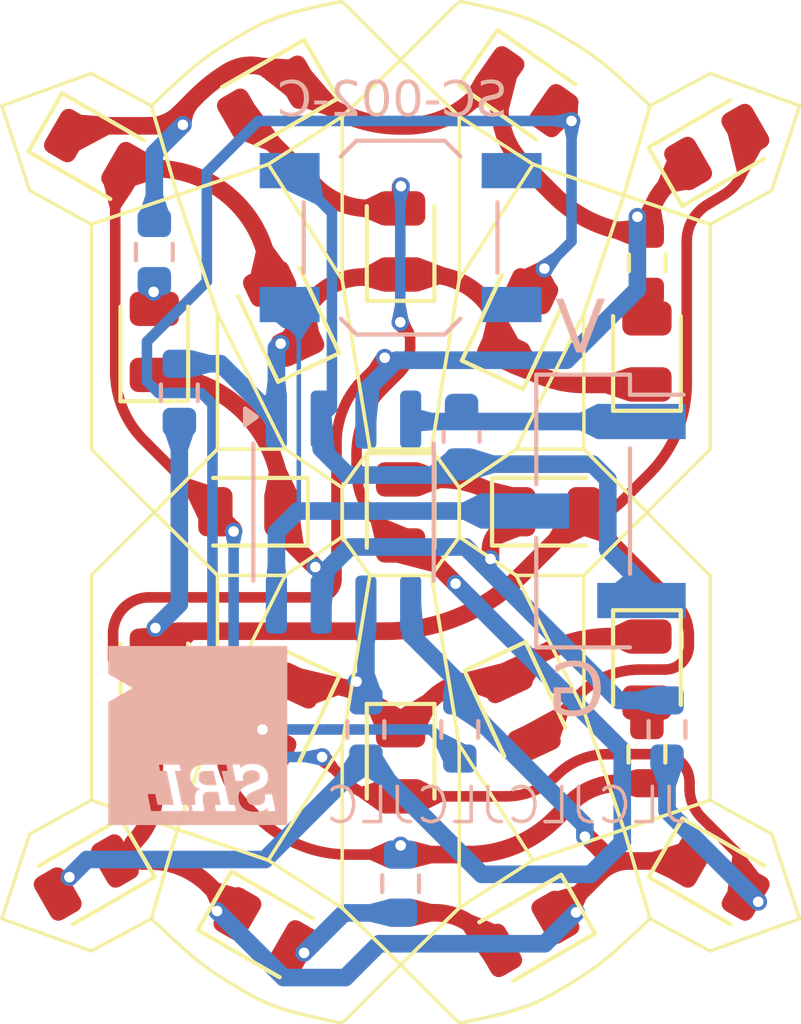
<source format=kicad_pcb>
(kicad_pcb (version 20240108) (generator "pcbnew") (generator_version "8.0")
  (layers (0 "F.Cu" signal) (31 "B.Cu" signal) (34 "B.Paste" user) (35 "F.Paste" user) (36 "B.SilkS" user "B.Silkscreen") (37 "F.SilkS" user "F.Silkscreen") (38 "B.Mask" user) (39 "F.Mask" user) (44 "Edge.Cuts" user))
  (net 0 "")
  (net 1 "GND")
  (net 2 "VCC")
  (net 3 "PC1")
  (net 4 "Net-(D1-A)")
  (net 5 "Net-(D15-A)")
  (net 6 "Net-(D11-A)")
  (net 7 "Net-(D4-A)")
  (net 8 "PC2")
  (net 9 "Net-(D8-A)")
  (net 10 "PC4")
  (net 11 "Net-(D12-A)")
  (net 12 "PA1")
  (net 13 "Net-(D16-A)")
  (net 14 "Net-(D4-2-A)")
  (net 15 "PA2")
  (net 16 "SWIO")
  (net 17 "Net-(D13-A)")
  (footprint "LED_SMD:LED_0805_2012Metric" (layer "F.Cu") (at 107.01 80.4 -90)
    (property "Reference" "D8" (hide yes))
    (property "Value" "LED_45deg" (hide yes))
  )
  (footprint "LED_SMD:LED_0805_2012Metric" (layer "F.Cu") (at 108.992165 65.57 30)
    (property "Reference" "D20" (hide yes))
    (property "Value" "LED_45deg" (hide yes))
  )
  (footprint "LED_SMD:LED_0805_2012Metric" (layer "F.Cu") (at 91.392165 65.71308 -30)
    (property "Reference" "D17" (hide yes))
    (property "Value" "LED_45deg" (hide yes))
  )
  (footprint "Resistor_SMD:R_0603_1608Metric" (layer "F.Cu") (at 107.02 68.855 -90)
    (property "Reference" "R8" (hide yes))
    (property "Value" "R_Small" (hide yes))
  )
  (footprint "LED_SMD:LED_0805_2012Metric" (layer "F.Cu") (at 96.2 87.8 -30)
    (property "Reference" "D4" (hide yes))
    (property "Value" "LED_45deg" (hide yes))
  )
  (footprint "LED_SMD:LED_0805_2012Metric" (layer "F.Cu") (at 103.6 64 -35)
    (property "Reference" "D19" (hide yes))
    (property "Value" "LED_45deg" (hide yes))
  )
  (footprint "Resistor_SMD:R_0603_1608Metric" (layer "F.Cu") (at 107.01 82.8 90)
    (property "Reference" "R6" (hide yes))
    (property "Value" "R_Small" (hide yes))
  )
  (footprint "LED_SMD:LED_0805_2012Metric" (layer "F.Cu") (at 109 86.3 -30)
    (property "Reference" "D2" (hide yes))
    (property "Value" "LED_45deg" (hide yes))
  )
  (footprint "Resistor_SMD:R_0603_1608Metric" (layer "F.Cu") (at 100.02 86.475 90)
    (property "Reference" "R9" (hide yes))
    (property "Value" "R_Small" (hide yes))
  )
  (footprint "LED_SMD:LED_0805_2012Metric" (layer "F.Cu") (at 100.02 83.06 -90)
    (property "Reference" "D6" (hide yes))
    (property "Value" "LED_45deg" (hide yes))
  )
  (footprint "LED_SMD:LED_0805_2012Metric" (layer "F.Cu") (at 100.02 75.94 -90)
    (property "Reference" "D10" (hide yes))
    (property "Value" "LED_45deg" (hide yes))
  )
  (footprint "LED_SMD:LED_0805_2012Metric" (layer "F.Cu") (at 104.3 75.92)
    (property "Reference" "D11" (hide yes))
    (property "Value" "LED_45deg" (hide yes))
  )
  (footprint "LED_SMD:LED_0805_2012Metric" (layer "F.Cu") (at 103.6 87.9 -150)
    (property "Reference" "D4-2" (hide yes))
    (property "Value" "LED_45deg" (hide yes))
  )
  (footprint "LED_SMD:LED_0805_2012Metric" (layer "F.Cu") (at 95.7 75.92 180)
    (property "Reference" "D9" (hide yes))
    (property "Value" "LED_45deg" (hide yes))
  )
  (footprint "LED_SMD:LED_0805_2012Metric" (layer "F.Cu") (at 93.03 71.1 90)
    (property "Reference" "D12" (hide yes))
    (property "Value" "LED_45deg" (hide yes))
  )
  (footprint "LED_SMD:LED_0805_2012Metric" (layer "F.Cu") (at 103.34 70.51 65)
    (property "Reference" "D15" (hide yes))
    (property "Value" "LED_45deg" (hide yes))
  )
  (footprint "LED_SMD:LED_0805_2012Metric" (layer "F.Cu") (at 100.02 68.25 90)
    (property "Reference" "D14" (hide yes))
    (property "Value" "LED_45deg" (hide yes))
  )
  (footprint "LED_SMD:LED_0805_2012Metric" (layer "F.Cu") (at 96.7 81.701879 -115)
    (property "Reference" "D5" (hide yes))
    (property "Value" "LED_45deg" (hide yes))
  )
  (footprint "LED_SMD:LED_0805_2012Metric" (layer "F.Cu") (at 96.3 64.2 -150)
    (property "Reference" "D18" (hide yes))
    (property "Value" "LED_45deg" (hide yes))
  )
  (footprint "LED_SMD:LED_0805_2012Metric" (layer "F.Cu") (at 93.03 80.66 90)
    (property "Reference" "D3" (hide yes))
    (property "Value" "LED_45deg" (hide yes))
  )
  (footprint "LED_SMD:LED_0805_2012Metric" (layer "F.Cu") (at 103.41 81.55 -65)
    (property "Reference" "D7" (hide yes))
    (property "Value" "LED_45deg" (hide yes))
  )
  (footprint "LED_SMD:LED_0805_2012Metric" (layer "F.Cu") (at 91.1 86.3 -150)
    (property "Reference" "D1" (hide yes))
    (property "Value" "LED_45deg" (hide yes))
  )
  (footprint "LED_SMD:LED_0805_2012Metric" (layer "F.Cu") (at 96.7 70.3 115)
    (property "Reference" "D13" (hide yes))
    (property "Value" "LED_45deg" (hide yes))
  )
  (footprint "LED_SMD:LED_0805_2012Metric" (layer "F.Cu") (at 107.01 71.37 90)
    (property "Reference" "D16" (hide yes))
    (property "Value" "LED_45deg" (hide yes))
  )
  (footprint "Button_Switch_SMD:SW_SPST_TL3342" (layer "B.Cu") (at 100.02 68.14 180)
    (property "Reference" "SW1" (hide yes))
    (property "Value" "Button" (hide yes))
  )
  (footprint "Resistor_SMD:R_0603_1608Metric" (layer "B.Cu") (at 100.02 86.475 -90)
    (property "Reference" "R5" (hide yes))
    (property "Value" "R_Small" (hide yes))
  )
  (footprint "Resistor_SMD:R_0603_1608Metric" (layer "B.Cu") (at 107.58 82.1 -90)
    (property "Reference" "R3" (hide yes))
    (property "Value" "R" (hide yes))
  )
  (footprint "Resistor_SMD:R_0603_1608Metric" (layer "B.Cu") (at 93.03 68.55 -90)
    (property "Reference" "R7" (hide yes))
    (property "Value" "R_Small" (hide yes))
  )
  (footprint "Connector_PinHeader_2.54mm:PinHeader_1x03_P2.54mm_Vertical_SMD_Pin1Left" (layer "B.Cu") (at 105.2 75.9 180)
    (property "Reference" "J1" (hide yes))
    (property "Value" "Conn_01x03" (hide yes))
  )
  (footprint "Resistor_SMD:R_0603_1608Metric" (layer "B.Cu") (at 93.74 72.545 -90)
    (property "Reference" "R4" (hide yes))
    (property "Value" "R" (hide yes))
  )
  (footprint "Package_SO:SOP-8_3.9x4.9mm_P1.27mm" (layer "B.Cu") (at 98.4 75.93 -90)
    (property "Reference" "U1" (hide yes))
    (property "Value" "CH32V003JxMx" (hide yes))
  )
  (footprint "Resistor_SMD:R_0603_1608Metric" (layer "B.Cu") (at 99.035 82.1 -90)
    (property "Reference" "R2" (hide yes))
    (property "Value" "R" (hide yes))
  )
  (footprint "Capacitor_SMD:C_0603_1608Metric" (layer "B.Cu") (at 101.75 73.795 -90)
    (property "Reference" "C1" (hide yes))
    (property "Value" "1uF" (hide yes))
  )
  (footprint "Resistor_SMD:R_0603_1608Metric" (layer "B.Cu") (at 101.7 82.1 -90)
    (property "Reference" "R1" (hide yes))
    (property "Value" "R" (hide yes))
  )
  (gr_poly (pts (xy 91.723192 80.525339) (xy 92.40714 80.922214) (xy 91.723192 81.319089) (xy 91.723192 84.811589) (xy 96.803192 84.811589) (xy 96.803192 84.388864) (xy 96.459299 84.388864) (xy 96.459241 84.390333) (xy 96.459101 84.391795) (xy 96.458881 84.393244) (xy 96.458581 84.394677) (xy 96.458203 84.396092) (xy 96.457746 84.397485) (xy 96.457212 84.398852) (xy 96.456602 84.400191) (xy 96.455916 84.401497) (xy 96.455156 84.402768) (xy 96.454321 84.403999) (xy 96.453413 84.405189) (xy 96.452438 84.406324) (xy 96.451406 84.407396) (xy 96.450321 84.408404) (xy 96.449186 84.409346) (xy 96.448004 84.41022) (xy 96.446777 84.411026) (xy 96.44551 84.411762) (xy 96.444205 84.412426) (xy 96.442865 84.413017) (xy 96.441494 84.413533) (xy 96.440094 84.413973) (xy 96.438668 84.414335) (xy 96.437221 84.414618) (xy 96.435754 84.414821) (xy 96.434271 84.414942) (xy 96.432775 84.414979) (xy 96.277465 84.414979) (xy 96.276265 84.414974) (xy 96.275076 84.414915) (xy 96.2739 84.414805) (xy 96.272737 84.414643) (xy 96.27159 84.414431) (xy 96.270459 84.414169) (xy 96.269345 84.41386) (xy 96.268251 84.413504) (xy 96.267177 84.413102) (xy 96.266124 84.412654) (xy 96.265094 84.412163) (xy 96.264088 84.411629) (xy 96.263107 84.411053) (xy 96.262153 84.410436) (xy 96.261227 84.40978) (xy 96.26033 84.409085) (xy 96.259464 84.408352) (xy 96.25863 84.407582) (xy 96.257828 84.406777) (xy 96.257061 84.405937) (xy 96.25633 84.405064) (xy 96.255636 84.404159) (xy 96.254979 84.403222) (xy 96.254363 84.402254) (xy 96.253787 84.401258) (xy 96.253253 84.400233) (xy 96.252763 84.399181) (xy 96.252317 84.398102) (xy 96.251917 84.396999) (xy 96.251565 84.395871) (xy 96.251261 84.39472) (xy 96.251007 84.393547) (xy 96.236455 84.318141) (xy 96.226785 84.327437) (xy 96.216885 84.336232) (xy 96.196439 84.352378) (xy 96.175218 84.366686) (xy 96.153318 84.379264) (xy 96.130838 84.390218) (xy 96.107876 84.399657) (xy 96.084532 84.407687) (xy 96.060904 84.414416) (xy 96.037089 84.419952) (xy 96.013187 84.424401) (xy 95.989295 84.427871) (xy 95.965513 84.430469) (xy 95.941939 84.432303) (xy 95.91867 84.43348) (xy 95.873446 84.434293) (xy 95.847418 84.433832) (xy 95.822027 84.432454) (xy 95.797286 84.430172) (xy 95.773206 84.426998) (xy 95.749801 84.422941) (xy 95.727083 84.418014) (xy 95.705064 84.412228) (xy 95.683757 84.405594) (xy 95.663173 84.398124) (xy 95.643326 84.389829) (xy 95.640917 84.38868) (xy 95.338155 84.38868) (xy 95.338154 84.390142) (xy 95.338073 84.391597) (xy 95.337913 84.393043) (xy 95.337673 84.394476) (xy 95.337356 84.395892) (xy 95.336961 84.397289) (xy 95.336491 84.398663) (xy 95.335944 84.400011) (xy 95.335323 84.40133) (xy 95.334628 84.402616) (xy 95.33386 84.403867) (xy 95.33302 84.405078) (xy 95.332109 84.406247) (xy 95.331145 84.407369) (xy 95.330127 84.40843) (xy 95.329055 84.409428) (xy 95.327935 84.410362) (xy 95.326768 84.41123) (xy 95.325558 84.412031) (xy 95.324308 84.412764) (xy 95.32302 84.413427) (xy 95.321698 84.414018) (xy 95.320345 84.414537) (xy 95.318963 84.414981) (xy 95.317556 84.415349) (xy 95.316127 84.415641) (xy 95.314679 84.415853) (xy 95.313214 84.415986) (xy 95.311736 84.416037) (xy 94.80744 84.416037) (xy 94.806248 84.416034) (xy 94.805066 84.415979) (xy 94.803897 84.415872) (xy 94.802741 84.415715) (xy 94.801599 84.415508) (xy 94.800474 84.415252) (xy 94.799366 84.414948) (xy 94.798276 84.414599) (xy 94.797206 84.414203) (xy 94.796158 84.413763) (xy 94.795131 84.413279) (xy 94.794128 84.412753) (xy 94.79315 84.412186) (xy 94.792198 84.411578) (xy 94.791274 84.41093) (xy 94.790378 84.410244) (xy 94.789512 84.409521) (xy 94.788678 84.408761) (xy 94.787876 84.407966) (xy 94.787107 84.407136) (xy 94.786374 84.406273) (xy 94.785677 84.405378) (xy 94.785017 84.404452) (xy 94.784396 84.403495) (xy 94.783816 84.402508) (xy 94.783277 84.401494) (xy 94.78278 84.400452) (xy 94.782328 84.399384) (xy 94.78192 84.398291) (xy 94.781559 84.397173) (xy 94.781246 84.396033) (xy 94.780982 84.39487) (xy 94.754524 84.27131) (xy 94.754278 84.269848) (xy 94.754115 84.268382) (xy 94.754034 84.266917) (xy 94.754034 84.265455) (xy 94.754115 84.264) (xy 94.754276 84.262554) (xy 94.754515 84.261121) (xy 94.754833 84.259705) (xy 94.755227 84.258308) (xy 94.755698 84.256934) (xy 94.756244 84.255586) (xy 94.756865 84.254267) (xy 94.75756 84.25298) (xy 94.758328 84.25173) (xy 94.759168 84.250518) (xy 94.760079 84.249349) (xy 94.761043 84.248227) (xy 94.762062 84.247166) (xy 94.763133 84.246168) (xy 94.764253 84.245234) (xy 94.76542 84.244366) (xy 94.76663 84.243565) (xy 94.76788 84.242832) (xy 94.769168 84.242169) (xy 94.77049 84.241578) (xy 94.771843 84.24106) (xy 94.773225 84.240616) (xy 94.774632 84.240247) (xy 94.776061 84.239956) (xy 94.777509 84.239743) (xy 94.778974 84.239611) (xy 94.780452 84.23956) (xy 94.921475 84.23956) (xy 94.840248 83.865703) (xy 94.741559 83.865703) (xy 94.721478 83.865157) (xy 94.700618 83.864905) (xy 94.678823 83.864945) (xy 94.655933 83.865273) (xy 94.606237 83.866782) (xy 94.550265 83.869408) (xy 94.532271 83.87167) (xy 94.515491 83.874586) (xy 94.499918 83.878301) (xy 94.485545 83.882959) (xy 94.478806 83.885687) (xy 94.472364 83.888705) (xy 94.466218 83.892032) (xy 94.460368 83.895685) (xy 94.454812 83.899682) (xy 94.449549 83.904043) (xy 94.444579 83.908784) (xy 94.4399 83.913924) (xy 94.435513 83.919481) (xy 94.431414 83.925473) (xy 94.427605 83.931918) (xy 94.424084 83.938835) (xy 94.420849 83.946241) (xy 94.417901 83.954155) (xy 94.415238 83.962595) (xy 94.412859 83.971578) (xy 94.410764 83.981124) (xy 94.40895 83.991249) (xy 94.406168 84.013313) (xy 94.404503 84.037915) (xy 94.40395 84.0652) (xy 94.405695 84.105486) (xy 94.408506 84.14569) (xy 94.412381 84.185792) (xy 94.417316 84.22577) (xy 94.423309 84.265603) (xy 94.430357 84.30527) (xy 94.438457 84.34475) (xy 94.447607 84.384022) (xy 94.447881 84.385493) (xy 94.448071 84.386969) (xy 94.448177 84.388446) (xy 94.448201 84.389921) (xy 94.448143 84.391391) (xy 94.448003 84.392852) (xy 94.447783 84.394301) (xy 94.447483 84.395735) (xy 94.447105 84.39715) (xy 94.446648 84.398543) (xy 94.446114 84.39991) (xy 94.445504 84.401249) (xy 94.444818 84.402555) (xy 94.444058 84.403825) (xy 94.443223 84.405057) (xy 94.442315 84.406247) (xy 94.441352 84.407369) (xy 94.440333 84.40843) (xy 94.439262 84.409428) (xy 94.438141 84.410362) (xy 94.436975 84.41123) (xy 94.435764 84.412031) (xy 94.434514 84.412764) (xy 94.433226 84.413426) (xy 94.431904 84.414018) (xy 94.430551 84.414536) (xy 94.42917 84.41498) (xy 94.427763 84.415349) (xy 94.426333 84.41564) (xy 94.424885 84.415853) (xy 94.42342 84.415985) (xy 94.421942 84.416036) (xy 94.141219 84.416036) (xy 94.140042 84.416039) (xy 94.138874 84.415991) (xy 94.137718 84.415892) (xy 94.136575 84.415743) (xy 94.135446 84.415546) (xy 94.134332 84.415301) (xy 94.133234 84.415009) (xy 94.132154 84.414672) (xy 94.131093 84.414291) (xy 94.130052 84.413865) (xy 94.129033 84.413397) (xy 94.128036 84.412887) (xy 94.127063 84.412336) (xy 94.126115 84.411745) (xy 94.125194 84.411116) (xy 94.1243 84.410448) (xy 94.123435 84.409744) (xy 94.1226 84.409003) (xy 94.121796 84.408228) (xy 94.121025 84.407418) (xy 94.120288 84.406576) (xy 94.119585 84.405701) (xy 94.118919 84.404795) (xy 94.118291 84.403859) (xy 94.117701 84.402894) (xy 94.117151 84.4019) (xy 94.116642 84.400879) (xy 94.116176 84.399832) (xy 94.115754 84.398759) (xy 94.115376 84.397662) (xy 94.115045 84.396542) (xy 94.114761 84.395399) (xy 94.113406 84.38906) (xy 94.011063 84.38906) (xy 94.010998 84.390512) (xy 94.010854 84.391955) (xy 94.010631 84.393386) (xy 94.010331 84.394802) (xy 94.009953 84.396199) (xy 94.0095 84.397575) (xy 94.008971 84.398925) (xy 94.008367 84.400247) (xy 94.00769 84.401538) (xy 94.00694 84.402794) (xy 94.006117 84.404012) (xy 94.005224 84.405189) (xy 94.00426 84.406311) (xy 94.003241 84.407372) (xy 94.00217 84.40837) (xy 94.00105 84.409304) (xy 93.999883 84.410172) (xy 93.998673 84.410973) (xy 93.997423 84.411706) (xy 93.996135 84.412369) (xy 93.994813 84.41296) (xy 93.99346 84.413478) (xy 93.992078 84.413923) (xy 93.990671 84.414291) (xy 93.989242 84.414582) (xy 93.987793 84.414795) (xy 93.986329 84.414928) (xy 93.984851 84.414979) (xy 92.95959 84.414979) (xy 92.958398 84.414977) (xy 92.957216 84.414921) (xy 92.956047 84.414814) (xy 92.954891 84.414657) (xy 92.95375 84.41445) (xy 92.952624 84.414194) (xy 92.951516 84.413891) (xy 92.950427 84.413541) (xy 92.949357 84.413145) (xy 92.948308 84.412705) (xy 92.947281 84.412222) (xy 92.946279 84.411696) (xy 92.945301 84.411128) (xy 92.944349 84.41052) (xy 92.943424 84.409872) (xy 92.942528 84.409186) (xy 92.941663 84.408463) (xy 92.940828 84.407703) (xy 92.940026 84.406908) (xy 92.939257 84.406078) (xy 92.938524 84.405215) (xy 92.937827 84.40432) (xy 92.937167 84.403394) (xy 92.936547 84.402437) (xy 92.935966 84.40145) (xy 92.935427 84.400436) (xy 92.93493 84.399394) (xy 92.934478 84.398326) (xy 92.93407 84.397233) (xy 92.933709 84.396115) (xy 92.933396 84.394975) (xy 92.933132 84.393812) (xy 92.84476 83.963334) (xy 92.844485 83.961846) (xy 92.844295 83.960354) (xy 92.844191 83.958861) (xy 92.844172 83.95737) (xy 92.844236 83.955884) (xy 92.844384 83.954408) (xy 92.844613 83.952945) (xy 92.844924 83.951497) (xy 92.845315 83.95007) (xy 92.845785 83.948665) (xy 92.846335 83.947287) (xy 92.846962 83.945939) (xy 92.847666 83.944625) (xy 92.848447 83.943347) (xy 92.849302 83.94211) (xy 92.850233 83.940916) (xy 92.851229 83.939778) (xy 92.852283 83.938705) (xy 92.853391 83.937697) (xy 92.854549 83.936758) (xy 92.855755 83.935888) (xy 92.857005 83.935089) (xy 92.858296 83.934362) (xy 92.859624 83.933709) (xy 92.860987 83.933132) (xy 92.862381 83.932631) (xy 92.863803 83.932208) (xy 92.86525 83.931865) (xy 92.866718 83.931603) (xy 92.868204 83.931424) (xy 92.869706 83.931329) (xy 92.871219 83.93132) (xy 93.033409 83.93132) (xy 93.034601 83.931323) (xy 93.035783 83.931378) (xy 93.036952 83.931485) (xy 93.038108 83.931642) (xy 93.039249 83.931849) (xy 93.040375 83.932105) (xy 93.041483 83.932408) (xy 93.042572 83.932758) (xy 93.043642 83.933154) (xy 93.044691 83.933594) (xy 93.045717 83.934077) (xy 93.04672 83.934603) (xy 93.047698 83.935171) (xy 93.04865 83.935779) (xy 93.049575 83.936426) (xy 93.05047 83.937112) (xy 93.051336 83.937836) (xy 93.052171 83.938595) (xy 93.052973 83.939391) (xy 93.053742 83.94022) (xy 93.054475 83.941083) (xy 93.055172 83.941978) (xy 93.055832 83.942905) (xy 93.056452 83.943862) (xy 93.057033 83.944848) (xy 93.057572 83.945863) (xy 93.058069 83.946904) (xy 93.058521 83.947972) (xy 93.058929 83.949066) (xy 93.05929 83.950183) (xy 93.059603 83.951324) (xy 93.059867 83.952487) (xy 93.119134 84.238501) (xy 93.584536 84.238501) (xy 93.383188 83.275418) (xy 93.215442 83.275418) (xy 93.21425 83.275416) (xy 93.213068 83.275361) (xy 93.211899 83.275254) (xy 93.210743 83.275096) (xy 93.209601 83.274889) (xy 93.208476 83.274633) (xy 93.207368 83.27433) (xy 93.206278 83.27398) (xy 93.205208 83.273585) (xy 93.20416 83.273145) (xy 93.203133 83.272661) (xy 93.20213 83.272135) (xy 93.201152 83.271567) (xy 93.2002 83.270959) (xy 93.199276 83.270312) (xy 93.19838 83.269626) (xy 93.197514 83.268903) (xy 93.19668 83.268143) (xy 93.195878 83.267348) (xy 93.195109 83.266518) (xy 93.194376 83.265655) (xy 93.193679 83.26476) (xy 93.193019 83.263833) (xy 93.192398 83.262876) (xy 93.191818 83.26189) (xy 93.191279 83.260875) (xy 93.190782 83.259834) (xy 93.19033 83.258766) (xy 93.189922 83.257672) (xy 93.189561 83.256555) (xy 93.189248 83.255414) (xy 93.188984 83.254251) (xy 93.162525 83.130691) (xy 93.162266 83.129211) (xy 93.162093 83.127727) (xy 93.162003 83.126243) (xy 93.161997 83.124762) (xy 93.162073 83.123288) (xy 93.162232 83.121823) (xy 93.162471 83.120371) (xy 93.16279 83.118936) (xy 93.163188 83.11752) (xy 93.163665 83.116129) (xy 93.164219 83.114763) (xy 93.16485 83.113428) (xy 93.165557 83.112126) (xy 93.166338 83.110862) (xy 93.167194 83.109637) (xy 93.168122 83.108456) (xy 93.169116 83.107329) (xy 93.170167 83.106267) (xy 93.17127 83.10527) (xy 93.172423 83.104341) (xy 93.173622 83.103479) (xy 93.174865 83.102688) (xy 93.176148 83.101968) (xy 93.177469 83.101321) (xy 93.178823 83.100749) (xy 93.180208 83.100252) (xy 93.18162 83.099832) (xy 93.183057 83.099491) (xy 93.184515 83.099229) (xy 93.185991 83.09905) (xy 93.187481 83.098953) (xy 93.188984 83.098941) (xy 93.720267 83.098941) (xy 93.721459 83.098944) (xy 93.722641 83.098999) (xy 93.72381 83.099106) (xy 93.724967 83.099263) (xy 93.726108 83.099471) (xy 93.727233 83.099726) (xy 93.728341 83.10003) (xy 93.729431 83.10038) (xy 93.730501 83.100775) (xy 93.73155 83.101215) (xy 93.732576 83.101699) (xy 93.733579 83.102225) (xy 93.734557 83.102792) (xy 93.735509 83.1034) (xy 93.736433 83.104048) (xy 93.737329 83.104734) (xy 93.738195 83.105457) (xy 93.739029 83.106217) (xy 93.739832 83.107012) (xy 93.7406 83.107842) (xy 93.741333 83.108704) (xy 93.74203 83.1096) (xy 93.74269 83.110526) (xy 93.743311 83.111483) (xy 93.743891 83.112469) (xy 93.74443 83.113484) (xy 93.744927 83.114526) (xy 93.74538 83.115594) (xy 93.745787 83.116687) (xy 93.746148 83.117804) (xy 93.746461 83.118945) (xy 93.746725 83.120108) (xy 93.773184 83.243668) (xy 93.773444 83.245147) (xy 93.77362 83.246629) (xy 93.773711 83.248111) (xy 93.773719 83.249591) (xy 93.773645 83.251064) (xy 93.773489 83.252528) (xy 93.773252 83.253979) (xy 93.772936 83.255413) (xy 93.77254 83.256828) (xy 93.772066 83.258219) (xy 93.771515 83.259584) (xy 93.770887 83.260919) (xy 93.770184 83.262221) (xy 93.769405 83.263486) (xy 93.768553 83.264712) (xy 93.767628 83.265893) (xy 93.766655 83.266997) (xy 93.765629 83.268039) (xy 93.764552 83.269019) (xy 93.763426 83.269935) (xy 93.762256 83.270785) (xy 93.761043 83.271568) (xy 93.759791 83.272283) (xy 93.758503 83.272928) (xy 93.757182 83.273503) (xy 93.755831 83.274005) (xy 93.754452 83.274433) (xy 93.75305 83.274786) (xy 93.751625 83.275062) (xy 93.750183 83.275261) (xy 93.748725 83.27538) (xy 93.747255 83.275418) (xy 93.612053 83.275418) (xy 93.813401 84.238502) (xy 93.959186 84.238502) (xy 93.960378 84.238504) (xy 93.96156 84.238559) (xy 93.962729 84.238666) (xy 93.963885 84.238824) (xy 93.965027 84.239031) (xy 93.966152 84.239287) (xy 93.96726 84.23959) (xy 93.96835 84.23994) (xy 93.969419 84.240335) (xy 93.970468 84.240775) (xy 93.971495 84.241259) (xy 93.972498 84.241785) (xy 93.973476 84.242353) (xy 93.974427 84.242961) (xy 93.975352 84.243608) (xy 93.976248 84.244294) (xy 93.977114 84.245018) (xy 93.977948 84.245777) (xy 93.97875 84.246572) (xy 93.979519 84.247402) (xy 93.980252 84.248265) (xy 93.980949 84.24916) (xy 93.981609 84.250087) (xy 93.982229 84.251044) (xy 93.98281 84.25203) (xy 93.983349 84.253044) (xy 93.983846 84.254086) (xy 93.984298 84.255154) (xy 93.984706 84.256247) (xy 93.985067 84.257365) (xy 93.98538 84.258505) (xy 93.985644 84.259668) (xy 94.010515 84.383229) (xy 94.010775 84.384684) (xy 94.010952 84.386143) (xy 94.011048 84.387602) (xy 94.011063 84.38906) (xy 94.113406 84.38906) (xy 94.088302 84.271574) (xy 94.088028 84.270103) (xy 94.087838 84.268627) (xy 94.087732 84.26715) (xy 94.087708 84.265675) (xy 94.087766 84.264205) (xy 94.087906 84.262744) (xy 94.088126 84.261295) (xy 94.088426 84.259861) (xy 94.088804 84.258446) (xy 94.089261 84.257053) (xy 94.089795 84.255686) (xy 94.090405 84.254348) (xy 94.091091 84.253041) (xy 94.091852 84.251771) (xy 94.092686 84.250539) (xy 94.093594 84.249349) (xy 94.094569 84.248214) (xy 94.095601 84.247142) (xy 94.096686 84.246135) (xy 94.097821 84.245193) (xy 94.099003 84.244318) (xy 94.100229 84.243512) (xy 94.101497 84.242777) (xy 94.102802 84.242113) (xy 94.104142 84.241522) (xy 94.105513 84.241006) (xy 94.106913 84.240566) (xy 94.108339 84.240204) (xy 94.109786 84.23992) (xy 94.111253 84.239718) (xy 94.112736 84.239597) (xy 94.114232 84.23956) (xy 94.204453 84.239555) (xy 94.199462 84.216716) (xy 94.1951 84.193762) (xy 94.191369 84.170706) (xy 94.18827 84.14756) (xy 94.185805 84.124339) (xy 94.183976 84.101055) (xy 94.182783 84.077722) (xy 94.18223 84.054351) (xy 94.182738 84.028369) (xy 94.184288 84.003777) (xy 94.185466 83.991992) (xy 94.186918 83.980541) (xy 94.188649 83.969421) (xy 94.190663 83.958626) (xy 94.192966 83.948152) (xy 94.195562 83.937996) (xy 94.198456 83.928151) (xy 94.201652 83.918615) (xy 94.205155 83.909383) (xy 94.208969 83.90045) (xy 94.2131 83.891811) (xy 94.217551 83.883464) (xy 94.222329 83.875402) (xy 94.227436 83.867621) (xy 94.232878 83.860118) (xy 94.23866 83.852888) (xy 94.244786 83.845926) (xy 94.251261 83.839229) (xy 94.258089 83.83279) (xy 94.265276 83.826607) (xy 94.272825 83.820675) (xy 94.280741 83.814989) (xy 94.28903 83.809545) (xy 94.297695 83.804338) (xy 94.306742 83.799365) (xy 94.316175 83.79462) (xy 94.325998 83.7901) (xy 94.336217 83.7858) (xy 94.303127 83.775939) (xy 94.271941 83.764235) (xy 94.242691 83.750719) (xy 94.21541 83.735421) (xy 94.202517 83.727114) (xy 94.190128 83.718372) (xy 94.178247 83.709199) (xy 94.166878 83.6996) (xy 94.156025 83.689578) (xy 94.145692 83.679138) (xy 94.135883 83.668281) (xy 94.126601 83.657014) (xy 94.117851 83.645338) (xy 94.109637 83.633259) (xy 94.101962 83.62078) (xy 94.094831 83.607904) (xy 94.088248 83.594635) (xy 94.082216 83.580978) (xy 94.07674 83.566935) (xy 94.071824 83.552512) (xy 94.067471 83.53771) (xy 94.063685 83.522536) (xy 94.060471 83.506991) (xy 94.057833 83.49108) (xy 94.054298 83.458174) (xy 94.053113 83.42385) (xy 94.053628 83.402376) (xy 94.055173 83.381613) (xy 94.056332 83.371501) (xy 94.057749 83.361567) (xy 94.059423 83.351814) (xy 94.061356 83.342242) (xy 94.063547 83.332851) (xy 94.065996 83.323643) (xy 94.068704 83.314616) (xy 94.07167 83.305773) (xy 94.074894 83.297114) (xy 94.078377 83.288638) (xy 94.082119 83.280348) (xy 94.08612 83.272243) (xy 94.090379 83.264324) (xy 94.094898 83.256592) (xy 94.099675 83.249047) (xy 94.104712 83.24169) (xy 94.110008 83.234521) (xy 94.115563 83.227541) (xy 94.121378 83.220751) (xy 94.127453 83.214151) (xy 94.133787 83.207741) (xy 94.140381 83.201523) (xy 94.147234 83.195496) (xy 94.154348 83.189662) (xy 94.161722 83.184021) (xy 94.169356 83.178574) (xy 94.17725 83.17332) (xy 94.185405 83.168262) (xy 94.202571 83.156246) (xy 94.220876 83.14573) (xy 94.240236 83.136614) (xy 94.260567 83.128798) (xy 94.281787 83.122182) (xy 94.303811 83.116665) (xy 94.326558 83.112149) (xy 94.349942 83.108533) (xy 94.373882 83.105716) (xy 94.398293 83.1036) (xy 94.448198 83.101066) (xy 94.498989 83.100133) (xy 94.55 83.1) (xy 95.052709 83.099999) (xy 95.053894 83.099999) (xy 95.055068 83.100051) (xy 95.056231 83.100154) (xy 95.05738 83.100307) (xy 95.058516 83.10051) (xy 95.059635 83.10076) (xy 95.060738 83.101057) (xy 95.061823 83.101401) (xy 95.062888 83.101789) (xy 95.063933 83.102222) (xy 95.064956 83.102698) (xy 95.065956 83.103216) (xy 95.066931 83.103775) (xy 95.067881 83.104375) (xy 95.068804 83.105013) (xy 95.069699 83.10569) (xy 95.070564 83.106404) (xy 95.071399 83.107154) (xy 95.072202 83.107939) (xy 95.072972 83.108759) (xy 95.073707 83.109612) (xy 95.074407 83.110497) (xy 95.07507 83.111413) (xy 95.075694 83.112359) (xy 95.07628 83.113335) (xy 95.076824 83.114339) (xy 95.077327 83.115371) (xy 95.077786 83.116428) (xy 95.078201 83.117511) (xy 95.078571 83.118618) (xy 95.078893 83.119749) (xy 95.079167 83.120902) (xy 95.105625 83.244462) (xy 95.1059 83.245933) (xy 95.10609 83.247409) (xy 95.106196 83.248886) (xy 95.10622 83.250361) (xy 95.106161 83.251831) (xy 95.106022 83.253292) (xy 95.105802 83.254742) (xy 95.105502 83.256175) (xy 95.105123 83.25759) (xy 95.104667 83.258983) (xy 95.104133 83.26035) (xy 95.103523 83.261689) (xy 95.102837 83.262995) (xy 95.102077 83.264266) (xy 95.101242 83.265498) (xy 95.100334 83.266687) (xy 95.099371 83.267809) (xy 95.098352 83.26887) (xy 95.097281 83.269868) (xy 95.09616 83.270802) (xy 95.094994 83.27167) (xy 95.093784 83.272472) (xy 95.092533 83.273204) (xy 95.091245 83.273867) (xy 95.089923 83.274458) (xy 95.08857 83.274977) (xy 95.087188 83.275421) (xy 95.085782 83.275789) (xy 95.084352 83.27608) (xy 95.082904 83.276293) (xy 95.081439 83.276426) (xy 95.079961 83.276477) (xy 94.94079 83.276477) (xy 95.149546 84.23956) (xy 95.284748 84.239559) (xy 95.285941 84.239562) (xy 95.287122 84.239617) (xy 95.288292 84.239724) (xy 95.289448 84.239882) (xy 95.290589 84.240089) (xy 95.291714 84.240344) (xy 95.292823 84.240648) (xy 95.293912 84.240998) (xy 95.294982 84.241393) (xy 95.296031 84.241833) (xy 95.297057 84.242317) (xy 95.29806 84.242843) (xy 95.299038 84.24341) (xy 95.29999 84.244018) (xy 95.300914 84.244666) (xy 95.30181 84.245352) (xy 95.302676 84.246075) (xy 95.303511 84.246835) (xy 95.304313 84.24763) (xy 95.305081 84.24846) (xy 95.305815 84.249323) (xy 95.306512 84.250218) (xy 95.307171 84.251145) (xy 95.307792 84.252102) (xy 95.308373 84.253088) (xy 95.308912 84.254102) (xy 95.309408 84.255144) (xy 95.309861 84.256212) (xy 95.310268 84.257305) (xy 95.310629 84.258423) (xy 95.310942 84.259564) (xy 95.311207 84.260726) (xy 95.337665 84.384287) (xy 95.337911 84.385749) (xy 95.338074 84.387214) (xy 95.338155 84.38868) (xy 95.640917 84.38868) (xy 95.624228 84.38072) (xy 95.605891 84.370809) (xy 95.588327 84.360106) (xy 95.571549 84.348624) (xy 95.55557 84.336374) (xy 95.540402 84.323366) (xy 95.526057 84.309613) (xy 95.512547 84.295126) (xy 95.499886 84.279915) (xy 95.488085 84.263993) (xy 95.477157 84.247371) (xy 95.467113 84.230059) (xy 95.457968 84.21207) (xy 95.449733 84.193415) (xy 95.44242 84.174104) (xy 95.436041 84.15415) (xy 95.430611 84.133563) (xy 95.426139 84.112356) (xy 95.42264 84.090539) (xy 95.420125 84.068123) (xy 95.418607 84.045121) (xy 95.418098 84.021543) (xy 95.418572 84.001163) (xy 95.419972 83.981582) (xy 95.422267 83.962778) (xy 95.425425 83.944729) (xy 95.429414 83.927415) (xy 95.434203 83.910813) (xy 95.43976 83.894902) (xy 95.446053 83.87966) (xy 95.453051 83.865067) (xy 95.460722 83.8511) (xy 95.469034 83.837738) (xy 95.477955 83.82496) (xy 95.487455 83.812743) (xy 95.4975 83.801067) (xy 95.50806 83.78991) (xy 95.519103 83.779251) (xy 95.542511 83.759338) (xy 95.567469 83.741157) (xy 95.593725 83.724535) (xy 95.621025 83.709301) (xy 95.649116 83.695283) (xy 95.677744 83.682308) (xy 95.706656 83.670204) (xy 95.735598 83.658799) (xy 95.760469 83.649538) (xy 95.827459 83.623682) (xy 95.856709 83.611891) (xy 95.883244 83.600648) (xy 95.907153 83.5898) (xy 95.928524 83.579189) (xy 95.938285 83.573924) (xy 95.947444 83.568661) (xy 95.956012 83.563379) (xy 95.964 83.558059) (xy 95.971419 83.552681) (xy 95.97828 83.547227) (xy 95.984594 83.541677) (xy 95.990372 83.53601) (xy 95.995625 83.530209) (xy 96.000364 83.524253) (xy 96.004599 83.518122) (xy 96.008342 83.511798) (xy 96.011604 83.505261) (xy 96.014395 83.498491) (xy 96.016727 83.491469) (xy 96.018611 83.484175) (xy 96.020056 83.47659) (xy 96.021075 83.468695) (xy 96.021679 83.460469) (xy 96.021877 83.451895) (xy 96.021478 83.436435) (xy 96.020303 83.421791) (xy 96.018389 83.407941) (xy 96.015771 83.394865) (xy 96.012484 83.38254) (xy 96.008565 83.370946) (xy 96.004048 83.360061) (xy 95.99897 83.349865) (xy 95.993366 83.340335) (xy 95.987272 83.33145) (xy 95.980723 83.323189) (xy 95.973755 83.315531) (xy 95.966403 83.308454) (xy 95.958704 83.301937) (xy 95.950692 83.295959) (xy 95.942403 83.290499) (xy 95.933874 83.285534) (xy 95.925139 83.281045) (xy 95.916234 83.277008) (xy 95.907195 83.273404) (xy 95.888856 83.267407) (xy 95.870408 83.262883) (xy 95.852135 83.259661) (xy 95.834322 83.257571) (xy 95.817253 83.256441) (xy 95.801215 83.256103) (xy 95.786931 83.256324) (xy 95.772958 83.256985) (xy 95.759304 83.258077) (xy 95.745978 83.259596) (xy 95.732987 83.261535) (xy 95.72034 83.263889) (xy 95.708046 83.266649) (xy 95.696113 83.269812) (xy 95.68455 83.273369) (xy 95.673364 83.277316) (xy 95.662564 83.281646) (xy 95.652159 83.286352) (xy 95.642157 83.291429) (xy 95.632566 83.296871) (xy 95.623394 83.30267) (xy 95.614651 83.308821) (xy 95.606344 83.315318) (xy 95.598481 83.322155) (xy 95.591072 83.329325) (xy 95.584125 83.336822) (xy 95.577647 83.34464) (xy 95.571648 83.352772) (xy 95.566135 83.361213) (xy 95.561118 83.369957) (xy 95.556604 83.378996) (xy 95.552602 83.388326) (xy 95.54912 83.397939) (xy 95.546166 83.407829) (xy 95.54375 83.417991) (xy 95.541879 83.428418) (xy 95.540562 83.439104) (xy 95.539807 83.450043) (xy 95.539505 83.454485) (xy 95.539302 83.458928) (xy 95.539196 83.463372) (xy 95.539189 83.467814) (xy 95.53928 83.472253) (xy 95.539468 83.476688) (xy 95.539753 83.481116) (xy 95.540136 83.485536) (xy 95.540617 83.489947) (xy 95.541194 83.494347) (xy 95.541868 83.498734) (xy 95.542639 83.503107) (xy 95.543506 83.507464) (xy 95.54447 83.511803) (xy 95.54553 83.516123) (xy 95.546686 83.520422) (xy 95.547031 83.52194) (xy 95.547286 83.523467) (xy 95.54745 83.524998) (xy 95.547525 83.526529) (xy 95.54751 83.528057) (xy 95.547408 83.529579) (xy 95.547219 83.531089) (xy 95.546944 83.532585) (xy 95.546583 83.534063) (xy 95.546137 83.535519) (xy 95.545608 83.536949) (xy 95.544996 83.538349) (xy 95.544301 83.539716) (xy 95.543525 83.541046) (xy 95.542668 83.542334) (xy 95.541732 83.543578) (xy 95.540724 83.544765) (xy 95.539654 83.545884) (xy 95.538528 83.546933) (xy 95.537347 83.547911) (xy 95.536115 83.548816) (xy 95.534836 83.549646) (xy 95.533514 83.5504) (xy 95.532151 83.551077) (xy 95.530752 83.551674) (xy 95.529319 83.55219) (xy 95.527857 83.552623) (xy 95.52637 83.552973) (xy 95.524859 83.553236) (xy 95.52333 83.553412) (xy 95.521784 83.553499) (xy 95.520227 83.553495) (xy 95.367563 83.553495) (xy 95.366229 83.553623) (xy 95.364903 83.553684) (xy 95.363589 83.553678) (xy 95.362287 83.553609) (xy 95.361 83.553476) (xy 95.359728 83.553281) (xy 95.358475 83.553026) (xy 95.357241 83.552712) (xy 95.356029 83.55234) (xy 95.35484 83.551911) (xy 95.353676 83.551428) (xy 95.352539 83.550891) (xy 95.351431 83.550302) (xy 95.350353 83.549662) (xy 95.349307 83.548973) (xy 95.348296 83.548235) (xy 95.34732 83.547451) (xy 95.346382 83.546621) (xy 95.345483 83.545748) (xy 95.344625 83.544831) (xy 95.34381 83.543874) (xy 95.34304 83.542876) (xy 95.342317 83.54184) (xy 95.341642 83.540767) (xy 95.341017 83.539657) (xy 95.340444 83.538514) (xy 95.339924 83.537337) (xy 95.33946 83.536129) (xy 95.339053 83.53489) (xy 95.338706 83.533623) (xy 95.338419 83.532327) (xy 95.338194 83.531006) (xy 95.249294 83.129368) (xy 95.249001 83.127872) (xy 95.248796 83.126371) (xy 95.248677 83.124868) (xy 95.248645 83.123367) (xy 95.248697 83.121871) (xy 95.248833 83.120384) (xy 95.249053 83.118908) (xy 95.249355 83.117449) (xy 95.249738 83.116009) (xy 95.250203 83.114592) (xy 95.250747 83.113201) (xy 95.251371 83.11184) (xy 95.252073 83.110513) (xy 95.252852 83.109222) (xy 95.253708 83.107972) (xy 95.25464 83.106766) (xy 95.255639 83.105616) (xy 95.256697 83.104531) (xy 95.257809 83.103514) (xy 95.258973 83.102565) (xy 95.260185 83.101687) (xy 95.261442 83.10088) (xy 95.262741 83.100146) (xy 95.264078 83.099487) (xy 95.265449 83.098905) (xy 95.266853 83.0984) (xy 95.268284 83.097974) (xy 95.269741 83.097629) (xy 95.27122 83.097367) (xy 95.272717 83.097188) (xy 95.274229 83.097095) (xy 95.275753 83.097089) (xy 95.432121 83.097089) (xy 95.433292 83.097083) (xy 95.434452 83.097128) (xy 95.435601 83.097224) (xy 95.436738 83.097368) (xy 95.437862 83.09756) (xy 95.43897 83.097799) (xy 95.440062 83.098084) (xy 95.441138 83.098415) (xy 95.442194 83.09879) (xy 95.443231 83.099208) (xy 95.444247 83.099669) (xy 95.445241 83.100171) (xy 95.446212 83.100713) (xy 95.447157 83.101295) (xy 95.448077 83.101916) (xy 95.44897 83.102574) (xy 95.449835 83.103269) (xy 95.45067 83.104) (xy 95.451475 83.104766) (xy 95.452247 83.105565) (xy 95.452987 83.106398) (xy 95.453692 83.107262) (xy 95.454361 83.108158) (xy 95.454993 83.109084) (xy 95.455588 83.110039) (xy 95.456143 83.111022) (xy 95.456657 83.112032) (xy 95.45713 83.113069) (xy 95.45756 83.114132) (xy 95.457946 83.115218) (xy 95.458286 83.116329) (xy 95.45858 83.117462) (xy 95.477365 83.196837) (xy 95.49177 83.183073) (xy 95.507177 83.170071) (xy 95.523545 83.157848) (xy 95.540836 83.146421) (xy 95.559009 83.135808) (xy 95.578024 83.126027) (xy 95.597841 83.117094) (xy 95.618421 83.109028) (xy 95.639723 83.101845) (xy 95.661708 83.095564) (xy 95.684335 83.090201) (xy 95.707565 83.085773) (xy 95.731358 83.0823) (xy 95.755673 83.079797) (xy 95.780472 83.078283) (xy 95.805713 83.077774) (xy 95.844992 83.078953) (xy 95.884672 83.082571) (xy 95.924348 83.088746) (xy 95.963615 83.097597) (xy 95.982969 83.103063) (xy 96.002069 83.109243) (xy 96.020864 83.116152) (xy 96.039303 83.123804) (xy 96.057337 83.132214) (xy 96.074914 83.141397) (xy 96.091984 83.151369) (xy 96.108495 83.162143) (xy 96.124399 83.173735) (xy 96.139643 83.18616) (xy 96.154178 83.199432) (xy 96.167952 83.213567) (xy 96.180915 83.228579) (xy 96.193016 83.244483) (xy 96.204206 83.261294) (xy 96.214432 83.279027) (xy 96.223645 83.297697) (xy 96.231794 83.317318) (xy 96.238828 83.337906) (xy 96.244696 83.359475) (xy 96.249349 83.382041) (xy 96.252735 83.405618) (xy 96.254804 83.43022) (xy 96.255505 83.455864) (xy 96.255026 83.476291) (xy 96.253613 83.495915) (xy 96.251296 83.514757) (xy 96.248108 83.53284) (xy 96.24408 83.550184) (xy 96.239246 83.566812) (xy 96.233637 83.582744) (xy 96.227285 83.598003) (xy 96.220222 83.61261) (xy 96.212481 83.626586) (xy 96.204092 83.639954) (xy 96.19509 83.652735) (xy 96.185504 83.664951) (xy 96.175369 83.676622) (xy 96.164714 83.687772) (xy 96.153574 83.69842) (xy 96.129962 83.718302) (xy 96.10479 83.736441) (xy 96.078314 83.753009) (xy 96.050791 83.768179) (xy 96.022478 83.782125) (xy 95.99363 83.795019) (xy 95.964505 83.807034) (xy 95.935359 83.818343) (xy 95.92848 83.820989) (xy 95.87562 83.84157) (xy 95.849934 83.851936) (xy 95.82499 83.862458) (xy 95.800975 83.873214) (xy 95.778075 83.884283) (xy 95.756474 83.895743) (xy 95.746219 83.901644) (xy 95.736359 83.907673) (xy 95.726917 83.913839) (xy 95.717915 83.920152) (xy 95.709378 83.926622) (xy 95.701328 83.933258) (xy 95.693789 83.940072) (xy 95.686784 83.947071) (xy 95.680335 83.954267) (xy 95.674467 83.961669) (xy 95.669203 83.969286) (xy 95.664565 83.97713) (xy 95.660577 83.985209) (xy 95.657262 83.993533) (xy 95.654643 84.002112) (xy 95.652744 84.010957) (xy 95.651587 84.020076) (xy 95.651196 84.029481) (xy 95.651662 84.047473) (xy 95.653029 84.064508) (xy 95.655259 84.08061) (xy 95.658308 84.095806) (xy 95.662136 84.11012) (xy 95.666701 84.123578) (xy 95.671962 84.136205) (xy 95.677878 84.148026) (xy 95.684407 84.159068) (xy 95.691507 84.169354) (xy 95.699138 84.178911) (xy 95.707258 84.187764) (xy 95.715826 84.195938) (xy 95.724799 84.203458) (xy 95.734138 84.210351) (xy 95.7438 84.21664) (xy 95.753745 84.222352) (xy 95.76393 84.227512) (xy 95.774315 84.232145) (xy 95.784857 84.236277) (xy 95.806251 84.243137) (xy 95.827781 84.248295) (xy 95.849115 84.251954) (xy 95.869923 84.254317) (xy 95.889874 84.255586) (xy 95.908636 84.255964) (xy 95.930346 84.255631) (xy 95.950849 84.25465) (xy 95.97018 84.253048) (xy 95.988373 84.25085) (xy 96.005461 84.248083) (xy 96.021478 84.244774) (xy 96.036458 84.240948) (xy 96.050436 84.236633) (xy 96.063445 84.231854) (xy 96.075518 84.226637) (xy 96.086691 84.22101) (xy 96.096996 84.214999) (xy 96.106469 84.208629) (xy 96.115141 84.201928) (xy 96.123049 84.194921) (xy 96.130224 84.187635) (xy 96.136702 84.180096) (xy 96.142517 84.172332) (xy 96.147701 84.164367) (xy 96.15229 84.156228) (xy 96.156317 84.147942) (xy 96.159816 84.139536) (xy 96.16282 84.131034) (xy 96.165364 84.122465) (xy 96.169208 84.105227) (xy 96.171617 84.088032) (xy 96.172864 84.071091) (xy 96.173219 84.054616) (xy 96.173081 84.044634) (xy 96.172718 84.034661) (xy 96.172129 84.024702) (xy 96.171314 84.014761) (xy 96.170275 84.00484) (xy 96.169011 83.994944) (xy 96.167523 83.985076) (xy 96.165811 83.975241) (xy 96.165579 83.973795) (xy 96.165429 83.972347) (xy 96.165359 83.970899) (xy 96.165368 83.969455) (xy 96.165455 83.968017) (xy 96.16562 83.966589) (xy 96.165862 83.965174) (xy 96.16618 83.963776) (xy 96.166573 83.962397) (xy 96.167041 83.96104) (xy 96.167583 83.959708) (xy 96.168197 83.958406) (xy 96.168883 83.957135) (xy 96.169641 83.955899) (xy 96.170469 83.954701) (xy 96.171367 83.953545) (xy 96.17233 83.952423) (xy 96.173349 83.951362) (xy 96.17442 83.950364) (xy 96.175541 83.94943) (xy 96.176707 83.948562) (xy 96.177917 83.947761) (xy 96.179168 83.947028) (xy 96.180456 83.946365) (xy 96.181778 83.945774) (xy 96.183131 83.945255) (xy 96.184512 83.944811) (xy 96.185919 83.944443) (xy 96.187349 83.944152) (xy 96.188797 83.943939) (xy 96.190262 83.943806) (xy 96.19174 83.943755) (xy 96.344405 83.943755) (xy 96.345597 83.943758) (xy 96.346779 83.943813) (xy 96.347948 83.94392) (xy 96.349104 83.944077) (xy 96.350245 83.944285) (xy 96.351371 83.94454) (xy 96.352479 83.944844) (xy 96.353568 83.945194) (xy 96.354638 83.945589) (xy 96.355687 83.946029) (xy 96.356713 83.946513) (xy 96.357716 83.947039) (xy 96.358694 83.947606) (xy 96.359646 83.948214) (xy 96.360571 83.948862) (xy 96.361466 83.949548) (xy 96.362332 83.950271) (xy 96.363167 83.951031) (xy 96.363969 83.951826) (xy 96.364737 83.952656) (xy 96.365471 83.953519) (xy 96.366168 83.954414) (xy 96.366827 83.955341) (xy 96.367448 83.956297) (xy 96.368029 83.957284) (xy 96.368568 83.958298) (xy 96.369064 83.95934) (xy 96.369517 83.960408) (xy 96.369924 83.961501) (xy 96.370285 83.962619) (xy 96.370599 83.963759) (xy 96.370863 83.964922) (xy 96.458704 84.382964) (xy 96.458979 84.384435) (xy 96.459169 84.385911) (xy 96.459275 84.387388) (xy 96.459299 84.388864) (xy 96.803192 84.388864) (xy 96.803192 79.731589) (xy 91.723192 79.731589)) (stroke (width -0.000001)) (fill solid) (layer "B.SilkS"))
  (gr_poly (pts (xy 94.492842 83.275441) (xy 94.45819 83.277303) (xy 94.44078 83.278859) (xy 94.423637 83.280914) (xy 94.407003 83.283529) (xy 94.391118 83.286766) (xy 94.376226 83.290687) (xy 94.362568 83.295353) (xy 94.350386 83.300826) (xy 94.344924 83.303885) (xy 94.339921 83.307168) (xy 94.333383 83.312307) (xy 94.327263 83.317993) (xy 94.321566 83.324214) (xy 94.316295 83.33096) (xy 94.311453 83.338219) (xy 94.307044 83.345979) (xy 94.303072 83.354231) (xy 94.299539 83.362962) (xy 94.29645 83.372161) (xy 94.293808 83.381817) (xy 94.291616 83.391919) (xy 94.289878 83.402455) (xy 94.288597 83.413414) (xy 94.287777 83.424786) (xy 94.287422 83.436558) (xy 94.287534 83.44872) (xy 94.287309 83.461348) (xy 94.287802 83.473895) (xy 94.289 83.486334) (xy 94.290893 83.498637) (xy 94.293468 83.510777) (xy 94.296714 83.522727) (xy 94.300618 83.534459) (xy 94.30517 83.545945) (xy 94.310356 83.557159) (xy 94.316167 83.568073) (xy 94.32259 83.57866) (xy 94.329612 83.588892) (xy 94.337223 83.598742) (xy 94.345411 83.608183) (xy 94.354163 83.617187) (xy 94.363469 83.625726) (xy 94.37514 83.634784) (xy 94.387868 83.642853) (xy 94.401561 83.649996) (xy 94.41613 83.656277) (xy 94.431483 83.661762) (xy 94.447529 83.666514) (xy 94.464179 83.670599) (xy 94.481341 83.674079) (xy 94.498925 83.67702) (xy 94.51684 83.679485) (xy 94.5533 83.683248) (xy 94.589995 83.685883) (xy 94.626201 83.687903) (xy 94.800296 83.687903) (xy 94.712984 83.275418) (xy 94.578046 83.275418) (xy 94.525659 83.274835)) (stroke (width -0.000001)) (fill solid) (layer "B.SilkS"))
  (gr_line (start 101.558849 87.283433) (end 101.605014 87.238647) (stroke (width 0.1)) (layer "F.SilkS"))
  (gr_line (start 107.057144 87.508417) (end 107.038778 87.527636) (stroke (width 0.1)) (layer "F.SilkS"))
  (gr_line (start 101.782254 61.454804) (end 101.8196 61.462273) (stroke (width 0.1)) (layer "F.SilkS"))
  (gr_line (start 98.378197 61.468732) (end 98.412173 61.493891) (stroke (width 0.1)) (layer "F.SilkS"))
  (gr_line (start 93.215612 87.726598) (end 93.164899 87.678874) (stroke (width 0.1)) (layer "F.SilkS"))
  (gr_line (start 103.590941 65.938563) (end 103.503203 65.881897) (stroke (width 0.1)) (layer "F.SilkS"))
  (gr_line (start 96.260357 66.061733) (end 96.250104 66.065208) (stroke (width 0.1)) (layer "F.SilkS"))
  (gr_line (start 98.234997 61.460081) (end 98.270264 61.45305) (stroke (width 0.1)) (layer "F.SilkS"))
  (gr_line (start 99.993714 63.122568) (end 99.968551 63.146974) (stroke (width 0.1)) (layer "F.SilkS"))
  (gr_line (start 100.917675 62.199364) (end 101.053 62.064025) (stroke (width 0.1)) (layer "F.SilkS"))
  (gr_line (start 93.257934 86.397504) (end 93.319249 86.188305) (stroke (width 0.1)) (layer "F.SilkS"))
  (gr_line (start 99.644018 89.152339) (end 99.527022 89.269334) (stroke (width 0.1)) (layer "F.SilkS"))
  (gr_line (start 102.886635 90.170086) (end 102.7523 90.203235) (stroke (width 0.1)) (layer "F.SilkS"))
  (gr_line (start 103.8482 85.785925) (end 103.899295 85.768606) (stroke (width 0.1)) (layer "F.SilkS"))
  (gr_line (start 93.686431 66.934212) (end 92.943669 64.4) (stroke (width 0.1)) (layer "F.SilkS"))
  (gr_line (start 96.330045 61.959273) (end 96.462222 61.908339) (stroke (width 0.1)) (layer "F.SilkS"))
  (gr_line (start 93.423688 66.037766) (end 93.36387 65.833675) (stroke (width 0.1)) (layer "F.SilkS"))
  (gr_line (start 95.745269 85.633268) (end 95.890434 85.682465) (stroke (width 0.1)) (layer "F.SilkS"))
  (gr_line (start 104.927808 85.419995) (end 105.141152 85.347683) (stroke (width 0.1)) (layer "F.SilkS"))
  (gr_line (start 98.405665 64.662843) (end 98.383763 64.684087) (stroke (width 0.1)) (layer "F.SilkS"))
  (gr_line (start 93.048976 87.569441) (end 93.02154 87.543472) (stroke (width 0.1)) (layer "F.SilkS"))
  (gr_line (start 94.822624 70.29852) (end 93.686431 66.934212) (stroke (width 0.1)) (layer "F.SilkS"))
  (gr_line (start 108.804199 84.105257) (end 108.804199 77.726318) (stroke (width 0.1)) (layer "F.SilkS"))
  (gr_line (start 106.604118 66.091582) (end 106.549235 66.278835) (stroke (width 0.1)) (layer "F.SilkS"))
  (gr_line (start 103.61825 61.921917) (end 103.749054 61.973695) (stroke (width 0.1)) (layer "F.SilkS"))
  (gr_line (start 97.277354 86.463538) (end 97.450745 86.575543) (stroke (width 0.1)) (layer "F.SilkS"))
  (gr_line (start 106.348078 66.931137) (end 106.33226 66.925775) (stroke (width 0.1)) (layer "F.SilkS"))
  (gr_line (start 106.36613 84.96617) (end 106.375333 84.997569) (stroke (width 0.1)) (layer "F.SilkS"))
  (gr_line (start 106.357148 84.935525) (end 103.779528 85.809201) (stroke (width 0.1)) (layer "F.SilkS"))
  (gr_line (start 103.445081 90.008976) (end 103.305611 90.053682) (stroke (width 0.1)) (layer "F.SilkS"))
  (gr_line (start 94.54361 85.226024) (end 94.748504 85.295463) (stroke (width 0.1)) (layer "F.SilkS"))
  (gr_line (start 100.011399 88.784957) (end 99.997204 88.799152) (stroke (width 0.1)) (layer "F.SilkS"))
  (gr_line (start 95.379971 85.509468) (end 95.572832 85.574829) (stroke (width 0.1)) (layer "F.SilkS"))
  (gr_line (start 110.551896 85.066439) (end 108.804199 84.105257) (stroke (width 0.1)) (layer "F.SilkS"))
  (gr_line (start 106.260573 66.901472) (end 106.197738 66.88017) (stroke (width 0.1)) (layer "F.SilkS"))
  (gr_line (start 100.025161 63.09197) (end 100.032522 63.084609) (stroke (width 0.1)) (layer "F.SilkS"))
  (gr_line (start 106.513074 85.467524) (end 106.563677 85.640175) (stroke (width 0.1)) (layer "F.SilkS"))
  (gr_line (start 92.993863 87.304177) (end 93.018415 87.215852) (stroke (width 0.1)) (layer "F.SilkS"))
  (gr_line (start 101.693498 90.415577) (end 101.665396 90.400994) (stroke (width 0.1)) (layer "F.SilkS"))
  (gr_line (start 101.96169 90.378432) (end 101.902568 90.390585) (stroke (width 0.1)) (layer "F.SilkS"))
  (gr_line (start 103.062834 61.745617) (end 103.203332 61.785195) (stroke (width 0.1)) (layer "F.SilkS"))
  (gr_line (start 106.663152 65.890164) (end 106.604118 66.091582) (stroke (width 0.1)) (layer "F.SilkS"))
  (gr_line (start 106.951917 87.609908) (end 106.911794 87.647803) (stroke (width 0.1)) (layer "F.SilkS"))
  (gr_line (start 93.051421 87.102128) (end 93.093239 86.959421) (stroke (width 0.1)) (layer "F.SilkS"))
  (gr_line (start 96.371107 65.991432) (end 96.326705 66.020114) (stroke (width 0.1)) (layer "F.SilkS"))
  (gr_line (start 94.304589 66.724676) (end 94.142515 66.779614) (stroke (width 0.1)) (layer "F.SilkS"))
  (gr_line (start 105.532525 63.014332) (end 105.641915 63.095537) (stroke (width 0.1)) (layer "F.SilkS"))
  (gr_line (start 93.028499 64.319641) (end 93.05739 64.292289) (stroke (width 0.1)) (layer "F.SilkS"))
  (gr_line (start 104.452615 62.332123) (end 104.56153 62.3964) (stroke (width 0.1)) (layer "F.SilkS"))
  (gr_line (start 98.29178 90.420388) (end 98.261381 90.414877) (stroke (width 0.1)) (layer "F.SilkS"))
  (gr_line (start 97.385985 90.225643) (end 97.255436 90.194465) (stroke (width 0.1)) (layer "F.SilkS"))
  (gr_line (start 101.641446 61.485863) (end 101.673513 61.463792) (stroke (width 0.1)) (layer "F.SilkS"))
  (gr_line (start 101.29928 61.817719) (end 101.401263 61.715726) (stroke (width 0.1)) (layer "F.SilkS"))
  (gr_line (start 101.8196 61.462273) (end 101.864726 61.471354) (stroke (width 0.1)) (layer "F.SilkS"))
  (gr_line (start 99.997204 88.799152) (end 99.973933 88.822424) (stroke (width 0.1)) (layer "F.SilkS"))
  (gr_line (start 106.183404 63.546629) (end 106.284654 63.637684) (stroke (width 0.1)) (layer "F.SilkS"))
  (gr_line (start 101.903949 64.849001) (end 101.828885 64.80052) (stroke (width 0.1)) (layer "F.SilkS"))
  (gr_line (start 99.673371 62.746615) (end 99.769492 62.842726) (stroke (width 0.1)) (layer "F.SilkS"))
  (gr_line (start 97.105122 86.352282) (end 97.277354 86.463538) (stroke (width 0.1)) (layer "F.SilkS"))
  (gr_line (start 97.291603 61.666237) (end 97.42051 61.635788) (stroke (width 0.1)) (layer "F.SilkS"))
  (gr_line (start 99.263557 89.532799) (end 99.126063 89.670294) (stroke (width 0.1)) (layer "F.SilkS"))
  (gr_line (start 106.375333 84.997569) (end 106.389325 85.04531) (stroke (width 0.1)) (layer "F.SilkS"))
  (gr_line (start 108.804199 67.764308) (end 106.357148 66.934212) (stroke (width 0.1)) (layer "F.SilkS"))
  (gr_line (start 105.082909 66.502228) (end 104.870127 66.430092) (stroke (width 0.1)) (layer "F.SilkS"))
  (gr_line (start 105.55375 85.207834) (end 105.739073 85.145019) (stroke (width 0.1)) (layer "F.SilkS"))
  (gr_line (start 96.786804 86.146659) (end 96.939716 86.245436) (stroke (width 0.1)) (layer "F.SilkS"))
  (gr_line (start 100.645088 62.471979) (end 100.780209 62.336844) (stroke (width 0.1)) (layer "F.SilkS"))
  (gr_line (start 100.050204 88.746997) (end 100.075362 88.722591) (stroke (width 0.1)) (layer "F.SilkS"))
  (gr_line (start 99.008877 87.791787) (end 99.144786 87.923607) (stroke (width 0.1)) (layer "F.SilkS"))
  (gr_line (start 97.759051 61.559904) (end 97.853262 61.539461) (stroke (width 0.1)) (layer "F.SilkS"))
  (gr_line (start 106.802128 86.453739) (end 106.860714 86.653628) (stroke (width 0.1)) (layer "F.SilkS"))
  (gr_line (start 93.705945 66.927597) (end 93.692846 66.932038) (stroke (width 0.1)) (layer "F.SilkS"))
  (gr_line (start 96.896536 65.652022) (end 96.748013 65.747963) (stroke (width 0.1)) (layer "F.SilkS"))
  (gr_line (start 100.880208 89.632819) (end 100.742936 89.495519) (stroke (width 0.1)) (layer "F.SilkS"))
  (gr_line (start 99.827221 88.969136) (end 99.745206 89.051151) (stroke (width 0.1)) (layer "F.SilkS"))
  (gr_line (start 99.658847 88.422204) (end 99.757535 88.517922) (stroke (width 0.1)) (layer "F.SilkS"))
  (gr_line (start 108.804199 84.105257) (end 106.357148 84.935525) (stroke (width 0.1)) (layer "F.SilkS"))
  (gr_line (start 102.105444 90.348278) (end 102.029237 90.364367) (stroke (width 0.1)) (layer "F.SilkS"))
  (gr_line (start 103.837378 66.079976) (end 103.807439 66.069826) (stroke (width 0.1)) (layer "F.SilkS"))
  (gr_line (start 91.239724 67.764308) (end 93.686431 66.934212) (stroke (width 0.1)) (layer "F.SilkS"))
  (gr_line (start 106.679709 86.036062) (end 106.741123 86.245601) (stroke (width 0.1)) (layer "F.SilkS"))
  (gr_line (start 96.744987 77.726318) (end 98.361426 76.633878) (stroke (width 0.1)) (layer "F.SilkS"))
  (gr_line (start 94.292008 88.688543) (end 94.181961 88.599441) (stroke (width 0.1)) (layer "F.SilkS"))
  (gr_line (start 101.401263 61.715726) (end 101.484255 61.63287) (stroke (width 0.1)) (layer "F.SilkS"))
  (gr_line (start 105.2213 81.571045) (end 106.357148 84.935525) (stroke (width 0.1)) (layer "F.SilkS"))
  (gr_line (start 93.677449 66.903567) (end 93.668247 66.872168) (stroke (width 0.1)) (layer "F.SilkS"))
  (gr_line (start 100.021681 88.774122) (end 100.021962 88.774395) (stroke (width 0.1)) (layer "F.SilkS"))
  (gr_line (start 106.138019 85.009798) (end 106.216973 84.983037) (stroke (width 0.1)) (layer "F.SilkS"))
  (gr_line (start 106.992158 64.767609) (end 106.95034 64.910316) (stroke (width 0.1)) (layer "F.SilkS"))
  (gr_line (start 92.974144 64.48364) (end 92.96716 64.43833) (stroke (width 0.1)) (layer "F.SilkS"))
  (gr_line (start 103.779528 66.060364) (end 106.357148 66.934212) (stroke (width 0.1)) (layer "F.SilkS"))
  (gr_line (start 105.141152 85.347683) (end 105.352121 85.276176) (stroke (width 0.1)) (layer "F.SilkS"))
  (gr_line (start 98.878985 87.665802) (end 99.008877 87.791787) (stroke (width 0.1)) (layer "F.SilkS"))
  (gr_line (start 105.941514 88.533081) (end 105.831996 88.62403) (stroke (width 0.1)) (layer "F.SilkS"))
  (gr_line (start 100.075362 88.722591) (end 100.112246 88.686809) (stroke (width 0.1)) (layer "F.SilkS"))
  (gr_line (start 95.701679 89.601031) (end 95.591308 89.537441) (stroke (width 0.1)) (layer "F.SilkS"))
  (gr_line (start 106.304253 66.91628) (end 106.260573 66.901472) (stroke (width 0.1)) (layer "F.SilkS"))
  (gr_line (start 106.619891 85.831971) (end 106.679709 86.036062) (stroke (width 0.1)) (layer "F.SilkS"))
  (gr_line (start 100.197526 88.949996) (end 100.138108 88.890566) (stroke (width 0.1)) (layer "F.SilkS"))
  (gr_line (start 94.822624 81.571045) (end 94.822624 77.726318) (stroke (width 0.1)) (layer "F.SilkS"))
  (gr_line (start 105.690545 66.708225) (end 105.500084 66.643656) (stroke (width 0.1)) (layer "F.SilkS"))
  (gr_line (start 96.206538 85.789593) (end 96.236481 85.799741) (stroke (width 0.1)) (layer "F.SilkS"))
  (gr_line (start 99.898632 88.654775) (end 99.944806 88.69956) (stroke (width 0.1)) (layer "F.SilkS"))
  (gr_line (start 98.775095 61.848432) (end 98.896179 61.969504) (stroke (width 0.1)) (layer "F.SilkS"))
  (gr_line (start 100.286334 63.351642) (end 100.206929 63.27461) (stroke (width 0.1)) (layer "F.SilkS"))
  (gr_line (start 103.482694 61.873271) (end 103.61825 61.921917) (stroke (width 0.1)) (layer "F.SilkS"))
  (gr_line (start 106.84509 65.269415) (end 106.785645 65.472233) (stroke (width 0.1)) (layer "F.SilkS"))
  (gr_line (start 97.059096 65.547014) (end 96.896536 65.652022) (stroke (width 0.1)) (layer "F.SilkS"))
  (gr_line (start 102.53397 61.615299) (end 102.65791 61.643828) (stroke (width 0.1)) (layer "F.SilkS"))
  (gr_line (start 106.384977 66.839263) (end 106.37239 66.882208) (stroke (width 0.1)) (layer "F.SilkS"))
  (gr_line (start 107.077085 64.413425) (end 107.075234 64.449286) (stroke (width 0.1)) (layer "F.SilkS"))
  (gr_line (start 103.343837 61.827722) (end 103.482694 61.873271) (stroke (width 0.1)) (layer "F.SilkS"))
  (gr_line (start 105.861962 63.270124) (end 105.971159 63.361595) (stroke (width 0.1)) (layer "F.SilkS"))
  (gr_line (start 106.741123 86.245601) (end 106.802128 86.453739) (stroke (width 0.1)) (layer "F.SilkS"))
  (gr_line (start 101.773014 64.764435) (end 101.733503 64.738916) (stroke (width 0.1)) (layer "F.SilkS"))
  (gr_line (start 97.916029 90.343524) (end 97.828484 90.324703) (stroke (width 0.1)) (layer "F.SilkS"))
  (gr_line (start 96.264396 85.809201) (end 93.686431 84.935525) (stroke (width 0.1)) (layer "F.SilkS"))
  (gr_line (start 107.022104 64.326233) (end 107.044324 64.347487) (stroke (width 0.1)) (layer "F.SilkS"))
  (gr_line (start 94.748504 85.295463) (end 94.96084 85.367424) (stroke (width 0.1)) (layer "F.SilkS"))
  (gr_line (start 95.845135 62.189168) (end 95.960886 62.128499) (stroke (width 0.1)) (layer "F.SilkS"))
  (gr_line (start 103.529363 85.970772) (end 103.611129 85.917963) (stroke (width 0.1)) (layer "F.SilkS"))
  (gr_line (start 93.230554 64.12899) (end 93.289545 64.073587) (stroke (width 0.1)) (layer "F.SilkS"))
  (gr_line (start 98.383763 64.684087) (end 98.370632 64.696823) (stroke (width 0.1)) (layer "F.SilkS"))
  (gr_line (start 99.147941 74.143419) (end 100.021962 74.143419) (stroke (width 0.1)) (layer "F.SilkS"))
  (gr_line (start 103.883465 66.0956) (end 103.837378 66.079976) (stroke (width 0.1)) (layer "F.SilkS"))
  (gr_line (start 101.588497 90.338027) (end 101.53354 90.28549) (stroke (width 0.1)) (layer "F.SilkS"))
  (gr_line (start 101.684785 64.707451) (end 101.682371 64.705893) (stroke (width 0.1)) (layer "F.SilkS"))
  (gr_line (start 101.828885 64.80052) (end 101.773014 64.764435) (stroke (width 0.1)) (layer "F.SilkS"))
  (gr_line (start 101.678023 64.701745) (end 101.669587 64.693561) (stroke (width 0.1)) (layer "F.SilkS"))
  (gr_line (start 96.878976 61.774112) (end 97.019182 61.735325) (stroke (width 0.1)) (layer "F.SilkS"))
  (gr_line (start 101.605014 87.238647) (end 101.637923 87.206721) (stroke (width 0.1)) (layer "F.SilkS"))
  (gr_line (start 105.2213 77.726318) (end 107.01275 75.934868) (stroke (width 0.1)) (layer "F.SilkS"))
  (gr_line (start 93.685499 66.931033) (end 93.682866 66.922047) (stroke (width 0.1)) (layer "F.SilkS"))
  (gr_line (start 101.902568 90.390585) (end 101.851634 90.400933) (stroke (width 0.1)) (layer "F.SilkS"))
  (gr_line (start 96.296727 66.039479) (end 96.278341 66.051355) (stroke (width 0.1)) (layer "F.SilkS"))
  (gr_line (start 106.112264 66.851193) (end 106.000669 66.813361) (stroke (width 0.1)) (layer "F.SilkS"))
  (gr_line (start 101.851634 90.400933) (end 101.808653 90.409586) (stroke (width 0.1)) (layer "F.SilkS"))
  (gr_line (start 102.38839 90.28678) (end 102.284785 90.309594) (stroke (width 0.1)) (layer "F.SilkS"))
  (gr_line (start 96.094718 85.751697) (end 96.160445 85.773972) (stroke (width 0.1)) (layer "F.SilkS"))
  (gr_line (start 92.977323 87.371057) (end 92.993863 87.304177) (stroke (width 0.1)) (layer "F.SilkS"))
  (gr_line (start 94.489937 66.661849) (end 94.304589 66.724676) (stroke (width 0.1)) (layer "F.SilkS"))
  (gr_line (start 94.83653 89.077638) (end 94.728558 89.006522) (stroke (width 0.1)) (layer "F.SilkS"))
  (gr_line (start 100.230163 88.572415) (end 100.315677 88.489457) (stroke (width 0.1)) (layer "F.SilkS"))
  (gr_line (start 100.021535 88.774822) (end 100.018762 88.777595) (stroke (width 0.1)) (layer "F.SilkS"))
  (gr_line (start 100.895638 74.143419) (end 101.682153 69.337166) (stroke (width 0.1)) (layer "F.SilkS"))
  (gr_line (start 107.049717 64.56556) (end 107.025164 64.653885) (stroke (width 0.1)) (layer "F.SilkS"))
  (gr_line (start 101.91787 61.482157) (end 101.979266 61.494794) (stroke (width 0.1)) (layer "F.SilkS"))
  (gr_line (start 93.688391 84.936189) (end 93.695502 84.938599) (stroke (width 0.1)) (layer "F.SilkS"))
  (gr_line (start 93.164899 87.678874) (end 93.120396 87.636921) (stroke (width 0.1)) (layer "F.SilkS"))
  (gr_line (start 104.640145 89.426196) (end 104.531939 89.490742) (stroke (width 0.1)) (layer "F.SilkS"))
  (gr_line (start 99.62379 63.481363) (end 99.504403 63.597159) (stroke (width 0.1)) (layer "F.SilkS"))
  (gr_line (start 100.093883 88.846331) (end 100.062608 88.815049) (stroke (width 0.1)) (layer "F.SilkS"))
  (gr_line (start 97.625561 90.280135) (end 97.509911 90.254174) (stroke (width 0.1)) (layer "F.SilkS"))
  (gr_line (start 101.375252 90.127966) (end 101.26857 90.021262) (stroke (width 0.1)) (layer "F.SilkS"))
  (gr_line (start 93.686431 84.935525) (end 94.822624 81.571045) (stroke (width 0.1)) (layer "F.SilkS"))
  (gr_line (start 97.655468 61.582703) (end 97.759051 61.559904) (stroke (width 0.1)) (layer "F.SilkS"))
  (gr_line (start 93.931348 85.018528) (end 94.042957 85.056352) (stroke (width 0.1)) (layer "F.SilkS"))
  (gr_line (start 103.713879 89.910268) (end 103.581702 89.961193) (stroke (width 0.1)) (layer "F.SilkS"))
  (gr_line (start 103.611129 85.917963) (end 103.672799 85.878133) (stroke (width 0.1)) (layer "F.SilkS"))
  (gr_line (start 106.860714 86.653628) (end 106.914875 86.83842) (stroke (width 0.1)) (layer "F.SilkS"))
  (gr_line (start 105.641915 63.095537) (end 105.751916 63.181022) (stroke (width 0.1)) (layer "F.SilkS"))
  (gr_line (start 95.591308 89.537441) (end 95.482393 89.473164) (stroke (width 0.1)) (layer "F.SilkS"))
  (gr_line (start 106.50051 66.445077) (end 106.45987 66.583737) (stroke (width 0.1)) (layer "F.SilkS"))
  (gr_line (start 102.469369 86.655381) (end 102.640072 86.545131) (stroke (width 0.1)) (layer "F.SilkS"))
  (gr_line (start 101.653911 64.678354) (end 101.628753 64.653948) (stroke (width 0.1)) (layer "F.SilkS"))
  (gr_line (start 111.343924 64.4) (end 108.804199 63.482399) (stroke (width 0.1)) (layer "F.SilkS"))
  (gr_line (start 96.425674 89.947617) (end 96.29487 89.895848) (stroke (width 0.1)) (layer "F.SilkS"))
  (gr_line (start 103.203332 61.785195) (end 103.343837 61.827722) (stroke (width 0.1)) (layer "F.SilkS"))
  (gr_line (start 97.119918 90.160567) (end 96.981084 90.123872) (stroke (width 0.1)) (layer "F.SilkS"))
  (gr_line (start 97.019182 61.735325) (end 97.157276 61.699392) (stroke (width 0.1)) (layer "F.SilkS"))
  (gr_line (start 95.960886 62.128499) (end 96.079917 62.069716) (stroke (width 0.1)) (layer "F.SilkS"))
  (gr_line (start 108.804199 63.482399) (end 107.099911 64.4) (stroke (width 0.1)) (layer "F.SilkS"))
  (gr_line (start 101.682153 87.163813) (end 101.682693 87.163464) (stroke (width 0.1)) (layer "F.SilkS"))
  (gr_line (start 93.994394 63.428891) (end 94.102409 63.336485) (stroke (width 0.1)) (layer "F.SilkS"))
  (gr_line (start 99.968551 63.146974) (end 99.931659 63.182756) (stroke (width 0.1)) (layer "F.SilkS"))
  (gr_line (start 98.402148 90.383864) (end 98.370081 90.405933) (stroke (width 0.1)) (layer "F.SilkS"))
  (gr_line (start 102.049152 61.509374) (end 102.127762 61.526009) (stroke (width 0.1)) (layer "F.SilkS"))
  (gr_line (start 107.099911 64.4) (end 106.357148 66.934212) (stroke (width 0.1)) (layer "F.SilkS"))
  (gr_line (start 98.317977 90.422118) (end 98.29178 90.420388) (stroke (width 0.1)) (layer "F.SilkS"))
  (gr_line (start 96.598842 61.860544) (end 96.738312 61.815827) (stroke (width 0.1)) (layer "F.SilkS"))
  (gr_line (start 105.352121 85.276176) (end 105.55375 85.207834) (stroke (width 0.1)) (layer "F.SilkS"))
  (gr_line (start 100.022389 63.094743) (end 100.025161 63.09197) (stroke (width 0.1)) (layer "F.SilkS"))
  (gr_line (start 106.636247 63.962986) (end 106.707124 64.029365) (stroke (width 0.1)) (layer "F.SilkS"))
  (gr_line (start 104.343184 85.618152) (end 104.521858 85.557591) (stroke (width 0.1)) (layer "F.SilkS"))
  (gr_line (start 98.300771 64.744933) (end 98.257086 64.773152) (stroke (width 0.1)) (layer "F.SilkS"))
  (gr_line (start 100.895638 77.726318) (end 101.682153 76.633878) (stroke (width 0.1)) (layer "F.SilkS"))
  (gr_line (start 106.350734 84.937699) (end 106.356075 84.935889) (stroke (width 0.1)) (layer "F.SilkS"))
  (gr_line (start 98.192039 61.468711) (end 98.234997 61.460081) (stroke (width 0.1)) (layer "F.SilkS"))
  (gr_line (start 101.742818 87.124632) (end 101.78651 87.096413) (stroke (width 0.1)) (layer "F.SilkS"))
  (gr_line (start 92.968352 87.420448) (end 92.977323 87.371057) (stroke (width 0.1)) (layer "F.SilkS"))
  (gr_line (start 100.761545 63.812653) (end 100.627092 63.682217) (stroke (width 0.1)) (layer "F.SilkS"))
  (gr_line (start 106.754265 87.796035) (end 106.688499 87.857699) (stroke (width 0.1)) (layer "F.SilkS"))
  (gr_line (start 98.361426 87.163813) (end 100.021962 88.774395) (stroke (width 0.1)) (layer "F.SilkS"))
  (gr_line (start 94.944232 89.146423) (end 94.83653 89.077638) (stroke (width 0.1)) (layer "F.SilkS"))
  (gr_line (start 105.2213 77.726318) (end 105.2213 81.571045) (stroke (width 0.1)) (layer "F.SilkS"))
  (gr_line (start 101.284064 64.319559) (end 101.164702 64.203762) (stroke (width 0.1)) (layer "F.SilkS"))
  (gr_line (start 93.688355 63.702316) (end 93.786468 63.613061) (stroke (width 0.1)) (layer "F.SilkS"))
  (gr_line (start 102.938663 65.517282) (end 102.766403 65.406026) (stroke (width 0.1)) (layer "F.SilkS"))
  (gr_line (start 105.739073 85.145019) (end 105.901125 85.090092) (stroke (width 0.1)) (layer "F.SilkS"))
  (gr_line (start 105.612018 88.796589) (end 105.502795 88.876684) (stroke (width 0.1)) (layer "F.SilkS"))
  (gr_line (start 100.021962 77.726318) (end 99.147941 77.726318) (stroke (width 0.1)) (layer "F.SilkS"))
  (gr_line (start 88.7 64.4) (end 89.492028 66.803126) (stroke (width 0.1)) (layer "F.SilkS"))
  (gr_line (start 102.307297 86.760057) (end 102.469369 86.655381) (stroke (width 0.1)) (layer "F.SilkS"))
  (gr_line (start 106.257444 88.25651) (end 106.155137 88.348067) (stroke (width 0.1)) (layer "F.SilkS"))
  (gr_line (start 96.236481 85.799741) (end 96.253758 85.805596) (stroke (width 0.1)) (layer "F.SilkS"))
  (gr_line (start 93.02154 87.543472) (end 92.999301 87.522227) (stroke (width 0.1)) (layer "F.SilkS"))
  (gr_line (start 101.733503 64.738916) (end 101.707516 64.722133) (stroke (width 0.1)) (layer "F.SilkS"))
  (gr_line (start 93.142922 86.78991) (end 93.198489 86.600322) (stroke (width 0.1)) (layer "F.SilkS"))
  (gr_line (start 103.39181 65.809952) (end 103.257034 65.722906) (stroke (width 0.1)) (layer "F.SilkS"))
  (gr_line (start 100.29866 62.818443) (end 100.399827 62.717265) (stroke (width 0.1)) (layer "F.SilkS"))
  (gr_line (start 94.184011 85.104155) (end 94.353123 85.161468) (stroke (width 0.1)) (layer "F.SilkS"))
  (gr_line (start 102.029237 90.364367) (end 101.96169 90.378432) (stroke (width 0.1)) (layer "F.SilkS"))
  (gr_line (start 100.500082 63.559003) (end 100.385001 63.447361) (stroke (width 0.1)) (layer "F.SilkS"))
  (gr_line (start 98.502592 87.300732) (end 98.56967 87.365793) (stroke (width 0.1)) (layer "F.SilkS"))
  (gr_line (start 101.669587 64.693561) (end 101.653911 64.678354) (stroke (width 0.1)) (layer "F.SilkS"))
  (gr_line (start 101.682153 75.934868) (end 101.682153 76.633878) (stroke (width 0.1)) (layer "F.SilkS"))
  (gr_line (start 97.450745 86.575543) (end 97.619628 86.684636) (stroke (width 0.1)) (layer "F.SilkS"))
  (gr_line (start 93.682866 66.922047) (end 93.677449 66.903567) (stroke (width 0.1)) (layer "F.SilkS"))
  (gr_line (start 94.90259 66.521973) (end 94.691593 66.593494) (stroke (width 0.1)) (layer "F.SilkS"))
  (gr_line (start 89.492028 66.803126) (end 91.239724 67.764308) (stroke (width 0.1)) (layer "F.SilkS"))
  (gr_line (start 96.264247 85.80915) (end 96.264419 85.809216) (stroke (width 0.1)) (layer "F.SilkS"))
  (gr_line (start 105.070351 89.164846) (end 104.962845 89.231411) (stroke (width 0.1)) (layer "F.SilkS"))
  (gr_line (start 97.403665 65.324434) (end 97.230028 65.436597) (stroke (width 0.1)) (layer "F.SilkS"))
  (gr_line (start 106.357712 66.932286) (end 106.357169 66.934141) (stroke (width 0.1)) (layer "F.SilkS"))
  (gr_line (start 93.439461 85.778155) (end 93.494344 85.590902) (stroke (width 0.1)) (layer "F.SilkS"))
  (gr_line (start 95.700664 66.251451) (end 95.521966 66.312024) (stroke (width 0.1)) (layer "F.SilkS"))
  (gr_line (start 100.024563 63.097693) (end 100.022243 63.095442) (stroke (width 0.1)) (layer "F.SilkS"))
  (gr_line (start 106.357169 66.934141) (end 106.357075 66.934187) (stroke (width 0.1)) (layer "F.SilkS"))
  (gr_line (start 100.895638 77.726318) (end 100.021962 77.726318) (stroke (width 0.1)) (layer "F.SilkS"))
  (gr_line (start 101.681872 87.164085) (end 101.682153 87.163813) (stroke (width 0.1)) (layer "F.SilkS"))
  (gr_line (start 106.962604 87.001266) (end 107.002024 87.135889) (stroke (width 0.1)) (layer "F.SilkS"))
  (gr_line (start 98.66839 61.741739) (end 98.775095 61.848432) (stroke (width 0.1)) (layer "F.SilkS"))
  (gr_line (start 95.173651 85.439546) (end 95.379971 85.509468) (stroke (width 0.1)) (layer "F.SilkS"))
  (gr_line (start 106.923323 64.232746) (end 106.961849 64.269164) (stroke (width 0.1)) (layer "F.SilkS"))
  (gr_line (start 99.769492 62.842726) (end 99.846361 62.919587) (stroke (width 0.1)) (layer "F.SilkS"))
  (gr_line (start 100.001881 63.075092) (end 100.013991 63.087199) (stroke (width 0.1)) (layer "F.SilkS"))
  (gr_line (start 97.619628 86.684636) (end 97.778336 86.787156) (stroke (width 0.1)) (layer "F.SilkS"))
  (gr_line (start 104.422682 89.554867) (end 104.311818 89.618207) (stroke (width 0.1)) (layer "F.SilkS"))
  (gr_line (start 98.625853 64.44928) (end 98.546432 64.526312) (stroke (width 0.1)) (layer "F.SilkS"))
  (gr_line (start 107.01275 75.934868) (end 108.804199 74.143419) (stroke (width 0.1)) (layer "F.SilkS"))
  (gr_line (start 101.682153 75.235859) (end 100.895638 74.143419) (stroke (width 0.1)) (layer "F.SilkS"))
  (gr_line (start 103.298937 77.726318) (end 105.2213 77.726318) (stroke (width 0.1)) (layer "F.SilkS"))
  (gr_line (start 100.026093 88.770387) (end 100.034529 88.762204) (stroke (width 0.1)) (layer "F.SilkS"))
  (gr_line (start 100.012756 88.765466) (end 100.01936 88.771871) (stroke (width 0.1)) (layer "F.SilkS"))
  (gr_line (start 103.581702 89.961193) (end 103.445081 90.008976) (stroke (width 0.1)) (layer "F.SilkS"))
  (gr_line (start 98.455104 61.531699) (end 98.510071 61.584231) (stroke (width 0.1)) (layer "F.SilkS"))
  (gr_line (start 102.127762 61.526009) (end 102.215333 61.544809) (stroke (width 0.1)) (layer "F.SilkS"))
  (gr_line (start 96.700086 90.04179) (end 96.56123 89.996253) (stroke (width 0.1)) (layer "F.SilkS"))
  (gr_line (start 99.282225 88.056912) (end 99.416706 88.187347) (stroke (width 0.1)) (layer "F.SilkS"))
  (gr_line (start 104.038013 66.147994) (end 103.949183 66.117879) (stroke (width 0.1)) (layer "F.SilkS"))
  (gr_line (start 93.634468 66.756919) (end 93.607885 66.666221) (stroke (width 0.1)) (layer "F.SilkS"))
  (gr_line (start 98.350099 61.454144) (end 98.378197 61.468732) (stroke (width 0.1)) (layer "F.SilkS"))
  (gr_line (start 104.669547 62.460997) (end 104.777186 62.525614) (stroke (width 0.1)) (layer "F.SilkS"))
  (gr_line (start 93.081842 87.600517) (end 93.048976 87.569441) (stroke (width 0.1)) (layer "F.SilkS"))
  (gr_line (start 95.732106 62.251356) (end 95.845135 62.189168) (stroke (width 0.1)) (layer "F.SilkS"))
  (gr_line (start 101.928125 87.004949) (end 102.031716 86.938044) (stroke (width 0.1)) (layer "F.SilkS"))
  (gr_line (start 99.757535 88.517922) (end 99.836956 88.594954) (stroke (width 0.1)) (layer "F.SilkS"))
  (gr_line (start 95.621242 62.314697) (end 95.732106 62.251356) (stroke (width 0.1)) (layer "F.SilkS"))
  (gr_line (start 101.164702 64.203762) (end 101.034836 64.077778) (stroke (width 0.1)) (layer "F.SilkS"))
  (gr_line (start 106.615668 87.92586) (end 106.535553 88.000688) (stroke (width 0.1)) (layer "F.SilkS"))
  (gr_line (start 98.99071 89.805647) (end 98.861986 89.93437) (stroke (width 0.1)) (layer "F.SilkS"))
  (gr_line (start 96.540675 85.987668) (end 96.652051 86.059613) (stroke (width 0.1)) (layer "F.SilkS"))
  (gr_line (start 100.385001 63.447361) (end 100.286334 63.351642) (stroke (width 0.1)) (layer "F.SilkS"))
  (gr_line (start 98.510071 61.584231) (end 98.580153 61.653564) (stroke (width 0.1)) (layer "F.SilkS"))
  (gr_line (start 106.563677 85.640175) (end 106.619891 85.831971) (stroke (width 0.1)) (layer "F.SilkS"))
  (gr_line (start 103.503203 65.881897) (end 103.39181 65.809952) (stroke (width 0.1)) (layer "F.SilkS"))
  (gr_line (start 97.884134 65.014066) (end 97.736385 65.109508) (stroke (width 0.1)) (layer "F.SilkS"))
  (gr_line (start 101.549897 61.568325) (end 101.601267 61.520015) (stroke (width 0.1)) (layer "F.SilkS"))
  (gr_line (start 101.682153 64.705752) (end 100.021962 63.09517) (stroke (width 0.1)) (layer "F.SilkS"))
  (gr_line (start 104.470999 66.294782) (end 104.298585 66.236331) (stroke (width 0.1)) (layer "F.SilkS"))
  (gr_line (start 98.125836 90.387454) (end 98.064468 90.374791) (stroke (width 0.1)) (layer "F.SilkS"))
  (gr_line (start 96.168863 89.841192) (end 96.047097 89.784015) (stroke (width 0.1)) (layer "F.SilkS"))
  (gr_line (start 107.025164 64.653885) (end 106.992158 64.767609) (stroke (width 0.1)) (layer "F.SilkS"))
  (gr_line (start 94.142515 66.779614) (end 94.009729 66.824624) (stroke (width 0.1)) (layer "F.SilkS"))
  (gr_line (start 106.360714 84.94769) (end 106.36613 84.96617) (stroke (width 0.1)) (layer "F.SilkS"))
  (gr_line (start 98.358795 87.162113) (end 98.361208 87.163672) (stroke (width 0.1)) (layer "F.SilkS"))
  (gr_line (start 94.32205 63.157297) (end 94.431905 63.072976) (stroke (width 0.1)) (layer "F.SilkS"))
  (gr_line (start 100.046714 63.070415) (end 100.069981 63.047145) (stroke (width 0.1)) (layer "F.SilkS"))
  (gr_line (start 107.01275 75.934868) (end 105.2213 74.143419) (stroke (width 0.1)) (layer "F.SilkS"))
  (gr_line (start 100.206929 63.27461) (end 100.145266 63.21479) (stroke (width 0.1)) (layer "F.SilkS"))
  (gr_line (start 102.122448 64.990121) (end 102.001041 64.911709) (stroke (width 0.1)) (layer "F.SilkS"))
  (gr_line (start 103.298937 74.143419) (end 101.682153 75.235859) (stroke (width 0.1)) (layer "F.SilkS"))
  (gr_line (start 94.691593 66.593494) (end 94.489937 66.661849) (stroke (width 0.1)) (layer "F.SilkS"))
  (gr_line (start 101.463471 90.21615) (end 101.375252 90.127966) (stroke (width 0.1)) (layer "F.SilkS"))
  (gr_line (start 105.2213 70.29852) (end 103.298937 74.143419) (stroke (width 0.1)) (layer "F.SilkS"))
  (gr_line (start 94.402009 88.774028) (end 94.292008 88.688543) (stroke (width 0.1)) (layer "F.SilkS"))
  (gr_line (start 93.759255 88.231888) (end 93.662444 88.143483) (stroke (width 0.1)) (layer "F.SilkS"))
  (gr_line (start 102.418303 61.589345) (end 102.53397 61.615299) (stroke (width 0.1)) (layer "F.SilkS"))
  (gr_line (start 101.26857 90.021262) (end 101.147511 89.900178) (stroke (width 0.1)) (layer "F.SilkS"))
  (gr_line (start 93.131932 64.221861) (end 93.178103 64.178341) (stroke (width 0.1)) (layer "F.SilkS"))
  (gr_line (start 106.155137 88.348067) (end 106.049527 88.440675) (stroke (width 0.1)) (layer "F.SilkS"))
  (gr_line (start 101.682149 64.705748) (end 101.681462 64.705082) (stroke (width 0.1)) (layer "F.SilkS"))
  (gr_line (start 99.931659 63.182756) (end 99.880796 63.232089) (stroke (width 0.1)) (layer "F.SilkS"))
  (gr_line (start 99.027156 62.100467) (end 99.163538 62.236835) (stroke (width 0.1)) (layer "F.SilkS"))
  (gr_line (start 103.298937 77.726318) (end 105.2213 81.571045) (stroke (width 0.1)) (layer "F.SilkS"))
  (gr_line (start 103.778914 85.809597) (end 103.779527 85.809201) (stroke (width 0.1)) (layer "F.SilkS"))
  (gr_line (start 106.357148 66.934212) (end 105.2213 70.29852) (stroke (width 0.1)) (layer "F.SilkS"))
  (gr_line (start 101.847335 87.057129) (end 101.928125 87.004949) (stroke (width 0.1)) (layer "F.SilkS"))
  (gr_line (start 101.672949 87.172742) (end 101.679552 87.166336) (stroke (width 0.1)) (layer "F.SilkS"))
  (gr_line (start 106.409111 85.112818) (end 106.435695 85.203516) (stroke (width 0.1)) (layer "F.SilkS"))
  (gr_line (start 107.03268 87.242293) (end 107.055004 87.324377) (stroke (width 0.1)) (layer "F.SilkS"))
  (gr_line (start 91.239724 67.764308) (end 91.239724 74.143419) (stroke (width 0.1)) (layer "F.SilkS"))
  (gr_line (start 100.018762 88.777595) (end 100.011399 88.784957) (stroke (width 0.1)) (layer "F.SilkS"))
  (gr_line (start 93.686354 66.933949) (end 93.685499 66.931033) (stroke (width 0.1)) (layer "F.SilkS"))
  (gr_line (start 98.115494 64.864615) (end 98.011921 64.931521) (stroke (width 0.1)) (layer "F.SilkS"))
  (gr_line (start 100.895638 74.143419) (end 100.021962 74.143419) (stroke (width 0.1)) (layer "F.SilkS"))
  (gr_line (start 107.055004 87.324377) (end 107.069439 87.386095) (stroke (width 0.1)) (layer "F.SilkS"))
  (gr_line (start 106.865652 87.691308) (end 106.813229 87.740645) (stroke (width 0.1)) (layer "F.SilkS"))
  (gr_line (start 105.751916 63.181022) (end 105.861962 63.270124) (stroke (width 0.1)) (layer "F.SilkS"))
  (gr_line (start 105.2213 81.571045) (end 106.357148 84.935525) (stroke (width 0.1)) (layer "F.SilkS"))
  (gr_line (start 94.620215 88.932558) (end 94.511399 88.855232) (stroke (width 0.1)) (layer "F.SilkS"))
  (gr_line (start 103.782071 66.061226) (end 103.779677 66.060414) (stroke (width 0.1)) (layer "F.SilkS"))
  (gr_line (start 99.144786 87.923607) (end 99.282225 88.056912) (stroke (width 0.1)) (layer "F.SilkS"))
  (gr_line (start 96.939716 86.245436) (end 97.105122 86.352282) (stroke (width 0.1)) (layer "F.SilkS"))
  (gr_line (start 103.761553 66.048754) (end 103.740283 66.035017) (stroke (width 0.1)) (layer "F.SilkS"))
  (gr_line (start 101.473952 64.503772) (end 101.388439 64.420814) (stroke (width 0.1)) (layer "F.SilkS"))
  (gr_line (start 102.592984 65.294022) (end 102.424073 65.184929) (stroke (width 0.1)) (layer "F.SilkS"))
  (gr_line (start 103.814202 85.797449) (end 103.8482 85.785925) (stroke (width 0.1)) (layer "F.SilkS"))
  (gr_line (start 93.88878 63.521501) (end 93.994394 63.428891) (stroke (width 0.1)) (layer "F.SilkS"))
  (gr_line (start 108.804199 88.387166) (end 111.343924 87.469737) (stroke (width 0.1)) (layer "F.SilkS"))
  (gr_line (start 100.021962 63.09517) (end 100.022389 63.094743) (stroke (width 0.1)) (layer "F.SilkS"))
  (gr_line (start 93.010899 64.627443) (end 92.988576 64.545359) (stroke (width 0.1)) (layer "F.SilkS"))
  (gr_line (start 93.05739 64.292289) (end 93.091782 64.25977) (stroke (width 0.1)) (layer "F.SilkS"))
  (gr_line (start 99.374511 63.723144) (end 99.238601 63.854964) (stroke (width 0.1)) (layer "F.SilkS"))
  (gr_line (start 100.37048 89.122986) (end 100.274379 89.026865) (stroke (width 0.1)) (layer "F.SilkS"))
  (gr_line (start 98.414837 87.215617) (end 98.451728 87.251399) (stroke (width 0.1)) (layer "F.SilkS"))
  (gr_line (start 98.361426 75.235859) (end 98.361426 75.934868) (stroke (width 0.1)) (layer "F.SilkS"))
  (gr_line (start 100.669279 88.146421) (end 100.80516 88.0146) (stroke (width 0.1)) (layer "F.SilkS"))
  (gr_line (start 103.899295 85.768606) (end 103.97097 85.744312) (stroke (width 0.1)) (layer "F.SilkS"))
  (gr_line (start 95.081079 62.638154) (end 95.188546 62.572748) (stroke (width 0.1)) (layer "F.SilkS"))
  (gr_line (start 94.009729 66.824624) (end 93.90559 66.859924) (stroke (width 0.1)) (layer "F.SilkS"))
  (gr_line (start 93.302456 65.624136) (end 93.241452 65.415998) (stroke (width 0.1)) (layer "F.SilkS"))
  (gr_line (start 96.160445 85.773972) (end 96.206538 85.789593) (stroke (width 0.1)) (layer "F.SilkS"))
  (gr_line (start 107.076427 87.431403) (end 107.076411 87.464256) (stroke (width 0.1)) (layer "F.SilkS"))
  (gr_line (start 95.296076 62.507986) (end 95.403779 62.443369) (stroke (width 0.1)) (layer "F.SilkS"))
  (gr_line (start 106.078606 63.454181) (end 106.183404 63.546629) (stroke (width 0.1)) (layer "F.SilkS"))
  (gr_line (start 94.865926 62.772958) (end 94.973572 62.704718) (stroke (width 0.1)) (layer "F.SilkS"))
  (gr_line (start 96.619196 65.831174) (end 96.514519 65.898792) (stroke (width 0.1)) (layer "F.SilkS"))
  (gr_line (start 104.777186 62.525614) (end 104.884689 62.590501) (stroke (width 0.1)) (layer "F.SilkS"))
  (gr_line (start 93.769351 66.906105) (end 93.730286 66.919347) (stroke (width 0.1)) (layer "F.SilkS"))
  (gr_line (start 106.558121 63.88996) (end 106.636247 63.962986) (stroke (width 0.1)) (layer "F.SilkS"))
  (gr_line (start 98.357384 64.708363) (end 98.348087 64.714368) (stroke (width 0.1)) (layer "F.SilkS"))
  (gr_line (start 101.718807 90.421661) (end 101.693498 90.415577) (stroke (width 0.1)) (layer "F.SilkS"))
  (gr_line (start 100.042038 88.794475) (end 100.029931 88.782366) (stroke (width 0.1)) (layer "F.SilkS"))
  (gr_line (start 98.559365 90.236846) (end 98.49371 90.301397) (stroke (width 0.1)) (layer "F.SilkS"))
  (gr_line (start 93.640496 85.092251) (end 93.658602 85.030474) (stroke (width 0.1)) (layer "F.SilkS"))
  (gr_line (start 98.082036 61.491159) (end 98.141131 61.479034) (stroke (width 0.1)) (layer "F.SilkS"))
  (gr_line (start 99.398706 89.39765) (end 99.263557 89.532799) (stroke (width 0.1)) (layer "F.SilkS"))
  (gr_line (start 101.682371 64.705893) (end 101.682149 64.705748) (stroke (width 0.1)) (layer "F.SilkS"))
  (gr_line (start 100.609234 89.361789) (end 100.483586 89.236115) (stroke (width 0.1)) (layer "F.SilkS"))
  (gr_line (start 101.053 62.064025) (end 101.181697 61.935315) (stroke (width 0.1)) (layer "F.SilkS"))
  (gr_line (start 106.355189 66.933548) (end 106.348078 66.931137) (stroke (width 0.1)) (layer "F.SilkS"))
  (gr_line (start 106.033894 85.045091) (end 106.138019 85.009798) (stroke (width 0.1)) (layer "F.SilkS"))
  (gr_line (start 94.541129 62.992881) (end 94.649805 62.916523) (stroke (width 0.1)) (layer "F.SilkS"))
  (gr_line (start 99.891184 88.905172) (end 99.827221 88.969136) (stroke (width 0.1)) (layer "F.SilkS"))
  (gr_line (start 93.607885 66.666221) (end 93.573501 66.548907) (stroke (width 0.1)) (layer "F.SilkS"))
  (gr_line (start 100.01783 63.099177) (end 100.009393 63.107361) (stroke (width 0.1)) (layer "F.SilkS"))
  (gr_line (start 105.971159 63.361595) (end 106.078606 63.454181) (stroke (width 0.1)) (layer "F.SilkS"))
  (gr_line (start 104.311818 89.618207) (end 104.198789 89.680393) (stroke (width 0.1)) (layer "F.SilkS"))
  (gr_line (start 99.416706 88.187347) (end 99.543743 88.310562) (stroke (width 0.1)) (layer "F.SilkS"))
  (gr_line (start 101.016561 89.769201) (end 100.880208 89.632819) (stroke (width 0.1)) (layer "F.SilkS"))
  (gr_line (start 102.312102 61.565884) (end 102.418303 61.589345) (stroke (width 0.1)) (layer "F.SilkS"))
  (gr_line (start 101.59187 64.618166) (end 101.541017 64.568833) (stroke (width 0.1)) (layer "F.SilkS"))
  (gr_line (start 93.668247 66.872168) (end 93.654254 66.824427) (stroke (width 0.1)) (layer "F.SilkS"))
  (gr_line (start 106.357148 84.935525) (end 108.804199 84.105257) (stroke (width 0.1)) (layer "F.SilkS"))
  (gr_line (start 93.615866 85.176285) (end 93.640496 85.092251) (stroke (width 0.1)) (layer "F.SilkS"))
  (gr_line (start 96.462222 61.908339) (end 96.598842 61.860544) (stroke (width 0.1)) (layer "F.SilkS"))
  (gr_line (start 101.744403 90.421322) (end 101.718807 90.421661) (stroke (width 0.1)) (layer "F.SilkS"))
  (gr_line (start 106.961849 64.269164) (end 106.99469 64.300252) (stroke (width 0.1)) (layer "F.SilkS"))
  (gr_line (start 100.895638 77.726318) (end 101.682153 76.633878) (stroke (width 0.1)) (layer "F.SilkS"))
  (gr_line (start 98.580153 61.653564) (end 98.66839 61.741739) (stroke (width 0.1)) (layer "F.SilkS"))
  (gr_line (start 93.031174 75.934868) (end 94.822624 77.726318) (stroke (width 0.1)) (layer "F.SilkS"))
  (gr_line (start 101.631422 90.375836) (end 101.588497 90.338027) (stroke (width 0.1)) (layer "F.SilkS"))
  (gr_line (start 101.673513 61.463792) (end 101.700547 61.451728) (stroke (width 0.1)) (layer "F.SilkS"))
  (gr_line (start 93.683818 84.944442) (end 93.685867 84.937451) (stroke (width 0.1)) (layer "F.SilkS"))
  (gr_line (start 94.822624 77.726318) (end 93.031174 75.934868) (stroke (width 0.1)) (layer "F.SilkS"))
  (gr_line (start 100.021271 63.09584) (end 100.01783 63.099177) (stroke (width 0.1)) (layer "F.SilkS"))
  (gr_line (start 93.272793 87.780316) (end 93.215612 87.726598) (stroke (width 0.1)) (layer "F.SilkS"))
  (gr_line (start 106.470079 85.32083) (end 106.513074 85.467524) (stroke (width 0.1)) (layer "F.SilkS"))
  (gr_line (start 98.655202 87.448751) (end 98.759597 87.550006) (stroke (width 0.1)) (layer "F.SilkS"))
  (gr_line (start 104.521858 85.557591) (end 104.719055 85.490751) (stroke (width 0.1)) (layer "F.SilkS"))
  (gr_line (start 103.779505 66.060349) (end 103.77833 66.05959) (stroke (width 0.1)) (layer "F.SilkS"))
  (gr_line (start 96.265594 85.809975) (end 96.270632 85.813229) (stroke (width 0.1)) (layer "F.SilkS"))
  (gr_line (start 100.021962 74.143419) (end 100.895638 74.143419) (stroke (width 0.1)) (layer "F.SilkS"))
  (gr_line (start 104.855378 89.296817) (end 104.747848 89.361579) (stroke (width 0.1)) (layer "F.SilkS"))
  (gr_line (start 107.061187 64.366482) (end 107.072255 64.387143) (stroke (width 0.1)) (layer "F.SilkS"))
  (gr_line (start 106.000669 66.813361) (end 105.859635 66.765548) (stroke (width 0.1)) (layer "F.SilkS"))
  (gr_line (start 100.152712 62.964406) (end 100.216663 62.900449) (stroke (width 0.1)) (layer "F.SilkS"))
  (gr_line (start 105.423709 62.937007) (end 105.532525 63.014332) (stroke (width 0.1)) (layer "F.SilkS"))
  (gr_line (start 101.682153 82.532226) (end 100.895638 77.726318) (stroke (width 0.1)) (layer "F.SilkS"))
  (gr_line (start 106.99469 64.300252) (end 107.022104 64.326233) (stroke (width 0.1)) (layer "F.SilkS"))
  (gr_line (start 103.964007 89.799838) (end 103.84114 89.856363) (stroke (width 0.1)) (layer "F.SilkS"))
  (gr_line (start 93.671189 84.987529) (end 93.67926 84.959993) (stroke (width 0.1)) (layer "F.SilkS"))
  (gr_line (start 97.938339 61.521262) (end 98.014518 61.505199) (stroke (width 0.1)) (layer "F.SilkS"))
  (gr_line (start 100.898956 63.945957) (end 100.761545 63.812653) (stroke (width 0.1)) (layer "F.SilkS"))
  (gr_line (start 106.381456 63.726094) (end 106.472912 63.810604) (stroke (width 0.1)) (layer "F.SilkS"))
  (gr_line (start 93.120396 87.636921) (end 93.081842 87.600517) (stroke (width 0.1)) (layer "F.SilkS"))
  (gr_line (start 106.357148 66.934212) (end 105.2213 70.29852) (stroke (width 0.1)) (layer "F.SilkS"))
  (gr_line (start 96.202784 62.013185) (end 96.330045 61.959273) (stroke (width 0.1)) (layer "F.SilkS"))
  (gr_line (start 107.044324 64.347487) (end 107.061187 64.366482) (stroke (width 0.1)) (layer "F.SilkS"))
  (gr_line (start 93.711322 84.94396) (end 93.739333 84.953454) (stroke (width 0.1)) (layer "F.SilkS"))
  (gr_line (start 101.637923 87.206721) (end 101.659821 87.185478) (stroke (width 0.1)) (layer "F.SilkS"))
  (gr_line (start 93.543069 85.42466) (end 93.583709 85.286) (stroke (width 0.1)) (layer "F.SilkS"))
  (gr_line (start 98.759597 87.550006) (end 98.878985 87.665802) (stroke (width 0.1)) (layer "F.SilkS"))
  (gr_line (start 106.72433 65.681432) (end 106.663152 65.890164) (stroke (width 0.1)) (layer "F.SilkS"))
  (gr_line (start 100.029931 88.782366) (end 100.024045 88.776478) (stroke (width 0.1)) (layer "F.SilkS"))
  (gr_line (start 100.034529 88.762204) (end 100.050204 88.746997) (stroke (width 0.1)) (layer "F.SilkS"))
  (gr_line (start 93.494344 85.590902) (end 93.543069 85.42466) (stroke (width 0.1)) (layer "F.SilkS"))
  (gr_line (start 100.021789 63.094997) (end 100.021957 63.095174) (stroke (width 0.1)) (layer "F.SilkS"))
  (gr_line (start 102.031716 86.938044) (end 102.159523 86.855498) (stroke (width 0.1)) (layer "F.SilkS"))
  (gr_line (start 101.601267 61.520015) (end 101.641446 61.485863) (stroke (width 0.1)) (layer "F.SilkS"))
  (gr_line (start 99.999624 88.752729) (end 100.012756 88.765466) (stroke (width 0.1)) (layer "F.SilkS"))
  (gr_line (start 99.543743 88.310562) (end 99.658847 88.422204) (stroke (width 0.1)) (layer "F.SilkS"))
  (gr_line (start 107.075234 64.449286) (end 107.066259 64.498678) (stroke (width 0.1)) (layer "F.SilkS"))
  (gr_line (start 103.424669 86.03839) (end 103.529363 85.970772) (stroke (width 0.1)) (layer "F.SilkS"))
  (gr_line (start 99.504403 63.597159) (end 99.374511 63.723144) (stroke (width 0.1)) (layer "F.SilkS"))
  (gr_line (start 98.270264 61.45305) (end 98.299212 61.44838) (stroke (width 0.1)) (layer "F.SilkS"))
  (gr_line (start 93.583709 85.286) (end 93.615866 85.176285) (stroke (width 0.1)) (layer "F.SilkS"))
  (gr_line (start 98.744379 90.051978) (end 98.642375 90.153982) (stroke (width 0.1)) (layer "F.SilkS"))
  (gr_line (start 101.695494 87.155196) (end 101.713424 87.143616) (stroke (width 0.1)) (layer "F.SilkS"))
  (gr_line (start 100.099102 63.170004) (end 100.066192 63.138078) (stroke (width 0.1)) (layer "F.SilkS"))
  (gr_line (start 103.747191 85.830086) (end 103.76558 85.818209) (stroke (width 0.1)) (layer "F.SilkS"))
  (gr_line (start 100.044295 63.116835) (end 100.031166 63.104099) (stroke (width 0.1)) (layer "F.SilkS"))
  (gr_line (start 103.949183 66.117879) (end 103.883465 66.0956) (stroke (width 0.1)) (layer "F.SilkS"))
  (gr_line (start 100.895638 74.143419) (end 101.682153 69.337166) (stroke (width 0.1)) (layer "F.SilkS"))
  (gr_line (start 92.988576 64.545359) (end 92.974144 64.48364) (stroke (width 0.1)) (layer "F.SilkS"))
  (gr_line (start 101.628753 64.653948) (end 101.59187 64.618166) (stroke (width 0.1)) (layer "F.SilkS"))
  (gr_line (start 102.923995 61.708913) (end 103.062834 61.745617) (stroke (width 0.1)) (layer "F.SilkS"))
  (gr_line (start 101.147511 89.900178) (end 101.016561 89.769201) (stroke (width 0.1)) (layer "F.SilkS"))
  (gr_line (start 100.420051 88.388201) (end 100.539414 88.272405) (stroke (width 0.1)) (layer "F.SilkS"))
  (gr_line (start 98.139666 87.020563) (end 98.214718 87.069044) (stroke (width 0.1)) (layer "F.SilkS"))
  (gr_line (start 100.01936 88.771871) (end 100.021681 88.774122) (stroke (width 0.1)) (layer "F.SilkS"))
  (gr_line (start 102.001041 64.911709) (end 101.903949 64.849001) (stroke (width 0.1)) (layer "F.SilkS"))
  (gr_line (start 98.49371 90.301397) (end 98.442331 90.349711) (stroke (width 0.1)) (layer "F.SilkS"))
  (gr_line (start 93.530506 66.402213) (end 93.479902 66.229562) (stroke (width 0.1)) (layer "F.SilkS"))
  (gr_line (start 106.049527 88.440675) (end 105.941514 88.533081) (stroke (width 0.1)) (layer "F.SilkS"))
  (gr_line (start 103.657811 65.981752) (end 103.590941 65.938563) (stroke (width 0.1)) (layer "F.SilkS"))
  (gr_line (start 89.492028 85.066439) (end 88.7 87.469737) (stroke (width 0.1)) (layer "F.SilkS"))
  (gr_line (start 106.77101 64.08931) (end 106.828164 64.14304) (stroke (width 0.1)) (layer "F.SilkS"))
  (gr_line (start 101.417781 87.420285) (end 101.497186 87.343253) (stroke (width 0.1)) (layer "F.SilkS"))
  (gr_line (start 102.788469 61.675008) (end 102.923995 61.708913) (stroke (width 0.1)) (layer "F.SilkS"))
  (gr_line (start 95.977176 66.157722) (end 95.853876 66.199517) (stroke (width 0.1)) (layer "F.SilkS"))
  (gr_line (start 101.751838 61.44931) (end 101.782254 61.454804) (stroke (width 0.1)) (layer "F.SilkS"))
  (gr_line (start 93.573501 66.548907) (end 93.530506 66.402213) (stroke (width 0.1)) (layer "F.SilkS"))
  (gr_line (start 93.845863 84.989557) (end 93.931348 85.018528) (stroke (width 0.1)) (layer "F.SilkS"))
  (gr_line (start 98.33016 64.725948) (end 98.300771 64.744933) (stroke (width 0.1)) (layer "F.SilkS"))
  (gr_line (start 96.144613 66.100966) (end 96.072928 66.125265) (stroke (width 0.1)) (layer "F.SilkS"))
  (gr_line (start 101.682153 82.532226) (end 100.895638 77.726318) (stroke (width 0.1)) (layer "F.SilkS"))
  (gr_line (start 96.303634 85.834548) (end 96.337265 85.856272) (stroke (width 0.1)) (layer "F.SilkS"))
  (gr_line (start 98.361426 76.633878) (end 99.147941 77.726318) (stroke (width 0.1)) (layer "F.SilkS"))
  (gr_line (start 103.790164 66.063969) (end 103.782071 66.061226) (stroke (width 0.1)) (layer "F.SilkS"))
  (gr_line (start 101.388439 64.420814) (end 101.284064 64.319559) (stroke (width 0.1)) (layer "F.SilkS"))
  (gr_line (start 94.649805 62.916523) (end 94.758037 62.843387) (stroke (width 0.1)) (layer "F.SilkS"))
  (gr_line (start 98.361426 75.934868) (end 98.361426 75.235859) (stroke (width 0.1)) (layer "F.SilkS"))
  (gr_line (start 93.380427 85.979572) (end 93.439461 85.778155) (stroke (width 0.1)) (layer "F.SilkS"))
  (gr_line (start 102.65791 61.643828) (end 102.788469 61.675008) (stroke (width 0.1)) (layer "F.SilkS"))
  (gr_line (start 106.284654 63.637684) (end 106.381456 63.726094) (stroke (width 0.1)) (layer "F.SilkS"))
  (gr_line (start 100.022243 63.095442) (end 100.021962 63.09517) (stroke (width 0.1)) (layer "F.SilkS"))
  (gr_line (start 98.141131 61.479034) (end 98.192039 61.468711) (stroke (width 0.1)) (layer "F.SilkS"))
  (gr_line (start 98.389674 87.191211) (end 98.414837 87.215617) (stroke (width 0.1)) (layer "F.SilkS"))
  (gr_line (start 102.7523 90.203235) (end 102.623382 90.233683) (stroke (width 0.1)) (layer "F.SilkS"))
  (gr_line (start 107.069836 87.488609) (end 107.057144 87.508417) (stroke (width 0.1)) (layer "F.SilkS"))
  (gr_line (start 98.839645 64.241919) (end 98.724541 64.353561) (stroke (width 0.1)) (layer "F.SilkS"))
  (gr_line (start 98.178953 90.398283) (end 98.125836 90.387454) (stroke (width 0.1)) (layer "F.SilkS"))
  (gr_line (start 102.190548 90.330057) (end 102.105444 90.348278) (stroke (width 0.1)) (layer "F.SilkS"))
  (gr_line (start 95.324743 66.378876) (end 95.115963 66.449646) (stroke (width 0.1)) (layer "F.SilkS"))
  (gr_line (start 108.804199 74.143419) (end 108.804199 67.764308) (stroke (width 0.1)) (layer "F.SilkS"))
  (gr_line (start 97.255436 90.194465) (end 97.119918 90.160567) (stroke (width 0.1)) (layer "F.SilkS"))
  (gr_line (start 99.147941 77.726318) (end 100.021962 77.726318) (stroke (width 0.1)) (layer "F.SilkS"))
  (gr_line (start 93.695502 84.938599) (end 93.711322 84.94396) (stroke (width 0.1)) (layer "F.SilkS"))
  (gr_line (start 96.282368 85.82081) (end 96.303634 85.834548) (stroke (width 0.1)) (layer "F.SilkS"))
  (gr_line (start 100.94257 87.881296) (end 101.077024 87.75086) (stroke (width 0.1)) (layer "F.SilkS"))
  (gr_line (start 100.021962 88.774395) (end 100.021535 88.774822) (stroke (width 0.1)) (layer "F.SilkS"))
  (gr_line (start 98.224056 90.407388) (end 98.178953 90.398283) (stroke (width 0.1)) (layer "F.SilkS"))
  (gr_line (start 103.104096 65.624129) (end 102.938663 65.517282) (stroke (width 0.1)) (layer "F.SilkS"))
  (gr_line (start 98.546432 64.526312) (end 98.484756 64.586132) (stroke (width 0.1)) (layer "F.SilkS"))
  (gr_line (start 103.779527 85.809201) (end 103.779964 85.809053) (stroke (width 0.1)) (layer "F.SilkS"))
  (gr_line (start 99.977722 88.731486) (end 99.999624 88.752729) (stroke (width 0.1)) (layer "F.SilkS"))
  (gr_line (start 93.687504 66.933848) (end 93.686438 66.93421) (stroke (width 0.1)) (layer "F.SilkS"))
  (gr_line (start 93.091782 64.25977) (end 93.131932 64.221861) (stroke (width 0.1)) (layer "F.SilkS"))
  (gr_line (start 95.890434 85.682465) (end 96.005876 85.721588) (stroke (width 0.1)) (layer "F.SilkS"))
  (gr_line (start 94.511399 88.855232) (end 94.402009 88.774028) (stroke (width 0.1)) (layer "F.SilkS"))
  (gr_line (start 102.984697 86.322551) (end 103.147284 86.217542) (stroke (width 0.1)) (layer "F.SilkS"))
  (gr_line (start 103.779964 85.809053) (end 103.783566 85.807832) (stroke (width 0.1)) (layer "F.SilkS"))
  (gr_line (start 107.002024 87.135889) (end 107.03268 87.242293) (stroke (width 0.1)) (layer "F.SilkS"))
  (gr_line (start 100.627092 63.682217) (end 100.500082 63.559003) (stroke (width 0.1)) (layer "F.SilkS"))
  (gr_line (start 93.965314 88.415386) (end 93.860512 88.32294) (stroke (width 0.1)) (layer "F.SilkS"))
  (gr_line (start 102.159523 86.855498) (end 102.307297 86.760057) (stroke (width 0.1)) (layer "F.SilkS"))
  (gr_line (start 104.189993 85.670075) (end 104.343184 85.618152) (stroke (width 0.1)) (layer "F.SilkS"))
  (gr_line (start 98.442331 90.349711) (end 98.402148 90.383864) (stroke (width 0.1)) (layer "F.SilkS"))
  (gr_line (start 98.361426 64.705752) (end 98.361426 69.337166) (stroke (width 0.1)) (layer "F.SilkS"))
  (gr_line (start 96.264397 66.060363) (end 96.26396 66.060511) (stroke (width 0.1)) (layer "F.SilkS"))
  (gr_line (start 106.45987 66.583737) (end 106.427713 66.693452) (stroke (width 0.1)) (layer "F.SilkS"))
  (gr_line (start 93.241452 65.415998) (end 93.182865 65.216109) (stroke (width 0.1)) (layer "F.SilkS"))
  (gr_line (start 100.163098 88.637476) (end 100.230163 88.572415) (stroke (width 0.1)) (layer "F.SilkS"))
  (gr_line (start 103.779677 66.060414) (end 103.779505 66.060349) (stroke (width 0.1)) (layer "F.SilkS"))
  (gr_line (start 93.407606 87.906614) (end 93.336705 87.840247) (stroke (width 0.1)) (layer "F.SilkS"))
  (gr_line (start 98.042591 86.957856) (end 98.139666 87.020563) (stroke (width 0.1)) (layer "F.SilkS"))
  (gr_line (start 103.76558 85.818209) (end 103.77521 85.81199) (stroke (width 0.1)) (layer "F.SilkS"))
  (gr_line (start 105.2213 74.143419) (end 103.298937 74.143419) (stroke (width 0.1)) (layer "F.SilkS"))
  (gr_line (start 94.822624 81.571045) (end 96.744987 77.726318) (stroke (width 0.1)) (layer "F.SilkS"))
  (gr_line (start 93.198489 86.600322) (end 93.257934 86.397504) (stroke (width 0.1)) (layer "F.SilkS"))
  (gr_line (start 99.813717 63.29715) (end 99.728186 63.380108) (stroke (width 0.1)) (layer "F.SilkS"))
  (gr_line (start 93.685867 84.937451) (end 93.68641 84.935596) (stroke (width 0.1)) (layer "F.SilkS"))
  (gr_line (start 101.682693 87.163464) (end 101.686195 87.161202) (stroke (width 0.1)) (layer "F.SilkS"))
  (gr_line (start 98.348087 64.714368) (end 98.33016 64.725948) (stroke (width 0.1)) (layer "F.SilkS"))
  (gr_line (start 91.239724 74.143419) (end 93.031174 75.934868) (stroke (width 0.1)) (layer "F.SilkS"))
  (gr_line (start 99.527022 89.269334) (end 99.398706 89.39765) (stroke (width 0.1)) (layer "F.SilkS"))
  (gr_line (start 105.177998 89.096607) (end 105.070351 89.164846) (stroke (width 0.1)) (layer "F.SilkS"))
  (gr_line (start 96.26396 66.060511) (end 96.260357 66.061733) (stroke (width 0.1)) (layer "F.SilkS"))
  (gr_line (start 108.804199 67.764308) (end 110.551896 66.803126) (stroke (width 0.1)) (layer "F.SilkS"))
  (gr_line (start 106.403083 66.777486) (end 106.384977 66.839263) (stroke (width 0.1)) (layer "F.SilkS"))
  (gr_line (start 94.822624 77.726318) (end 96.744987 77.726318) (stroke (width 0.1)) (layer "F.SilkS"))
  (gr_line (start 101.808653 90.409586) (end 101.773366 90.416636) (stroke (width 0.1)) (layer "F.SilkS"))
  (gr_line (start 92.986471 64.361302) (end 93.004852 64.342075) (stroke (width 0.1)) (layer "F.SilkS"))
  (gr_line (start 96.229718 66.072119) (end 96.195715 66.083644) (stroke (width 0.1)) (layer "F.SilkS"))
  (gr_line (start 99.981308 63.05452) (end 100.001881 63.075092) (stroke (width 0.1)) (layer "F.SilkS"))
  (gr_line (start 103.783566 85.807832) (end 103.793818 85.804357) (stroke (width 0.1)) (layer "F.SilkS"))
  (gr_line (start 106.535553 88.000688) (end 106.448551 88.081567) (stroke (width 0.1)) (layer "F.SilkS"))
  (gr_line (start 98.34305 90.417992) (end 98.317977 90.422118) (stroke (width 0.1)) (layer "F.SilkS"))
  (gr_line (start 92.982424 87.50324) (end 92.971345 87.482584) (stroke (width 0.1)) (layer "F.SilkS"))
  (gr_line (start 96.452952 85.931002) (end 96.540675 85.987668) (stroke (width 0.1)) (layer "F.SilkS"))
  (gr_line (start 94.822624 74.143419) (end 93.031174 75.934868) (stroke (width 0.1)) (layer "F.SilkS"))
  (gr_line (start 100.80516 88.0146) (end 100.94257 87.881296) (stroke (width 0.1)) (layer "F.SilkS"))
  (gr_line (start 100.021962 74.143419) (end 99.147941 74.143419) (stroke (width 0.1)) (layer "F.SilkS"))
  (gr_line (start 107.076411 87.464256) (end 107.069836 87.488609) (stroke (width 0.1)) (layer "F.SilkS"))
  (gr_line (start 96.326705 66.020114) (end 96.296727 66.039479) (stroke (width 0.1)) (layer "F.SilkS"))
  (gr_line (start 106.33226 66.925775) (end 106.304253 66.91628) (stroke (width 0.1)) (layer "F.SilkS"))
  (gr_line (start 96.047097 89.784015) (end 95.929016 89.724685) (stroke (width 0.1)) (layer "F.SilkS"))
  (gr_line (start 106.35808 84.938704) (end 106.360714 84.94769) (stroke (width 0.1)) (layer "F.SilkS"))
  (gr_line (start 93.692846 66.932038) (end 93.687504 66.933848) (stroke (width 0.1)) (layer "F.SilkS"))
  (gr_line (start 106.359761 66.925295) (end 106.357712 66.932286) (stroke (width 0.1)) (layer "F.SilkS"))
  (gr_line (start 100.032522 63.084609) (end 100.046714 63.070415) (stroke (width 0.1)) (layer "F.SilkS"))
  (gr_line (start 93.42819 63.943737) (end 93.508324 63.8689) (stroke (width 0.1)) (layer "F.SilkS"))
  (gr_line (start 99.101163 63.988269) (end 98.966681 64.118704) (stroke (width 0.1)) (layer "F.SilkS"))
  (gr_line (start 93.018415 87.215852) (end 93.051421 87.102128) (stroke (width 0.1)) (layer "F.SilkS"))
  (gr_line (start 107.069439 87.386095) (end 107.076427 87.431403) (stroke (width 0.1)) (layer "F.SilkS"))
  (gr_line (start 93.90559 66.859924) (end 93.826625 66.886691) (stroke (width 0.1)) (layer "F.SilkS"))
  (gr_line (start 98.324797 61.448052) (end 98.350099 61.454144) (stroke (width 0.1)) (layer "F.SilkS"))
  (gr_line (start 103.164944 90.095385) (end 103.024735 90.134161) (stroke (width 0.1)) (layer "F.SilkS"))
  (gr_line (start 100.031166 63.104099) (end 100.024563 63.097693) (stroke (width 0.1)) (layer "F.SilkS"))
  (gr_line (start 102.640072 86.545131) (end 102.813737 86.432967) (stroke (width 0.1)) (layer "F.SilkS"))
  (gr_line (start 96.195715 66.083644) (end 96.144613 66.100966) (stroke (width 0.1)) (layer "F.SilkS"))
  (gr_line (start 99.147941 74.143419) (end 98.361426 75.235859) (stroke (width 0.1)) (layer "F.SilkS"))
  (gr_line (start 100.066192 63.138078) (end 100.044295 63.116835) (stroke (width 0.1)) (layer "F.SilkS"))
  (gr_line (start 93.686431 84.935525) (end 94.822624 81.571045) (stroke (width 0.1)) (layer "F.SilkS"))
  (gr_line (start 98.896179 61.969504) (end 99.027156 62.100467) (stroke (width 0.1)) (layer "F.SilkS"))
  (gr_line (start 93.739333 84.953454) (end 93.783019 84.968259) (stroke (width 0.1)) (layer "F.SilkS"))
  (gr_line (start 102.766403 65.406026) (end 102.592984 65.294022) (stroke (width 0.1)) (layer "F.SilkS"))
  (gr_line (start 97.42051 61.635788) (end 97.542342 61.607968) (stroke (width 0.1)) (layer "F.SilkS"))
  (gr_line (start 99.238601 63.854964) (end 99.101163 63.988269) (stroke (width 0.1)) (layer "F.SilkS"))
  (gr_line (start 94.102409 63.336485) (end 94.211927 63.245535) (stroke (width 0.1)) (layer "F.SilkS"))
  (gr_line (start 96.264419 85.809216) (end 96.265594 85.809975) (stroke (width 0.1)) (layer "F.SilkS"))
  (gr_line (start 96.270632 85.813229) (end 96.282368 85.82081) (stroke (width 0.1)) (layer "F.SilkS"))
  (gr_line (start 92.96716 64.43833) (end 92.967182 64.405474) (stroke (width 0.1)) (layer "F.SilkS"))
  (gr_line (start 93.080975 64.868471) (end 93.041556 64.733848) (stroke (width 0.1)) (layer "F.SilkS"))
  (gr_line (start 106.435695 85.203516) (end 106.470079 85.32083) (stroke (width 0.1)) (layer "F.SilkS"))
  (gr_line (start 96.652051 86.059613) (end 96.786804 86.146659) (stroke (width 0.1)) (layer "F.SilkS"))
  (gr_line (start 98.451728 87.251399) (end 98.502592 87.300732) (stroke (width 0.1)) (layer "F.SilkS"))
  (gr_line (start 94.072763 88.507971) (end 93.965314 88.415386) (stroke (width 0.1)) (layer "F.SilkS"))
  (gr_line (start 98.362117 87.164483) (end 98.365558 87.16782) (stroke (width 0.1)) (layer "F.SilkS"))
  (gr_line (start 101.077024 87.75086) (end 101.204034 87.627645) (stroke (width 0.1)) (layer "F.SilkS"))
  (gr_line (start 99.944806 88.69956) (end 99.977722 88.731486) (stroke (width 0.1)) (layer "F.SilkS"))
  (gr_line (start 94.973572 62.704718) (end 95.081079 62.638154) (stroke (width 0.1)) (layer "F.SilkS"))
  (gr_line (start 97.230028 65.436597) (end 97.059096 65.547014) (stroke (width 0.1)) (layer "F.SilkS"))
  (gr_line (start 98.257086 64.773152) (end 98.196272 64.812436) (stroke (width 0.1)) (layer "F.SilkS"))
  (gr_line (start 91.239724 84.105257) (end 93.686431 84.935525) (stroke (width 0.1)) (layer "F.SilkS"))
  (gr_line (start 98.966681 64.118704) (end 98.839645 64.241919) (stroke (width 0.1)) (layer "F.SilkS"))
  (gr_line (start 107.038778 87.527636) (end 107.015151 87.550061) (stroke (width 0.1)) (layer "F.SilkS"))
  (gr_line (start 106.37239 66.882208) (end 106.364319 66.909744) (stroke (width 0.1)) (layer "F.SilkS"))
  (gr_line (start 97.157276 61.699392) (end 97.291603 61.666237) (stroke (width 0.1)) (layer "F.SilkS"))
  (gr_line (start 104.663835 66.360156) (end 104.470999 66.294782) (stroke (width 0.1)) (layer "F.SilkS"))
  (gr_line (start 96.264396 66.060364) (end 98.361426 69.337166) (stroke (width 0.1)) (layer "F.SilkS"))
  (gr_line (start 101.679552 87.166336) (end 101.681872 87.164085) (stroke (width 0.1)) (layer "F.SilkS"))
  (gr_line (start 105.859635 66.765548) (end 105.690545 66.708225) (stroke (width 0.1)) (layer "F.SilkS"))
  (gr_line (start 100.022653 88.773724) (end 100.026093 88.770387) (stroke (width 0.1)) (layer "F.SilkS"))
  (gr_line (start 95.266737 89.343951) (end 95.159235 89.279064) (stroke (width 0.1)) (layer "F.SilkS"))
  (gr_line (start 97.731741 90.303609) (end 97.625561 90.280135) (stroke (width 0.1)) (layer "F.SilkS"))
  (gr_line (start 98.014518 61.505199) (end 98.082036 61.491159) (stroke (width 0.1)) (layer "F.SilkS"))
  (gr_line (start 105.394118 88.953042) (end 105.285886 89.026178) (stroke (width 0.1)) (layer "F.SilkS"))
  (gr_line (start 91.239724 84.105257) (end 89.492028 85.066439) (stroke (width 0.1)) (layer "F.SilkS"))
  (gr_line (start 92.966507 87.456305) (end 92.968352 87.420448) (stroke (width 0.1)) (layer "F.SilkS"))
  (gr_line (start 98.361426 76.633878) (end 99.147941 77.726318) (stroke (width 0.1)) (layer "F.SilkS"))
  (gr_line (start 101.713424 87.143616) (end 101.742818 87.124632) (stroke (width 0.1)) (layer "F.SilkS"))
  (gr_line (start 93.570976 88.058979) (end 93.485751 87.979631) (stroke (width 0.1)) (layer "F.SilkS"))
  (gr_line (start 94.211927 63.245535) (end 94.32205 63.157297) (stroke (width 0.1)) (layer "F.SilkS"))
  (gr_line (start 110.551896 66.803126) (end 111.343924 64.4) (stroke (width 0.1)) (layer "F.SilkS"))
  (gr_line (start 104.066709 85.711862) (end 104.189993 85.670075) (stroke (width 0.1)) (layer "F.SilkS"))
  (gr_line (start 101.682153 75.235859) (end 100.895638 74.143419) (stroke (width 0.1)) (layer "F.SilkS"))
  (gr_line (start 104.747848 89.361579) (end 104.640145 89.426196) (stroke (width 0.1)) (layer "F.SilkS"))
  (gr_line (start 95.188546 62.572748) (end 95.296076 62.507986) (stroke (width 0.1)) (layer "F.SilkS"))
  (gr_line (start 99.745206 89.051151) (end 99.644018 89.152339) (stroke (width 0.1)) (layer "F.SilkS"))
  (gr_line (start 101.682153 69.337166) (end 101.682153 64.705752) (stroke (width 0.1)) (layer "F.SilkS"))
  (gr_line (start 103.672799 85.878133) (end 103.717209 85.84945) (stroke (width 0.1)) (layer "F.SilkS"))
  (gr_line (start 98.36143 87.163817) (end 98.362117 87.164483) (stroke (width 0.1)) (layer "F.SilkS"))
  (gr_line (start 95.814062 89.663568) (end 95.701679 89.601031) (stroke (width 0.1)) (layer "F.SilkS"))
  (gr_line (start 98.361426 69.337166) (end 99.147941 74.143419) (stroke (width 0.1)) (layer "F.SilkS"))
  (gr_line (start 96.432767 65.951601) (end 96.371107 65.991432) (stroke (width 0.1)) (layer "F.SilkS"))
  (gr_line (start 111.343924 87.469737) (end 110.551896 85.066439) (stroke (width 0.1)) (layer "F.SilkS"))
  (gr_line (start 93.479902 66.229562) (end 93.423688 66.037766) (stroke (width 0.1)) (layer "F.SilkS"))
  (gr_line (start 106.389325 85.04531) (end 106.409111 85.112818) (stroke (width 0.1)) (layer "F.SilkS"))
  (gr_line (start 98.261381 90.414877) (end 98.224056 90.407388) (stroke (width 0.1)) (layer "F.SilkS"))
  (gr_line (start 94.96084 85.367424) (end 95.173651 85.439546) (stroke (width 0.1)) (layer "F.SilkS"))
  (gr_line (start 98.361426 76.633878) (end 98.361426 75.934868) (stroke (width 0.1)) (layer "F.SilkS"))
  (gr_line (start 103.779528 85.809201) (end 101.682153 82.532226) (stroke (width 0.1)) (layer "F.SilkS"))
  (gr_line (start 106.914875 86.83842) (end 106.962604 87.001266) (stroke (width 0.1)) (layer "F.SilkS"))
  (gr_line (start 106.472912 63.810604) (end 106.558121 63.88996) (stroke (width 0.1)) (layer "F.SilkS"))
  (gr_line (start 100.539414 88.272405) (end 100.669279 88.146421) (stroke (width 0.1)) (layer "F.SilkS"))
  (gr_line (start 94.042957 85.056352) (end 94.184011 85.104155) (stroke (width 0.1)) (layer "F.SilkS"))
  (gr_line (start 98.361426 64.705752) (end 98.360886 64.706101) (stroke (width 0.1)) (layer "F.SilkS"))
  (gr_line (start 101.773366 90.416636) (end 101.744403 90.421322) (stroke (width 0.1)) (layer "F.SilkS"))
  (gr_line (start 95.159235 89.279064) (end 95.051767 89.213394) (stroke (width 0.1)) (layer "F.SilkS"))
  (gr_line (start 92.971345 87.482584) (end 92.966507 87.456305) (stroke (width 0.1)) (layer "F.SilkS"))
  (gr_line (start 93.68641 84.935596) (end 93.686504 84.93555) (stroke (width 0.1)) (layer "F.SilkS"))
  (gr_line (start 106.427713 66.693452) (end 106.403083 66.777486) (stroke (width 0.1)) (layer "F.SilkS"))
  (gr_line (start 95.115963 66.449646) (end 94.90259 66.521973) (stroke (width 0.1)) (layer "F.SilkS"))
  (gr_line (start 100.483586 89.236115) (end 100.37048 89.122986) (stroke (width 0.1)) (layer "F.SilkS"))
  (gr_line (start 100.021966 88.774391) (end 100.022653 88.773724) (stroke (width 0.1)) (layer "F.SilkS"))
  (gr_line (start 103.749054 61.973695) (end 103.875061 62.028358) (stroke (width 0.1)) (layer "F.SilkS"))
  (gr_line (start 99.880796 63.232089) (end 99.813717 63.29715) (stroke (width 0.1)) (layer "F.SilkS"))
  (gr_line (start 94.181961 88.599441) (end 94.072763 88.507971) (stroke (width 0.1)) (layer "F.SilkS"))
  (gr_line (start 99.147941 77.726318) (end 98.361426 82.532226) (stroke (width 0.1)) (layer "F.SilkS"))
  (gr_line (start 94.728558 89.006522) (end 94.620215 88.932558) (stroke (width 0.1)) (layer "F.SilkS"))
  (gr_line (start 101.541017 64.568833) (end 101.473952 64.503772) (stroke (width 0.1)) (layer "F.SilkS"))
  (gr_line (start 106.197738 66.88017) (end 106.112264 66.851193) (stroke (width 0.1)) (layer "F.SilkS"))
  (gr_line (start 106.785645 65.472233) (end 106.72433 65.681432) (stroke (width 0.1)) (layer "F.SilkS"))
  (gr_line (start 103.740283 66.035017) (end 103.706647 66.013293) (stroke (width 0.1)) (layer "F.SilkS"))
  (gr_line (start 104.114908 62.144874) (end 104.229861 62.205993) (stroke (width 0.1)) (layer "F.SilkS"))
  (gr_line (start 104.870127 66.430092) (end 104.663835 66.360156) (stroke (width 0.1)) (layer "F.SilkS"))
  (gr_line (start 97.509911 90.254174) (end 97.385985 90.225643) (stroke (width 0.1)) (layer "F.SilkS"))
  (gr_line (start 101.682153 75.235859) (end 101.682153 75.934868) (stroke (width 0.1)) (layer "F.SilkS"))
  (gr_line (start 107.015151 87.550061) (end 106.986282 87.577401) (stroke (width 0.1)) (layer "F.SilkS"))
  (gr_line (start 98.361426 75.235859) (end 96.744987 74.143419) (stroke (width 0.1)) (layer "F.SilkS"))
  (gr_line (start 100.069981 63.047145) (end 100.104566 63.012557) (stroke (width 0.1)) (layer "F.SilkS"))
  (gr_line (start 107.066259 64.498678) (end 107.049717 64.56556) (stroke (width 0.1)) (layer "F.SilkS"))
  (gr_line (start 101.665396 90.400994) (end 101.631422 90.375836) (stroke (width 0.1)) (layer "F.SilkS"))
  (gr_line (start 96.981084 90.123872) (end 96.840589 90.084305) (stroke (width 0.1)) (layer "F.SilkS"))
  (gr_line (start 106.549235 66.278835) (end 106.50051 66.445077) (stroke (width 0.1)) (layer "F.SilkS"))
  (gr_line (start 105.2213 74.143419) (end 107.01275 75.934868) (stroke (width 0.1)) (layer "F.SilkS"))
  (gr_line (start 101.204034 87.627645) (end 101.319114 87.516004) (stroke (width 0.1)) (layer "F.SilkS"))
  (gr_line (start 94.822624 70.29852) (end 93.686431 66.934212) (stroke (width 0.1)) (layer "F.SilkS"))
  (gr_line (start 98.361707 64.70548) (end 98.361426 64.705752) (stroke (width 0.1)) (layer "F.SilkS"))
  (gr_line (start 104.083037 89.741059) (end 103.964007 89.799838) (stroke (width 0.1)) (layer "F.SilkS"))
  (gr_line (start 96.29487 89.895848) (end 96.168863 89.841192) (stroke (width 0.1)) (layer "F.SilkS"))
  (gr_line (start 107.01275 75.934868) (end 105.2213 77.726318) (stroke (width 0.1)) (layer "F.SilkS"))
  (gr_line (start 99.147941 77.726318) (end 98.361426 82.532226) (stroke (width 0.1)) (layer "F.SilkS"))
  (gr_line (start 104.342245 62.268532) (end 104.452615 62.332123) (stroke (width 0.1)) (layer "F.SilkS"))
  (gr_line (start 100.021962 63.09517) (end 98.361426 64.705752) (stroke (width 0.1)) (layer "F.SilkS"))
  (gr_line (start 101.682153 75.934868) (end 101.682153 75.235859) (stroke (width 0.1)) (layer "F.SilkS"))
  (gr_line (start 92.999301 87.522227) (end 92.982424 87.50324) (stroke (width 0.1)) (layer "F.SilkS"))
  (gr_line (start 106.878848 64.190779) (end 106.923323 64.232746) (stroke (width 0.1)) (layer "F.SilkS"))
  (gr_line (start 105.721873 88.712268) (end 105.612018 88.796589) (stroke (width 0.1)) (layer "F.SilkS"))
  (gr_line (start 100.024045 88.776478) (end 100.022134 88.774567) (stroke (width 0.1)) (layer "F.SilkS"))
  (gr_line (start 100.516799 62.600282) (end 100.645088 62.471979) (stroke (width 0.1)) (layer "F.SilkS"))
  (gr_line (start 96.268713 66.057575) (end 96.265009 66.059968) (stroke (width 0.1)) (layer "F.SilkS"))
  (gr_line (start 96.744987 74.143419) (end 94.822624 70.29852) (stroke (width 0.1)) (layer "F.SilkS"))
  (gr_line (start 94.758037 62.843387) (end 94.865926 62.772958) (stroke (width 0.1)) (layer "F.SilkS"))
  (gr_line (start 103.77833 66.05959) (end 103.773291 66.056335) (stroke (width 0.1)) (layer "F.SilkS"))
  (gr_line (start 99.973933 88.822424) (end 99.93934 88.857016) (stroke (width 0.1)) (layer "F.SilkS"))
  (gr_line (start 107.072255 64.387143) (end 107.077085 64.413425) (stroke (width 0.1)) (layer "F.SilkS"))
  (gr_line (start 93.031174 75.934868) (end 91.239724 77.726318) (stroke (width 0.1)) (layer "F.SilkS"))
  (gr_line (start 97.994611 90.360184) (end 97.916029 90.343524) (stroke (width 0.1)) (layer "F.SilkS"))
  (gr_line (start 104.531939 89.490742) (end 104.422682 89.554867) (stroke (width 0.1)) (layer "F.SilkS"))
  (gr_line (start 102.265339 65.082408) (end 102.122448 64.990121) (stroke (width 0.1)) (layer "F.SilkS"))
  (gr_line (start 106.313299 84.950387) (end 106.337637 84.942138) (stroke (width 0.1)) (layer "F.SilkS"))
  (gr_line (start 98.310085 87.130648) (end 98.336067 87.147432) (stroke (width 0.1)) (layer "F.SilkS"))
  (gr_line (start 97.828484 90.324703) (end 97.731741 90.303609) (stroke (width 0.1)) (layer "F.SilkS"))
  (gr_line (start 93.182865 65.216109) (end 93.128704 65.031317) (stroke (width 0.1)) (layer "F.SilkS"))
  (gr_line (start 105.315366 62.863043) (end 105.423709 62.937007) (stroke (width 0.1)) (layer "F.SilkS"))
  (gr_line (start 93.128704 65.031317) (end 93.080975 64.868471) (stroke (width 0.1)) (layer "F.SilkS"))
  (gr_line (start 105.295217 66.574203) (end 105.082909 66.502228) (stroke (width 0.1)) (layer "F.SilkS"))
  (gr_line (start 98.365558 87.16782) (end 98.373995 87.176004) (stroke (width 0.1)) (layer "F.SilkS"))
  (gr_line (start 99.728186 63.380108) (end 99.62379 63.481363) (stroke (width 0.1)) (layer "F.SilkS"))
  (gr_line (start 96.514519 65.898792) (end 96.432767 65.951601) (stroke (width 0.1)) (layer "F.SilkS"))
  (gr_line (start 106.448551 88.081567) (end 106.355548 88.167259) (stroke (width 0.1)) (layer "F.SilkS"))
  (gr_line (start 99.163538 62.236835) (end 99.300838 62.374121) (stroke (width 0.1)) (layer "F.SilkS"))
  (gr_line (start 97.778336 86.787156) (end 97.921203 86.879444) (stroke (width 0.1)) (layer "F.SilkS"))
  (gr_line (start 103.298937 74.143419) (end 101.682153 75.235859) (stroke (width 0.1)) (layer "F.SilkS"))
  (gr_line (start 97.736385 65.109508) (end 97.574339 65.214184) (stroke (width 0.1)) (layer "F.SilkS"))
  (gr_line (start 96.56123 89.996253) (end 96.425674 89.947617) (stroke (width 0.1)) (layer "F.SilkS"))
  (gr_line (start 100.112246 88.686809) (end 100.163098 88.637476) (stroke (width 0.1)) (layer "F.SilkS"))
  (gr_line (start 100.062608 88.815049) (end 100.042038 88.794475) (stroke (width 0.1)) (layer "F.SilkS"))
  (gr_line (start 101.681462 64.705082) (end 101.678023 64.701745) (stroke (width 0.1)) (layer "F.SilkS"))
  (gr_line (start 101.181697 61.935315) (end 101.29928 61.817719) (stroke (width 0.1)) (layer "F.SilkS"))
  (gr_line (start 104.884689 62.590501) (end 104.992157 62.656171) (stroke (width 0.1)) (layer "F.SilkS"))
  (gr_line (start 106.357148 66.934212) (end 108.804199 67.764308) (stroke (width 0.1)) (layer "F.SilkS"))
  (gr_line (start 104.992157 62.656171) (end 105.099691 62.723141) (stroke (width 0.1)) (layer "F.SilkS"))
  (gr_line (start 106.688499 87.857699) (end 106.615668 87.92586) (stroke (width 0.1)) (layer "F.SilkS"))
  (gr_line (start 106.357141 84.935527) (end 106.357225 84.935788) (stroke (width 0.1)) (layer "F.SilkS"))
  (gr_line (start 94.431905 63.072976) (end 94.541129 62.992881) (stroke (width 0.1)) (layer "F.SilkS"))
  (gr_line (start 92.967182 64.405474) (end 92.973766 64.381117) (stroke (width 0.1)) (layer "F.SilkS"))
  (gr_line (start 104.298585 66.236331) (end 104.153439 66.187125) (stroke (width 0.1)) (layer "F.SilkS"))
  (gr_line (start 100.399827 62.717265) (end 100.516799 62.600282) (stroke (width 0.1)) (layer "F.SilkS"))
  (gr_line (start 96.840589 90.084305) (end 96.700086 90.04179) (stroke (width 0.1)) (layer "F.SilkS"))
  (gr_line (start 93.093239 86.959421) (end 93.142922 86.78991) (stroke (width 0.1)) (layer "F.SilkS"))
  (gr_line (start 104.198789 89.680393) (end 104.083037 89.741059) (stroke (width 0.1)) (layer "F.SilkS"))
  (gr_line (start 95.482393 89.473164) (end 95.374377 89.408568) (stroke (width 0.1)) (layer "F.SilkS"))
  (gr_line (start 106.911794 87.647803) (end 106.865652 87.691308) (stroke (width 0.1)) (layer "F.SilkS"))
  (gr_line (start 100.780209 62.336844) (end 100.917675 62.199364) (stroke (width 0.1)) (layer "F.SilkS"))
  (gr_line (start 95.853876 66.199517) (end 95.700664 66.251451) (stroke (width 0.1)) (layer "F.SilkS"))
  (gr_line (start 107.099911 87.469737) (end 108.804199 88.387166) (stroke (width 0.1)) (layer "F.SilkS"))
  (gr_line (start 96.748013 65.747963) (end 96.619196 65.831174) (stroke (width 0.1)) (layer "F.SilkS"))
  (gr_line (start 100.274379 89.026865) (end 100.197526 88.949996) (stroke (width 0.1)) (layer "F.SilkS"))
  (gr_line (start 100.009393 63.107361) (end 99.993714 63.122568) (stroke (width 0.1)) (layer "F.SilkS"))
  (gr_line (start 93.730286 66.919347) (end 93.705945 66.927597) (stroke (width 0.1)) (layer "F.SilkS"))
  (gr_line (start 98.370081 90.405933) (end 98.34305 90.417992) (stroke (width 0.1)) (layer "F.SilkS"))
  (gr_line (start 100.021962 77.726318) (end 100.895638 77.726318) (stroke (width 0.1)) (layer "F.SilkS"))
  (gr_line (start 98.373995 87.176004) (end 98.389674 87.191211) (stroke (width 0.1)) (layer "F.SilkS"))
  (gr_line (start 98.412173 61.493891) (end 98.455104 61.531699) (stroke (width 0.1)) (layer "F.SilkS"))
  (gr_line (start 96.079917 62.069716) (end 96.202784 62.013185) (stroke (width 0.1)) (layer "F.SilkS"))
  (gr_line (start 103.97097 85.744312) (end 104.066709 85.711862) (stroke (width 0.1)) (layer "F.SilkS"))
  (gr_line (start 98.214718 87.069044) (end 98.27058 87.105129) (stroke (width 0.1)) (layer "F.SilkS"))
  (gr_line (start 101.979266 61.494794) (end 102.049152 61.509374) (stroke (width 0.1)) (layer "F.SilkS"))
  (gr_line (start 103.875061 62.028358) (end 103.996827 62.08554) (stroke (width 0.1)) (layer "F.SilkS"))
  (gr_line (start 98.438582 64.630917) (end 98.405665 64.662843) (stroke (width 0.1)) (layer "F.SilkS"))
  (gr_line (start 98.299212 61.44838) (end 98.324797 61.448052) (stroke (width 0.1)) (layer "F.SilkS"))
  (gr_line (start 104.229861 62.205993) (end 104.342245 62.268532) (stroke (width 0.1)) (layer "F.SilkS"))
  (gr_line (start 92.943669 87.469737) (end 93.686431 84.935525) (stroke (width 0.1)) (layer "F.SilkS"))
  (gr_line (start 91.239724 88.387166) (end 92.943669 87.469737) (stroke (width 0.1)) (layer "F.SilkS"))
  (gr_line (start 104.719055 85.490751) (end 104.927808 85.419995) (stroke (width 0.1)) (layer "F.SilkS"))
  (gr_line (start 101.659821 87.185478) (end 101.672949 87.172742) (stroke (width 0.1)) (layer "F.SilkS"))
  (gr_line (start 96.261852 85.808339) (end 96.264247 85.80915) (stroke (width 0.1)) (layer "F.SilkS"))
  (gr_line (start 100.315677 88.489457) (end 100.420051 88.388201) (stroke (width 0.1)) (layer "F.SilkS"))
  (gr_line (start 100.013991 63.087199) (end 100.019879 63.093087) (stroke (width 0.1)) (layer "F.SilkS"))
  (gr_line (start 101.725629 61.447592) (end 101.751838 61.44931) (stroke (width 0.1)) (layer "F.SilkS"))
  (gr_line (start 106.364319 66.909744) (end 106.359761 66.925295) (stroke (width 0.1)) (layer "F.SilkS"))
  (gr_line (start 94.822624 74.143419) (end 94.822624 70.29852) (stroke (width 0.1)) (layer "F.SilkS"))
  (gr_line (start 102.284785 90.309594) (end 102.190548 90.330057) (stroke (width 0.1)) (layer "F.SilkS"))
  (gr_line (start 93.004852 64.342075) (end 93.028499 64.319641) (stroke (width 0.1)) (layer "F.SilkS"))
  (gr_line (start 91.239724 77.726318) (end 91.239724 84.105257) (stroke (width 0.1)) (layer "F.SilkS"))
  (gr_line (start 93.786468 63.613061) (end 93.88878 63.521501) (stroke (width 0.1)) (layer "F.SilkS"))
  (gr_line (start 95.051767 89.213394) (end 94.944232 89.146423) (stroke (width 0.1)) (layer "F.SilkS"))
  (gr_line (start 98.361208 87.163672) (end 98.36143 87.163817) (stroke (width 0.1)) (layer "F.SilkS"))
  (gr_line (start 103.257034 65.722906) (end 103.104096 65.624129) (stroke (width 0.1)) (layer "F.SilkS"))
  (gr_line (start 101.864726 61.471354) (end 101.91787 61.482157) (stroke (width 0.1)) (layer "F.SilkS"))
  (gr_line (start 103.773291 66.056335) (end 103.761553 66.048754) (stroke (width 0.1)) (layer "F.SilkS"))
  (gr_line (start 106.95034 64.910316) (end 106.900657 65.079827) (stroke (width 0.1)) (layer "F.SilkS"))
  (gr_line (start 93.654254 66.824427) (end 93.634468 66.756919) (stroke (width 0.1)) (layer "F.SilkS"))
  (gr_line (start 98.27058 87.105129) (end 98.310085 87.130648) (stroke (width 0.1)) (layer "F.SilkS"))
  (gr_line (start 106.900657 65.079827) (end 106.84509 65.269415) (stroke (width 0.1)) (layer "F.SilkS"))
  (gr_line (start 93.826625 66.886691) (end 93.769351 66.906105) (stroke (width 0.1)) (layer "F.SilkS"))
  (gr_line (start 106.357075 66.934187) (end 106.355189 66.933548) (stroke (width 0.1)) (layer "F.SilkS"))
  (gr_line (start 104.962845 89.231411) (end 104.855378 89.296817) (stroke (width 0.1)) (layer "F.SilkS"))
  (gr_line (start 101.53354 90.28549) (end 101.463471 90.21615) (stroke (width 0.1)) (layer "F.SilkS"))
  (gr_line (start 101.319114 87.516004) (end 101.417781 87.420285) (stroke (width 0.1)) (layer "F.SilkS"))
  (gr_line (start 98.361426 75.235859) (end 96.744987 74.143419) (stroke (width 0.1)) (layer "F.SilkS"))
  (gr_line (start 96.005876 85.721588) (end 96.094718 85.751697) (stroke (width 0.1)) (layer "F.SilkS"))
  (gr_line (start 96.250104 66.065208) (end 96.229718 66.072119) (stroke (width 0.1)) (layer "F.SilkS"))
  (gr_line (start 103.996827 62.08554) (end 104.114908 62.144874) (stroke (width 0.1)) (layer "F.SilkS"))
  (gr_line (start 96.278341 66.051355) (end 96.268713 66.057575) (stroke (width 0.1)) (layer "F.SilkS"))
  (gr_line (start 97.853262 61.539461) (end 97.938339 61.521262) (stroke (width 0.1)) (layer "F.SilkS"))
  (gr_line (start 106.216973 84.983037) (end 106.274239 84.963627) (stroke (width 0.1)) (layer "F.SilkS"))
  (gr_line (start 101.707516 64.722133) (end 101.692222 64.712255) (stroke (width 0.1)) (layer "F.SilkS"))
  (gr_line (start 100.216663 62.900449) (end 100.29866 62.818443) (stroke (width 0.1)) (layer "F.SilkS"))
  (gr_line (start 103.706647 66.013293) (end 103.657811 65.981752) (stroke (width 0.1)) (layer "F.SilkS"))
  (gr_line (start 98.642375 90.153982) (end 98.559365 90.236846) (stroke (width 0.1)) (layer "F.SilkS"))
  (gr_line (start 106.986282 87.577401) (end 106.951917 87.609908) (stroke (width 0.1)) (layer "F.SilkS"))
  (gr_line (start 96.386093 85.887813) (end 96.452952 85.931002) (stroke (width 0.1)) (layer "F.SilkS"))
  (gr_line (start 106.707124 64.029365) (end 106.77101 64.08931) (stroke (width 0.1)) (layer "F.SilkS"))
  (gr_line (start 93.319249 86.188305) (end 93.380427 85.979572) (stroke (width 0.1)) (layer "F.SilkS"))
  (gr_line (start 106.355548 88.167259) (end 106.257444 88.25651) (stroke (width 0.1)) (layer "F.SilkS"))
  (gr_line (start 95.521966 66.312024) (end 95.324743 66.378876) (stroke (width 0.1)) (layer "F.SilkS"))
  (gr_line (start 93.031174 75.934868) (end 94.822624 74.143419) (stroke (width 0.1)) (layer "F.SilkS"))
  (gr_line (start 106.828164 64.14304) (end 106.878848 64.190779) (stroke (width 0.1)) (layer "F.SilkS"))
  (gr_line (start 93.686438 66.93421) (end 93.686354 66.933949) (stroke (width 0.1)) (layer "F.SilkS"))
  (gr_line (start 95.374377 89.408568) (end 95.266737 89.343951) (stroke (width 0.1)) (layer "F.SilkS"))
  (gr_line (start 100.104566 63.012557) (end 100.152712 62.964406) (stroke (width 0.1)) (layer "F.SilkS"))
  (gr_line (start 105.099691 62.723141) (end 105.207394 62.791927) (stroke (width 0.1)) (layer "F.SilkS"))
  (gr_line (start 101.692222 64.712255) (end 101.684785 64.707451) (stroke (width 0.1)) (layer "F.SilkS"))
  (gr_line (start 92.943669 64.4) (end 91.239724 63.482399) (stroke (width 0.1)) (layer "F.SilkS"))
  (gr_line (start 93.336705 87.840247) (end 93.272793 87.780316) (stroke (width 0.1)) (layer "F.SilkS"))
  (gr_line (start 101.682153 76.633878) (end 101.682153 75.934868) (stroke (width 0.1)) (layer "F.SilkS"))
  (gr_line (start 103.717209 85.84945) (end 103.747191 85.830086) (stroke (width 0.1)) (layer "F.SilkS"))
  (gr_line (start 99.905791 62.979011) (end 99.950025 63.023241) (stroke (width 0.1)) (layer "F.SilkS"))
  (gr_line (start 98.361426 82.532226) (end 98.361426 87.163813) (stroke (width 0.1)) (layer "F.SilkS"))
  (gr_line (start 100.022134 88.774567) (end 100.021966 88.774391) (stroke (width 0.1)) (layer "F.SilkS"))
  (gr_line (start 106.813229 87.740645) (end 106.754265 87.796035) (stroke (width 0.1)) (layer "F.SilkS"))
  (gr_line (start 98.064468 90.374791) (end 97.994611 90.360184) (stroke (width 0.1)) (layer "F.SilkS"))
  (gr_line (start 96.744987 77.726318) (end 98.361426 76.633878) (stroke (width 0.1)) (layer "F.SilkS"))
  (gr_line (start 108.804199 77.726318) (end 107.01275 75.934868) (stroke (width 0.1)) (layer "F.SilkS"))
  (gr_line (start 91.239724 63.482399) (end 88.7 64.4) (stroke (width 0.1)) (layer "F.SilkS"))
  (gr_line (start 100.138108 88.890566) (end 100.093883 88.846331) (stroke (width 0.1)) (layer "F.SilkS"))
  (gr_line (start 105.207394 62.791927) (end 105.315366 62.863043) (stroke (width 0.1)) (layer "F.SilkS"))
  (gr_line (start 93.485751 87.979631) (end 93.407606 87.906614) (stroke (width 0.1)) (layer "F.SilkS"))
  (gr_line (start 96.337265 85.856272) (end 96.386093 85.887813) (stroke (width 0.1)) (layer "F.SilkS"))
  (gr_line (start 93.658602 85.030474) (end 93.671189 84.987529) (stroke (width 0.1)) (layer "F.SilkS"))
  (gr_line (start 101.78651 87.096413) (end 101.847335 87.057129) (stroke (width 0.1)) (layer "F.SilkS"))
  (gr_line (start 102.215333 61.544809) (end 102.312102 61.565884) (stroke (width 0.1)) (layer "F.SilkS"))
  (gr_line (start 98.484756 64.586132) (end 98.438582 64.630917) (stroke (width 0.1)) (layer "F.SilkS"))
  (gr_line (start 102.623382 90.233683) (end 102.501535 90.261506) (stroke (width 0.1)) (layer "F.SilkS"))
  (gr_line (start 103.77521 85.81199) (end 103.778914 85.809597) (stroke (width 0.1)) (layer "F.SilkS"))
  (gr_line (start 105.285886 89.026178) (end 105.177998 89.096607) (stroke (width 0.1)) (layer "F.SilkS"))
  (gr_line (start 95.403779 62.443369) (end 95.511985 62.378823) (stroke (width 0.1)) (layer "F.SilkS"))
  (gr_line (start 106.357225 84.935788) (end 106.35808 84.938704) (stroke (width 0.1)) (layer "F.SilkS"))
  (gr_line (start 98.351359 87.15731) (end 98.358795 87.162113) (stroke (width 0.1)) (layer "F.SilkS"))
  (gr_line (start 104.56153 62.3964) (end 104.669547 62.460997) (stroke (width 0.1)) (layer "F.SilkS"))
  (gr_line (start 93.686504 84.93555) (end 93.688391 84.936189) (stroke (width 0.1)) (layer "F.SilkS"))
  (gr_line (start 105.500084 66.643656) (end 105.295217 66.574203) (stroke (width 0.1)) (layer "F.SilkS"))
  (gr_line (start 96.738312 61.815827) (end 96.878976 61.774112) (stroke (width 0.1)) (layer "F.SilkS"))
  (gr_line (start 100.145266 63.21479) (end 100.099102 63.170004) (stroke (width 0.1)) (layer "F.SilkS"))
  (gr_line (start 98.724541 64.353561) (end 98.625853 64.44928) (stroke (width 0.1)) (layer "F.SilkS"))
  (gr_line (start 103.807439 66.069826) (end 103.790164 66.063969) (stroke (width 0.1)) (layer "F.SilkS"))
  (gr_line (start 101.686195 87.161202) (end 101.695494 87.155196) (stroke (width 0.1)) (layer "F.SilkS"))
  (gr_line (start 101.682153 76.633878) (end 103.298937 77.726318) (stroke (width 0.1)) (layer "F.SilkS"))
  (gr_line (start 105.502795 88.876684) (end 105.394118 88.953042) (stroke (width 0.1)) (layer "F.SilkS"))
  (gr_line (start 103.305611 90.053682) (end 103.164944 90.095385) (stroke (width 0.1)) (layer "F.SilkS"))
  (gr_line (start 94.353123 85.161468) (end 94.54361 85.226024) (stroke (width 0.1)) (layer "F.SilkS"))
  (gr_line (start 98.861986 89.93437) (end 98.744379 90.051978) (stroke (width 0.1)) (layer "F.SilkS"))
  (gr_line (start 99.147941 74.143419) (end 98.361426 75.235859) (stroke (width 0.1)) (layer "F.SilkS"))
  (gr_line (start 101.484255 61.63287) (end 101.549897 61.568325) (stroke (width 0.1)) (layer "F.SilkS"))
  (gr_line (start 96.253758 85.805596) (end 96.261852 85.808339) (stroke (width 0.1)) (layer "F.SilkS"))
  (gr_line (start 95.929016 89.724685) (end 95.814062 89.663568) (stroke (width 0.1)) (layer "F.SilkS"))
  (gr_line (start 103.147284 86.217542) (end 103.295831 86.121602) (stroke (width 0.1)) (layer "F.SilkS"))
  (gr_line (start 98.361426 69.337166) (end 99.147941 74.143419) (stroke (width 0.1)) (layer "F.SilkS"))
  (gr_line (start 99.93934 88.857016) (end 99.891184 88.905172) (stroke (width 0.1)) (layer "F.SilkS"))
  (gr_line (start 93.36387 65.833675) (end 93.302456 65.624136) (stroke (width 0.1)) (layer "F.SilkS"))
  (gr_line (start 96.265009 66.059968) (end 96.264397 66.060363) (stroke (width 0.1)) (layer "F.SilkS"))
  (gr_line (start 93.59534 63.788014) (end 93.688355 63.702316) (stroke (width 0.1)) (layer "F.SilkS"))
  (gr_line (start 99.300838 62.374121) (end 99.434568 62.507837) (stroke (width 0.1)) (layer "F.SilkS"))
  (gr_line (start 98.336067 87.147432) (end 98.351359 87.15731) (stroke (width 0.1)) (layer "F.SilkS"))
  (gr_line (start 93.355337 64.011909) (end 93.42819 63.943737) (stroke (width 0.1)) (layer "F.SilkS"))
  (gr_line (start 98.361426 82.532226) (end 96.264396 85.809201) (stroke (width 0.1)) (layer "F.SilkS"))
  (gr_line (start 98.56967 87.365793) (end 98.655202 87.448751) (stroke (width 0.1)) (layer "F.SilkS"))
  (gr_line (start 96.744987 74.143419) (end 94.822624 74.143419) (stroke (width 0.1)) (layer "F.SilkS"))
  (gr_line (start 92.973766 64.381117) (end 92.986471 64.361302) (stroke (width 0.1)) (layer "F.SilkS"))
  (gr_line (start 104.153439 66.187125) (end 104.038013 66.147994) (stroke (width 0.1)) (layer "F.SilkS"))
  (gr_line (start 93.860512 88.32294) (end 93.759255 88.231888) (stroke (width 0.1)) (layer "F.SilkS"))
  (gr_line (start 100.019879 63.093087) (end 100.021789 63.094997) (stroke (width 0.1)) (layer "F.SilkS"))
  (gr_line (start 106.356075 84.935889) (end 106.357141 84.935527) (stroke (width 0.1)) (layer "F.SilkS"))
  (gr_line (start 97.921203 86.879444) (end 98.042591 86.957856) (stroke (width 0.1)) (layer "F.SilkS"))
  (gr_line (start 105.831996 88.62403) (end 105.721873 88.712268) (stroke (width 0.1)) (layer "F.SilkS"))
  (gr_line (start 105.901125 85.090092) (end 106.033894 85.045091) (stroke (width 0.1)) (layer "F.SilkS"))
  (gr_line (start 99.434568 62.507837) (end 99.560242 62.633498) (stroke (width 0.1)) (layer "F.SilkS"))
  (gr_line (start 102.424073 65.184929) (end 102.265339 65.082408) (stroke (width 0.1)) (layer "F.SilkS"))
  (gr_line (start 99.846361 62.919587) (end 99.905791 62.979011) (stroke (width 0.1)) (layer "F.SilkS"))
  (gr_line (start 105.2213 70.29852) (end 105.2213 74.143419) (stroke (width 0.1)) (layer "F.SilkS"))
  (gr_line (start 93.67926 84.959993) (end 93.683818 84.944442) (stroke (width 0.1)) (layer "F.SilkS"))
  (gr_line (start 99.836956 88.594954) (end 99.898632 88.654775) (stroke (width 0.1)) (layer "F.SilkS"))
  (gr_line (start 103.295831 86.121602) (end 103.424669 86.03839) (stroke (width 0.1)) (layer "F.SilkS"))
  (gr_line (start 103.84114 89.856363) (end 103.713879 89.910268) (stroke (width 0.1)) (layer "F.SilkS"))
  (gr_line (start 93.178103 64.178341) (end 93.230554 64.12899) (stroke (width 0.1)) (layer "F.SilkS"))
  (gr_line (start 101.034836 64.077778) (end 100.898956 63.945957) (stroke (width 0.1)) (layer "F.SilkS"))
  (gr_line (start 93.289545 64.073587) (end 93.355337 64.011909) (stroke (width 0.1)) (layer "F.SilkS"))
  (gr_line (start 106.357148 84.935525) (end 107.099911 87.469737) (stroke (width 0.1)) (layer "F.SilkS"))
  (gr_line (start 98.370632 64.696823) (end 98.364028 64.703228) (stroke (width 0.1)) (layer "F.SilkS"))
  (gr_line (start 106.337637 84.942138) (end 106.350734 84.937699) (stroke (width 0.1)) (layer "F.SilkS"))
  (gr_line (start 98.364028 64.703228) (end 98.361707 64.70548) (stroke (width 0.1)) (layer "F.SilkS"))
  (gr_line (start 106.274239 84.963627) (end 106.313299 84.950387) (stroke (width 0.1)) (layer "F.SilkS"))
  (gr_line (start 99.950025 63.023241) (end 99.981308 63.05452) (stroke (width 0.1)) (layer "F.SilkS"))
  (gr_line (start 93.783019 84.968259) (end 93.845863 84.989557) (stroke (width 0.1)) (layer "F.SilkS"))
  (gr_line (start 98.360886 64.706101) (end 98.357384 64.708363) (stroke (width 0.1)) (layer "F.SilkS"))
  (gr_line (start 93.662444 88.143483) (end 93.570976 88.058979) (stroke (width 0.1)) (layer "F.SilkS"))
  (gr_line (start 103.793818 85.804357) (end 103.814202 85.797449) (stroke (width 0.1)) (layer "F.SilkS"))
  (gr_line (start 101.682153 69.337166) (end 103.779528 66.060364) (stroke (width 0.1)) (layer "F.SilkS"))
  (gr_line (start 101.682153 76.633878) (end 103.298937 77.726318) (stroke (width 0.1)) (layer "F.SilkS"))
  (gr_line (start 99.560242 62.633498) (end 99.673371 62.746615) (stroke (width 0.1)) (layer "F.SilkS"))
  (gr_line (start 93.686431 66.934212) (end 91.239724 67.764308) (stroke (width 0.1)) (layer "F.SilkS"))
  (gr_line (start 98.196272 64.812436) (end 98.115494 64.864615) (stroke (width 0.1)) (layer "F.SilkS"))
  (gr_line (start 97.574339 65.214184) (end 97.403665 65.324434) (stroke (width 0.1)) (layer "F.SilkS"))
  (gr_line (start 98.361426 75.934868) (end 98.361426 76.633878) (stroke (width 0.1)) (layer "F.SilkS"))
  (gr_line (start 96.072928 66.125265) (end 95.977176 66.157722) (stroke (width 0.1)) (layer "F.SilkS"))
  (gr_line (start 93.508324 63.8689) (end 93.59534 63.788014) (stroke (width 0.1)) (layer "F.SilkS"))
  (gr_line (start 100.742936 89.495519) (end 100.609234 89.361789) (stroke (width 0.1)) (layer "F.SilkS"))
  (gr_line (start 99.126063 89.670294) (end 98.99071 89.805647) (stroke (width 0.1)) (layer "F.SilkS"))
  (gr_line (start 103.024735 90.134161) (end 102.886635 90.170086) (stroke (width 0.1)) (layer "F.SilkS"))
  (gr_line (start 93.686431 84.935525) (end 91.239724 84.105257) (stroke (width 0.1)) (layer "F.SilkS"))
  (gr_line (start 97.542342 61.607968) (end 97.655468 61.582703) (stroke (width 0.1)) (layer "F.SilkS"))
  (gr_line (start 102.501535 90.261506) (end 102.38839 90.28678) (stroke (width 0.1)) (layer "F.SilkS"))
  (gr_line (start 101.497186 87.343253) (end 101.558849 87.283433) (stroke (width 0.1)) (layer "F.SilkS"))
  (gr_line (start 88.7 87.469737) (end 91.239724 88.387166) (stroke (width 0.1)) (layer "F.SilkS"))
  (gr_line (start 100.021957 63.095174) (end 100.021271 63.09584) (stroke (width 0.1)) (layer "F.SilkS"))
  (gr_line (start 102.813737 86.432967) (end 102.984697 86.322551) (stroke (width 0.1)) (layer "F.SilkS"))
  (gr_line (start 101.700547 61.451728) (end 101.725629 61.447592) (stroke (width 0.1)) (layer "F.SilkS"))
  (gr_line (start 93.041556 64.733848) (end 93.010899 64.627443) (stroke (width 0.1)) (layer "F.SilkS"))
  (gr_line (start 95.511985 62.378823) (end 95.621242 62.314697) (stroke (width 0.1)) (layer "F.SilkS"))
  (gr_line (start 101.682153 87.163813) (end 101.682153 82.532226) (stroke (width 0.1)) (layer "F.SilkS"))
  (gr_line (start 95.572832 85.574829) (end 95.745269 85.633268) (stroke (width 0.1)) (layer "F.SilkS"))
  (gr_line (start 98.011921 64.931521) (end 97.884134 65.014066) (stroke (width 0.1)) (layer "F.SilkS"))
  (gr_line (start 100.021962 88.774395) (end 101.682153 87.163813) (stroke (width 0.1)) (layer "F.SilkS"))
  (gr_line (start 93.686431 66.934212) (end 96.264396 66.060364) (stroke (width 0.1)) (layer "F.SilkS"))
  (gr_line (start 108.804199 84.105257) (end 108.804199 77.726318) (stroke (width 0.01)) (layer "Edge.Cuts"))
  (gr_line (start 100.021962 63.09517) (end 98.361426 61.434806) (stroke (width 0.01)) (layer "Edge.Cuts"))
  (gr_line (start 91.239724 63.482399) (end 88.7 64.4) (stroke (width 0.01)) (layer "Edge.Cuts"))
  (gr_line (start 107.099911 87.469737) (end 108.804199 88.387166) (stroke (width 0.01)) (layer "Edge.Cuts"))
  (gr_line (start 91.239724 88.387166) (end 92.943669 87.469737) (stroke (width 0.01)) (layer "Edge.Cuts"))
  (gr_line (start 108.804199 74.143419) (end 108.804199 67.764308) (stroke (width 0.01)) (layer "Edge.Cuts"))
  (gr_line (start 111.343924 64.4) (end 108.804199 63.482399) (stroke (width 0.01)) (layer "Edge.Cuts"))
  (gr_curve (pts (xy 98.361426 61.434806) (xy 97.742687 61.558485) (xy 96.329853 61.887664) (xy 95.346967 62.477464)) (stroke (width 0.01)) (layer "Edge.Cuts"))
  (gr_curve (pts (xy 101.682153 90.434931) (xy 102.301237 90.310907) (xy 103.714071 89.981901) (xy 104.696956 89.3921)) (stroke (width 0.01)) (layer "Edge.Cuts"))
  (gr_line (start 107.01275 75.934868) (end 108.804199 74.143419) (stroke (width 0.01)) (layer "Edge.Cuts"))
  (gr_curve (pts (xy 95.346967 62.477464) (xy 94.381652 63.056585) (xy 93.358803 64.006742) (xy 92.943669 64.4)) (stroke (width 0.01)) (layer "Edge.Cuts"))
  (gr_line (start 93.031174 75.934868) (end 91.239724 77.726318) (stroke (width 0.01)) (layer "Edge.Cuts"))
  (gr_line (start 108.804199 67.764308) (end 110.551896 66.803126) (stroke (width 0.01)) (layer "Edge.Cuts"))
  (gr_line (start 110.551896 66.803126) (end 111.343924 64.4) (stroke (width 0.01)) (layer "Edge.Cuts"))
  (gr_line (start 91.239724 77.726318) (end 91.239724 84.105257) (stroke (width 0.01)) (layer "Edge.Cuts"))
  (gr_line (start 98.361426 90.434931) (end 100.021962 88.774395) (stroke (width 0.01)) (layer "Edge.Cuts"))
  (gr_line (start 100.021962 88.774395) (end 101.682153 90.434931) (stroke (width 0.01)) (layer "Edge.Cuts"))
  (gr_line (start 91.239724 74.143419) (end 93.031174 75.934868) (stroke (width 0.01)) (layer "Edge.Cuts"))
  (gr_line (start 108.804199 77.726318) (end 107.01275 75.934868) (stroke (width 0.01)) (layer "Edge.Cuts"))
  (gr_line (start 101.682153 61.434806) (end 100.021962 63.09517) (stroke (width 0.01)) (layer "Edge.Cuts"))
  (gr_curve (pts (xy 107.099911 64.4) (xy 106.685121 64.006742) (xy 105.662272 63.056585) (xy 104.696956 62.477464)) (stroke (width 0.01)) (layer "Edge.Cuts"))
  (gr_line (start 89.492028 66.803126) (end 91.239724 67.764308) (stroke (width 0.01)) (layer "Edge.Cuts"))
  (gr_line (start 108.804199 88.387166) (end 111.343924 87.469737) (stroke (width 0.01)) (layer "Edge.Cuts"))
  (gr_line (start 110.551896 85.066439) (end 108.804199 84.105257) (stroke (width 0.01)) (layer "Edge.Cuts"))
  (gr_line (start 91.239724 67.764308) (end 91.239724 74.143419) (stroke (width 0.01)) (layer "Edge.Cuts"))
  (gr_line (start 92.943669 64.4) (end 91.239724 63.482399) (stroke (width 0.01)) (layer "Edge.Cuts"))
  (gr_curve (pts (xy 104.696956 62.477464) (xy 103.714071 61.887664) (xy 102.301237 61.558485) (xy 101.682153 61.434806)) (stroke (width 0.01)) (layer "Edge.Cuts"))
  (gr_curve (pts (xy 92.943669 87.469737) (xy 93.358803 87.862823) (xy 94.381652 88.81298) (xy 95.346967 89.3921)) (stroke (width 0.01)) (layer "Edge.Cuts"))
  (gr_line (start 89.492028 85.066439) (end 88.7 87.469737) (stroke (width 0.01)) (layer "Edge.Cuts"))
  (gr_line (start 88.7 87.469737) (end 91.239724 88.387166) (stroke (width 0.01)) (layer "Edge.Cuts"))
  (gr_line (start 88.7 64.4) (end 89.492028 66.803126) (stroke (width 0.01)) (layer "Edge.Cuts"))
  (gr_line (start 111.343924 87.469737) (end 110.551896 85.066439) (stroke (width 0.01)) (layer "Edge.Cuts"))
  (gr_line (start 91.239724 84.105257) (end 89.492028 85.066439) (stroke (width 0.01)) (layer "Edge.Cuts"))
  (gr_curve (pts (xy 95.346967 89.3921) (xy 96.329853 89.981901) (xy 97.742687 90.310907) (xy 98.361426 90.434931)) (stroke (width 0.01)) (layer "Edge.Cuts"))
  (gr_curve (pts (xy 104.696956 89.3921) (xy 105.662272 88.81298) (xy 106.685121 87.862823) (xy 107.099911 87.469737)) (stroke (width 0.01)) (layer "Edge.Cuts"))
  (gr_line (start 108.804199 63.482399) (end 107.099911 64.4) (stroke (width 0.01)) (layer "Edge.Cuts"))
  (gr_text "G" (at 105.819414 81.955301 0) (layer "B.SilkS") (effects (font (size 1.5 1.5) (thickness 0.1)) (justify left bottom mirror)))
  (gr_text "JLCJLCJLCJLC" (at 108.23 84.840589 -0) (layer "B.SilkS") (effects (font (size 1 1) (thickness 0.1)) (justify left bottom mirror)))
  (gr_text "SC-002-C" (at 103.044215 64.86 0) (layer "B.SilkS") (effects (font (size 1 1) (thickness 0.1)) (justify left bottom mirror)))
  (gr_text "V" (at 105.839414 71.655301 0) (layer "B.SilkS") (effects (font (size 1.5 1.5) (thickness 0.1)) (justify left bottom mirror)))
  (segment (start 101.44 74.88) (end 101.75 74.57) (width 0.5) (layer "B.Cu") (net 1))
  (segment (start 105.9 76.985) (end 107.355 78.44) (width 0.5) (layer "B.Cu") (net 1))
  (segment (start 97.765 73.305) (end 98.07 73) (width 0.3) (layer "B.Cu") (net 1))
  (segment (start 97.765 73.305) (end 97.765 74.129999) (width 0.5) (layer "B.Cu") (net 1))
  (segment (start 101.75 74.57) (end 105.47 74.57) (width 0.5) (layer "B.Cu") (net 1))
  (segment (start 105.9 75) (end 105.9 76.985) (width 0.5) (layer "B.Cu") (net 1))
  (segment (start 97.765 73.305) (end 97.9835 73.0865) (width 0.127) (layer "B.Cu") (net 1))
  (segment (start 97.765 74.129999) (end 98.515001 74.88) (width 0.5) (layer "B.Cu") (net 1))
  (segment (start 105.47 74.57) (end 105.9 75) (width 0.5) (layer "B.Cu") (net 1))
  (segment (start 98.515001 74.88) (end 101.44 74.88) (width 0.5) (layer "B.Cu") (net 1))
  (segment (start 98.07 67.44) (end 96.87 66.24) (width 0.3) (layer "B.Cu") (net 1))
  (segment (start 98.07 73) (end 98.07 67.44) (width 0.3) (layer "B.Cu") (net 1))
  (segment (start 100.36 73.36) (end 100.305 73.305) (width 0.5) (layer "B.Cu") (net 2))
  (segment (start 107.355 73.36) (end 100.36 73.36) (width 0.5) (layer "B.Cu") (net 2))
  (segment (start 104.766571 87.076575) (end 104.766575 87.076571) (width 0.5) (layer "F.Cu") (net 3))
  (segment (start 93.03 83.922532) (end 93.03 81.5975) (width 0.5) (layer "F.Cu") (net 3))
  (segment (start 104.766572 87.076575) (end 104.766575 87.076572) (width 0.5) (layer "F.Cu") (net 3))
  (segment (start 104.766575 87.076571) (end 105.666273 86.176874) (width 0.5) (layer "F.Cu") (net 3))
  (segment (start 105.345627 85.164978) (end 105.666274 85.485625) (width 0.5) (layer "F.Cu") (net 3))
  (segment (start 106.500686 85.83125) (end 108.188101 85.83125) (width 0.5) (layer "F.Cu") (net 3))
  (segment (start 94.586793 86.529942) (end 95.388101 87.33125) (width 0.5) (layer "F.Cu") (net 3))
  (segment (start 92.702515 85.83125) (end 92.9 85.83125) (width 0.5) (layer "F.Cu") (net 3))
  (segment (start 104.766571 87.076575) (end 104.411899 87.43125) (width 0.5) (layer "F.Cu") (net 3))
  (via (at 105.25 85.14) (size 0.5) (drill 0.3) (layers "F.Cu" "B.Cu") (net 3))
  (via (at 105 87.29) (size 0.5) (drill 0.3) (layers "F.Cu" "B.Cu") (net 3))
  (via (at 94.81 87.25) (size 0.5) (drill 0.3) (layers "F.Cu" "B.Cu") (net 3))
  (arc (start 104.766575 87.076574) (mid 104.766574 87.076574) (end 104.766574 87.076574) (width 0.5) (layer "F.Cu") (net 3))
  (arc (start 104.766575 87.076574) (mid 104.766574 87.076574) (end 104.766573 87.076575) (width 0.5) (layer "F.Cu") (net 3))
  (arc (start 106.500686 85.83125) (mid 106.049105 85.921074) (end 105.666273 86.176874) (width 0.5) (layer "F.Cu") (net 3))
  (arc (start 104.766574 87.076574) (mid 104.766573 87.076574) (end 104.766571 87.076575) (width 0.5) (layer "F.Cu") (net 3))
  (arc (start 104.766574 87.076574) (mid 104.766574 87.076573) (end 104.766575 87.076573) (width 0.5) (layer "F.Cu") (net 3))
  (arc (start 94.586793 86.529942) (mid 93.812886 86.012834) (end 92.9 85.83125) (width 0.5) (layer "F.Cu") (net 3))
  (arc (start 104.766575 87.076572) (mid 104.766575 87.076573) (end 104.766575 87.076574) (width 0.5) (layer "F.Cu") (net 3))
  (arc (start 104.766574 87.076574) (mid 104.766573 87.076574) (end 104.766572 87.076575) (width 0.5) (layer "F.Cu") (net 3))
  (arc (start 104.766575 87.076574) (mid 104.766574 87.076574) (end 104.766574 87.076574) (width 0.5) (layer "F.Cu") (net 3))
  (arc (start 93.03 83.922532) (mid 92.884707 84.652966) (end 92.470949 85.272199) (width 0.5) (layer "F.Cu") (net 3))
  (arc (start 104.766575 87.076571) (mid 104.766574 87.076572) (end 104.766575 87.076574) (width 0.5) (layer "F.Cu") (net 3))
  (arc (start 92.470949 85.272199) (mid 92.399959 85.629088) (end 92.702515 85.83125) (width 0.5) (layer "F.Cu") (net 3))
  (arc (start 104.766575 87.076573) (mid 104.766574 87.076573) (end 104.766575 87.076574) (width 0.5) (layer "F.Cu") (net 3))
  (arc (start 104.766573 87.076575) (mid 104.766573 87.076574) (end 104.766574 87.076574) (width 0.5) (layer "F.Cu") (net 3))
  (arc (start 105.666274 85.485625) (mid 106.049105 85.741424) (end 106.500686 85.83125) (width 0.5) (layer "F.Cu") (net 3))
  (arc (start 105.666273 86.176874) (mid 105.809436 85.831249) (end 105.666274 85.485625) (width 0.5) (layer "F.Cu") (net 3))
  (segment (start 98.45 89.14) (end 99.41 88.18) (width 0.5) (layer "B.Cu") (net 3))
  (segment (start 100.305 79.405) (end 100.305 78.555) (width 0.5) (layer "B.Cu") (net 3))
  (segment (start 101.7 81.275) (end 105.25 84.825) (width 0.5) (layer "B.Cu") (net 3))
  (segment (start 104.11 88.18) (end 105 87.29) (width 0.5) (layer "B.Cu") (net 3))
  (segment (start 96.7 89.14) (end 98.45 89.14) (width 0.5) (layer "B.Cu") (net 3))
  (segment (start 101.7 81.275) (end 101.7 80.8) (width 0.5) (layer "B.Cu") (net 3))
  (segment (start 94.81 87.25) (end 96.7 89.14) (width 0.5) (layer "B.Cu") (net 3))
  (segment (start 101.7 80.8) (end 100.305 79.405) (width 0.5) (layer "B.Cu") (net 3))
  (segment (start 99.41 88.18) (end 104.11 88.18) (width 0.5) (layer "B.Cu") (net 3))
  (segment (start 105.25 84.825) (end 105.25 85.14) (width 0.5) (layer "B.Cu") (net 3))
  (segment (start 97.599644 66.680293) (end 95.488101 64.56875) (width 0.5) (layer "F.Cu") (net 4))
  (segment (start 99.99875 76.85625) (end 100.04125 76.89875) (width 0.3) (layer "F.Cu") (net 4))
  (segment (start 98.77 74.743616) (end 98.77 74.273331) (width 0.3) (layer "F.Cu") (net 4))
  (segment (start 99.986464 71.982064) (end 99.53 72.438529) (width 0.3) (layer "F.Cu") (net 4))
  (segment (start 101.58 77.96) (end 100.651295 77.031295) (width 0.5) (layer "F.Cu") (net 4))
  (segment (start 100.04125 76.89875) (end 100.0625 76.92) (width 0.5) (layer "F.Cu") (net 4))
  (segment (start 100.03 66.68) (end 100.03 67.295428) (width 0.3) (layer "F.Cu") (net 4))
  (segment (start 99.125925 67.3125) (end 100.012928 67.3125) (width 0.5) (layer "F.Cu") (net 4))
  (segment (start 100.29 71.249264) (end 100.29 71.017989) (width 0.3) (layer "F.Cu") (net 4))
  (segment (start 100.02 67.3125) (end 100.02 66.704142) (width 0.5) (layer "F.Cu") (net 4))
  (segment (start 99.99875 76.85625) (end 99.395 76.2525) (width 0.3) (layer "F.Cu") (net 4))
  (segment (start 100.28 76.8775) (end 100.0625 76.8775) (width 0.5) (layer "F.Cu") (net 4))
  (segment (start 100.15 70.68) (end 100.01 70.54) (width 0.3) (layer "F.Cu") (net 4))
  (via (at 90.62 86.29) (size 0.5) (drill 0.3) (layers "F.Cu" "B.Cu") (net 4))
  (via (at 100.03 66.68) (size 0.5) (drill 0.3) (layers "F.Cu" "B.Cu") (net 4))
  (via (at 100.01 70.54) (size 0.5) (drill 0.3) (layers "F.Cu" "B.Cu") (net 4))
  (via (at 101.58 77.96) (size 0.5) (drill 0.3) (layers "F.Cu" "B.Cu") (net 4))
  (arc (start 100.02 66.704142) (mid 100.022599 66.691077) (end 100.03 66.68) (width 0.5) (layer "F.Cu") (net 4))
  (arc (start 100.025 67.3075) (mid 100.019461 67.3112) (end 100.012928 67.3125) (width 0.3) (layer "F.Cu") (net 4))
  (arc (start 100.03 67.295428) (mid 100.0287 67.301961) (end 100.025 67.3075) (width 0.3) (layer "F.Cu") (net 4))
  (arc (start 100.15 70.68) (mid 100.253615 70.83507) (end 100.29 71.017989) (width 0.3) (layer "F.Cu") (net 4))
  (arc (start 100.651295 77.031295) (mid 100.480943 76.91747) (end 100.28 76.8775) (width 0.5) (layer "F.Cu") (net 4))
  (arc (start 98.77 74.743616) (mid 98.932432 75.560218) (end 99.395 76.2525) (width 0.3) (layer "F.Cu") (net 4))
  (arc (start 99.53 72.438529) (mid 98.967517 73.280343) (end 98.77 74.273331) (width 0.3) (layer "F.Cu") (net 4))
  (arc (start 97.599644 66.680293) (mid 98.299908 67.148194) (end 99.125925 67.3125) (width 0.5) (layer "F.Cu") (net 4))
  (arc (start 100.29 71.249264) (mid 100.211113 71.645852) (end 99.986464 71.982064) (width 0.3) (layer "F.Cu") (net 4))
  (segment (start 100.01 66.7) (end 100.03 66.68) (width 0.3) (layer "B.Cu") (net 4))
  (segment (start 105.41 86.21) (end 102.32 86.21) (width 0.5) (layer "B.Cu") (net 4))
  (segment (start 102.32 86.21) (end 99.035 82.925) (width 0.5) (layer "B.Cu") (net 4))
  (segment (start 100.01 70.54) (end 100.01 66.7) (width 0.3) (layer "B.Cu") (net 4))
  (segment (start 91.12 85.79) (end 96.17 85.79) (width 0.5) (layer "B.Cu") (net 4))
  (segment (start 106.31 85.31) (end 105.41 86.21) (width 0.5) (layer "B.Cu") (net 4))
  (segment (start 106.31 82.69) (end 106.31 85.31) (width 0.5) (layer "B.Cu") (net 4))
  (segment (start 101.58 77.96) (end 106.31 82.69) (width 0.5) (layer "B.Cu") (net 4))
  (segment (start 90.62 86.29) (end 91.12 85.79) (width 0.5) (layer "B.Cu") (net 4))
  (segment (start 96.17 85.79) (end 99.035 82.925) (width 0.5) (layer "B.Cu") (net 4))
  (segment (start 103.736205 69.660336) (end 103.736206 69.660335) (width 0.5) (layer "F.Cu") (net 5))
  (segment (start 107.417659 82.8) (end 105.89676 82.8) (width 0.3) (layer "F.Cu") (net 5))
  (segment (start 109.487743 85.527743) (end 108.570017 84.610017) (width 0.3) (layer "F.Cu") (net 5))
  (segment (start 103.93175 69.18825) (end 104.1 69.02) (width 0.5) (layer "F.Cu") (net 5))
  (segment (start 104.72606 64.68606) (end 104.87 64.83) (width 0.5) (layer "F.Cu") (net 5))
  (segment (start 103.005739 83.9975) (end 100.57625 83.9975) (width 0.3) (layer "F.Cu") (net 5))
  (segment (start 100.57625 83.9975) (end 99.46375 83.9975) (width 0.3) (layer "F.Cu") (net 5))
  (segment (start 108.22 83.765) (end 108.22 83.60234) (width 0.3) (layer "F.Cu") (net 5))
  (segment (start 97.79 82.88) (end 98.514171 83.604171) (width 0.3) (layer "F.Cu") (net 5))
  (segment (start 109.811899 86.310324) (end 109.811899 86.76875) (width 0.3) (layer "F.Cu") (net 5))
  (via (at 97.79 82.88) (size 0.5) (drill 0.3) (layers "F.Cu" "B.Cu") (net 5))
  (via (at 104.87 64.83) (size 0.5) (drill 0.3) (layers "F.Cu" "B.Cu") (net 5))
  (via (at 110.17 86.99) (size 0.5) (drill 0.3) (layers "F.Cu" "B.Cu") (net 5))
  (via (at 104.1 69.02) (size 0.5) (drill 0.3) (layers "F.Cu" "B.Cu") (net 5))
  (arc (start 98.514171 83.604171) (mid 98.949841 83.895277) (end 99.46375 83.9975) (width 0.3) (layer "F.Cu") (net 5))
  (arc (start 103.736206 69.660335) (mid 103.787026 69.404844) (end 103.93175 69.18825) (width 0.5) (layer "F.Cu") (net 5))
  (arc (start 104.45125 83.39875) (mid 103.788044 83.841889) (end 103.005739 83.9975) (width 0.3) (layer "F.Cu") (net 5))
  (arc (start 107.985 83.035) (mid 108.158925 83.295297) (end 108.22 83.60234) (width 0.3) (layer "F.Cu") (net 5))
  (arc (start 108.22 83.765) (mid 108.310966 84.22232) (end 108.570017 84.610017) (width 0.3) (layer "F.Cu") (net 5))
  (arc (start 105.89676 82.8) (mid 105.114455 82.95561) (end 104.45125 83.39875) (width 0.3) (layer "F.Cu") (net 5))
  (arc (start 104.367955 64.537728) (mid 104.56176 64.576278) (end 104.72606 64.68606) (width 0.5) (layer "F.Cu") (net 5))
  (arc (start 109.487743 85.527743) (mid 109.727653 85.886794) (end 109.811899 86.310324) (width 0.3) (layer "F.Cu") (net 5))
  (arc (start 107.985 83.035) (mid 107.724701 82.861074) (end 107.417659 82.8) (width 0.3) (layer "F.Cu") (net 5))
  (segment (start 97.79 82.88) (end 96.031471 82.88) (width 0.3) (layer "B.Cu") (net 5))
  (segment (start 107.58 82.925) (end 107.58 84.4) (width 0.5) (layer "B.Cu") (net 5))
  (segment (start 92.82 72.22) (end 92.82 71.09) (width 0.3) (layer "B.Cu") (net 5))
  (segment (start 95.98 64.83) (end 104.87 64.83) (width 0.3) (layer "B.Cu") (net 5))
  (segment (start 96.031471 82.88) (end 94.68 81.528529) (width 0.3) (layer "B.Cu") (net 5))
  (segment (start 94.52 66.29) (end 95.98 64.83) (width 0.3) (layer "B.Cu") (net 5))
  (segment (start 94.52 69.39) (end 94.52 66.29) (width 0.3) (layer "B.Cu") (net 5))
  (segment (start 94.68 81.528529) (end 94.68 72.87) (width 0.3) (layer "B.Cu") (net 5))
  (segment (start 104.545 68.575) (end 104.1 69.02) (width 0.3) (layer "B.Cu") (net 5))
  (segment (start 93.15 72.55) (end 92.82 72.22) (width 0.3) (layer "B.Cu") (net 5))
  (segment (start 104.87 68.25) (end 104.545 68.575) (width 0.3) (layer "B.Cu") (net 5))
  (segment (start 92.82 71.09) (end 94.52 69.39) (width 0.3) (layer "B.Cu") (net 5))
  (segment (start 94.68 72.87) (end 94.36 72.55) (width 0.3) (layer "B.Cu") (net 5))
  (segment (start 104.87 64.83) (end 104.87 68.25) (width 0.3) (layer "B.Cu") (net 5))
  (segment (start 107.58 84.4) (end 110.17 86.99) (width 0.5) (layer "B.Cu") (net 5))
  (segment (start 94.36 72.55) (end 93.15 72.55) (width 0.3) (layer "B.Cu") (net 5))
  (segment (start 104.967915 76.189584) (end 103.441292 77.716207) (width 0.5) (layer "F.Cu") (net 6))
  (segment (start 105.100837 81.105031) (end 103.806205 82.399664) (width 0.3) (layer "F.Cu") (net 6))
  (segment (start 108.730683 67.202759) (end 109.190162 66.924871) (width 0.3) (layer "F.Cu") (net 6))
  (segment (start 108.14 68.250304) (end 108.14 72.266791) (width 0.3) (layer "F.Cu") (net 6))
  (segment (start 93.06 79.650074) (end 93.06 79.22) (width 0.5) (layer "F.Cu") (net 6))
  (segment (start 107.517157 80.4) (end 106.802934 80.4) (width 0.3) (layer "F.Cu") (net 6))
  (segment (start 108.2 79.44125) (end 108.2 79.717157) (width 0.3) (layer "F.Cu") (net 6))
  (segment (start 109.807032 65.825625) (end 109.804064 65.10125) (width 0.3) (layer "F.Cu") (net 6))
  (segment (start 105.507084 76.189584) (end 107.804904 78.487404) (width 0.3) (layer "F.Cu") (net 6))
  (segment (start 93.23625 79.51625) (end 93.03 79.7225) (width 0.5) (layer "F.Cu") (net 6))
  (segment (start 99.593536 79.31) (end 93.734181 79.31) (width 0.5) (layer "F.Cu") (net 6))
  (segment (start 107.069999 74.849999) (end 106.269584 75.650415) (width 0.3) (layer "F.Cu") (net 6))
  (via (at 93.06 79.22) (size 0.5) (drill 0.3) (layers "F.Cu" "B.Cu") (net 6))
  (arc (start 103.441292 77.716207) (mid 101.675926 78.895786) (end 99.593536 79.31) (width 0.5) (layer "F.Cu") (net 6))
  (arc (start 93.03 79.7225) (mid 93.052204 79.689271) (end 93.06 79.650074) (width 0.5) (layer "F.Cu") (net 6))
  (arc (start 108.2 79.717157) (mid 108.148021 79.978469) (end 108 80.2) (width 0.3) (layer "F.Cu") (net 6))
  (arc (start 107.804904 78.487404) (mid 108.097317 78.925032) (end 108.2 79.44125) (width 0.3) (layer "F.Cu") (net 6))
  (arc (start 109.807032 65.825625) (mid 109.643479 66.456552) (end 109.190162 66.924871) (width 0.3) (layer "F.Cu") (net 6))
  (arc (start 93.734181 79.31) (mid 93.464702 79.363602) (end 93.23625 79.51625) (width 0.5) (layer "F.Cu") (net 6))
  (arc (start 108.14 72.266791) (mid 107.861915 73.664813) (end 107.069999 74.849999) (width 0.3) (layer "F.Cu") (net 6))
  (arc (start 105.61875 75.92) (mid 105.472851 76.017485) (end 105.507084 76.189584) (width 0.3) (layer "F.Cu") (net 6))
  (arc (start 108 80.2) (mid 107.778469 80.348021) (end 107.517157 80.4) (width 0.3) (layer "F.Cu") (net 6))
  (arc (start 105.507084 76.189584) (mid 105.237499 76.077918) (end 104.967915 76.189584) (width 0.3) (layer "F.Cu") (net 6))
  (arc (start 108.730683 67.202759) (mid 108.297847 67.649002) (end 108.14 68.250304) (width 0.3) (layer "F.Cu") (net 6))
  (arc (start 106.269584 75.650415) (mid 105.970978 75.849937) (end 105.61875 75.92) (width 0.3) (layer "F.Cu") (net 6))
  (arc (start 106.802934 80.4) (mid 105.881765 80.583231) (end 105.100837 81.105031) (width 0.3) (layer "F.Cu") (net 6))
  (arc (start 104.967915 76.189584) (mid 105.26652 75.990062) (end 105.61875 75.92) (width 0.5) (layer "F.Cu") (net 6))
  (segment (start 93.74 73.37) (end 93.74 78.54) (width 0.5) (layer "B.Cu") (net 6))
  (segment (start 93.74 78.54) (end 93.06 79.22) (width 0.5) (layer "B.Cu") (net 6))
  (segment (start 97.142991 88.302991) (end 97.28 88.44) (width 0.5) (layer "F.Cu") (net 7))
  (segment (start 97.060324 88.26875) (end 97.011899 88.26875) (width 0.5) (layer "F.Cu") (net 7))
  (via (at 97.28 88.44) (size 0.5) (drill 0.3) (layers "F.Cu" "B.Cu") (net 7))
  (arc (start 97.142991 88.302991) (mid 97.105063 88.277648) (end 97.060324 88.26875) (width 0.5) (layer "F.Cu") (net 7))
  (segment (start 98.415 87.305) (end 100.06 87.305) (width 0.5) (layer "B.Cu") (net 7))
  (segment (start 97.28 88.44) (end 98.415 87.305) (width 0.5) (layer "B.Cu") (net 7))
  (segment (start 97.92296 80.852215) (end 97.096205 80.852215) (width 0.5) (layer "F.Cu") (net 8))
  (segment (start 106.002195 79.4625) (end 107.01 79.4625) (width 0.5) (layer "F.Cu") (net 8))
  (segment (start 99.334319 81.436819) (end 100.02 82.1225) (width 0.5) (layer "F.Cu") (net 8))
  (segment (start 102.350644 80.700336) (end 102.227979 80.700336) (width 0.5) (layer "F.Cu") (net 8))
  (segment (start 100.02 82.1225) (end 100.886508 81.255991) (width 0.5) (layer "F.Cu") (net 8))
  (via (at 98.77 80.74) (size 0.5) (drill 0.3) (layers "F.Cu" "B.Cu") (net 8))
  (arc (start 103.013795 80.700336) (mid 104.384884 79.784203) (end 106.002195 79.4625) (width 0.5) (layer "F.Cu") (net 8))
  (arc (start 102.227979 80.700336) (mid 101.50198 80.844746) (end 100.886508 81.255991) (width 0.5) (layer "F.Cu") (net 8))
  (arc (start 99.334319 81.436819) (mid 98.686782 81.004148) (end 97.92296 80.852215) (width 0.5) (layer "F.Cu") (net 8))
  (segment (start 99.035 80.63) (end 99.035 80.5) (width 0.5) (layer "B.Cu") (net 8))
  (segment (start 99.035 81.275) (end 99.035 80.63) (width 0.5) (layer "B.Cu") (net 8))
  (segment (start 99.035 80.5) (end 99.035 78.555) (width 0.5) (layer "B.Cu") (net 8))
  (segment (start 96.6375 75.645) (end 96.6375 75.92) (width 0.5) (layer "F.Cu") (net 10))
  (segment (start 102.76357 76.518929) (end 103.3625 75.92) (width 0.5) (layer "F.Cu") (net 10))
  (segment (start 101.14746 75.0025) (end 100.02 75.0025) (width 0.5) (layer "F.Cu") (net 10))
  (segment (start 96.6375 75.7825) (end 96.6375 76.0575) (width 0.5) (layer "F.Cu") (net 10))
  (segment (start 96.852283 76.742283) (end 97.6 77.49) (width 0.5) (layer "F.Cu") (net 10))
  (segment (start 96.6375 76.0575) (end 96.6375 76.22375) (width 0.5) (layer "F.Cu") (net 10))
  (segment (start 102.57 77.26) (end 102.57 76.98625) (width 0.5) (layer "F.Cu") (net 10))
  (via (at 97.6 77.49) (size 0.5) (drill 0.3) (layers "F.Cu" "B.Cu") (net 10))
  (via (at 102.57 77.26) (size 0.5) (drill 0.3) (layers "F.Cu" "B.Cu") (net 10))
  (arc (start 103.3625 75.92) (mid 102.346231 75.24095) (end 101.14746 75.0025) (width 0.5) (layer "F.Cu") (net 10))
  (arc (start 102.76357 76.518929) (mid 102.620307 76.733337) (end 102.57 76.98625) (width 0.5) (layer "F.Cu") (net 10))
  (arc (start 96.6375 76.22375) (mid 96.69332 76.504378) (end 96.852283 76.742283) (width 0.5) (layer "F.Cu") (net 10))
  (arc (start 93.03 72.0375) (mid 95.580888 73.094112) (end 96.6375 75.645) (width 0.5) (layer "F.Cu") (net 10))
  (arc (start 96.540272 75.547772) (mid 96.612231 75.655466) (end 96.6375 75.7825) (width 0.5) (layer "F.Cu") (net 10))
  (segment (start 101.86 76.92) (end 102.345 77.405) (width 0.5) (layer "B.Cu") (net 10))
  (segment (start 97.765 78.555) (end 97.765 77.730001) (width 0.5) (layer "B.Cu") (net 10))
  (segment (start 97.8675 77.627501) (end 97.867501 77.627501) (width 0.5) (layer "B.Cu") (net 10))
  (segment (start 102.345 77.405) (end 106.215 81.275) (width 0.5) (layer "B.Cu") (net 10))
  (segment (start 98.575001 76.92) (end 101.86 76.92) (width 0.5) (layer "B.Cu") (net 10))
  (segment (start 106.215 81.275) (end 107.58 81.275) (width 0.5) (layer "B.Cu") (net 10))
  (segment (start 97.867501 77.6275) (end 98.575001 76.92) (width 0.5) (layer "B.Cu") (net 10))
  (segment (start 97.765 77.730001) (end 97.8675 77.627501) (width 0.5) (layer "B.Cu") (net 10))
  (segment (start 97.867501 77.627501) (end 97.867501 77.6275) (width 0.5) (layer "B.Cu") (net 10))
  (via (at 93.01 69.68) (size 0.5) (drill 0.3) (layers "F.Cu" "B.Cu") (net 11))
  (segment (start 97.57702 71.149664) (end 97.096205 71.149664) (width 0.5) (layer "F.Cu") (net 12))
  (segment (start 97.096205 71.149664) (end 97.096205 71.123795) (width 0.5) (layer "F.Cu") (net 12))
  (segment (start 107.01 72.3075) (end 105.232073 72.3075) (width 0.5) (layer "F.Cu") (net 12))
  (segment (start 98.96 69.26) (end 99.9475 69.26) (width 0.5) (layer "F.Cu") (net 12))
  (segment (start 100.771631 69.1875) (end 100.02 69.1875) (width 0.5) (layer "F.Cu") (net 12))
  (via (at 96.6165 71.149664) (size 0.5) (drill 0.3) (layers "F.Cu" "B.Cu") (net 12))
  (arc (start 105.232073 72.3075) (mid 103.993666 72.061165) (end 102.943795 71.359664) (width 0.5) (layer "F.Cu") (net 12))
  (arc (start 103.209536 71.625405) (mid 102.915187 71.428727) (end 102.567979 71.359664) (width 0.5) (layer "F.Cu") (net 12))
  (arc (start 102.943795 71.359664) (mid 102.307583 69.823712) (end 100.771631 69.1875) (width 0.5) (layer "F.Cu") (net 12))
  (arc (start 97.096205 71.123795) (mid 97.642098 69.805893) (end 98.96 69.26) (width 0.5) (layer "F.Cu") (net 12))
  (arc (start 99.9475 69.26) (mid 99.998765 69.238765) (end 100.02 69.1875) (width 0.5) (layer "F.Cu") (net 12))
  (segment (start 93.74 71.72) (end 94.91 71.72) (width 0.5) (layer "B.Cu") (net 12))
  (segment (start 96.495 71.271164) (end 96.6165 71.149664) (width 0.5) (layer "B.Cu") (net 12))
  (segment (start 96.495 73.305) (end 96.495 71.271164) (width 0.5) (layer "B.Cu") (net 12))
  (segment (start 94.91 71.72) (end 96.495 73.305) (width 0.5) (layer "B.Cu") (net 12))
  (segment (start 100.96363 87.3) (end 100.07 87.3) (width 0.5) (layer "F.Cu") (net 14))
  (segment (start 102.253726 87.834375) (end 102.788101 88.36875) (width 0.5) (layer "F.Cu") (net 14))
  (arc (start 102.253726 87.834375) (mid 101.661825 87.438879) (end 100.96363 87.3) (width 0.5) (layer "F.Cu") (net 14))
  (segment (start 98.2 73.973589) (end 98.2 77.837867) (width 0.3) (layer "F.Cu") (net 15))
  (segment (start 97.687867 78.35) (end 92.884264 78.35) (width 0.3) (layer "F.Cu") (net 15))
  (segment (start 106.2125 83.625) (end 107.01 83.625) (width 0.5) (layer "F.Cu") (net 15))
  (segment (start 104.851082 84.188917) (end 104.4025 84.6375) (width 0.5) (layer "F.Cu") (net 15))
  (segment (start 92.491629 80.69) (end 93.495233 80.69) (width 0.3) (layer "F.Cu") (net 15))
  (segment (start 98.531198 85.65) (end 100.224616 85.65) (width 0.3) (layer "F.Cu") (net 15))
  (segment (start 97.111899 63.68125) (end 97.276808 63.846159) (width 0.5) (layer "F.Cu") (net 15))
  (segment (start 93.747446 64.612079) (end 94.213023 64.146502) (width 0.5) (layer "F.Cu") (net 15))
  (segment (start 107.607594 66.611421) (end 108.180266 66.03875) (width 0.5) (layer "F.Cu") (net 15))
  (segment (start 102.134476 64.159841) (end 102.832045 63.462272) (width 0.5) (layer "F.Cu") (net 15))
  (segment (start 90.718215 65.106381) (end 90.580266 65.24433) (width 0.5) (layer "F.Cu") (net 15))
  (segment (start 91.051253 64.968432) (end 92.887134 64.968432) (width 0.5) (layer "F.Cu") (net 15))
  (segment (start 104.378642 66.935913) (end 103.513358 66.07063) (width 0.5) (layer "F.Cu") (net 15))
  (segment (start 96.97395 63.493301) (end 97.249848 63.769199) (width 0.5) (layer "F.Cu") (net 15))
  (segment (start 94.137321 64.222205) (end 94.213023 64.146502) (width 0.5) (layer "F.Cu") (net 15))
  (segment (start 97.249848 63.769199) (end 97.368116 63.887467) (width 0.5) (layer "F.Cu") (net 15))
  (segment (start 99.99 64.97) (end 100.178579 64.97) (width 0.5) (layer "F.Cu") (net 15))
  (segment (start 99.569771 71.553859) (end 98.829048 72.294582) (width 0.3) (layer "F.Cu") (net 15))
  (segment (start 102.832045 63.944103) (end 102.832045 64.425794) (width 0.5) (layer "F.Cu") (net 15))
  (segment (start 101.958108 85.65) (end 100.07 85.65) (width 0.5) (layer "F.Cu") (net 15))
  (segment (start 96.171966 63.31545) (end 96.926968 63.569116) (width 0.5) (layer "F.Cu") (net 15))
  (segment (start 99.569771 71.549779) (end 99.569771 71.553859) (width 0.3) (layer "F.Cu") (net 15))
  (segment (start 91.86 79.374264) (end 91.86 80.05837) (width 0.3) (layer "F.Cu") (net 15))
  (segment (start 94.893987 82.088753) (end 94.893987 82.514371) (width 0.3) (layer "F.Cu") (net 15))
  (segment (start 95.604629 84.230013) (end 95.959301 84.584685) (width 0.3) (layer "F.Cu") (net 15))
  (segment (start 92.887134 64.968432) (end 93.77136 64.968432) (width 0.5) (layer "F.Cu") (net 15))
  (via (at 93.84 64.94) (size 0.5) (drill 0.3) (layers "F.Cu" "B.Cu") (net 15))
  (via (at 106.74 67.55) (size 0.5) (drill 0.3) (layers "F.Cu" "B.Cu") (net 15))
  (via (at 100.02 85.39) (size 0.5) (drill 0.3) (layers "F.Cu" "B.Cu") (net 15))
  (via (at 99.569771 71.549779) (size 0.5) (drill 0.3) (layers "F.Cu" "B.Cu") (net 15))
  (arc (start 91.051253 64.968432) (mid 90.871014 65.004283) (end 90.718215 65.106381) (width 0.5) (layer "F.Cu") (net 15))
  (arc (start 93.84 64.94) (mid 93.917271 64.551532) (end 94.137321 64.222205) (width 0.5) (layer "F.Cu") (net 15))
  (arc (start 97.276808 63.846159) (mid 98.521631 64.677923) (end 99.99 64.97) (width 0.5) (layer "F.Cu") (net 15))
  (arc (start 97.249848 63.769199) (mid 97.099995 63.650458) (end 96.926968 63.569116) (width 0.5) (layer "F.Cu") (net 15))
  (arc (start 107.02 68.03) (mid 107.172711 67.262271) (end 107.607594 66.611421) (width 0.5) (layer "F.Cu") (net 15))
  (arc (start 94.893987 82.514371) (mid 95.078676 83.442869) (end 95.604629 84.230013) (width 0.3) (layer "F.Cu") (net 15))
  (arc (start 98.05 78.2) (mid 97.883852 78.311016) (end 97.687867 78.35) (width 0.3) (layer "F.Cu") (net 15))
  (arc (start 96.926968 63.569116) (mid 96.980496 63.549822) (end 96.97395 63.493301) (width 0.5) (layer "F.Cu") (net 15))
  (arc (start 93.77136 64.968432) (mid 93.808508 64.961042) (end 93.84 64.94) (width 0.5) (layer "F.Cu") (net 15))
  (arc (start 104.4025 84.6375) (mid 103.281003 85.386859) (end 101.958108 85.65) (width 0.5) (layer "F.Cu") (net 15))
  (arc (start 93.747446 64.612079) (mid 93.352731 64.875819) (end 92.887134 64.968432) (width 0.5) (layer "F.Cu") (net 15))
  (arc (start 93.495233 80.69) (mid 94.030512 80.796473) (end 94.484301 81.099685) (width 0.3) (layer "F.Cu") (net 15))
  (arc (start 98.2 77.837867) (mid 98.161016 78.033852) (end 98.05 78.2) (width 0.3) (layer "F.Cu") (net 15))
  (arc (start 92.884264 78.35) (mid 92.492295 78.427967) (end 92.16 78.65) (width 0.3) (layer "F.Cu") (net 15))
  (arc (start 92.045 80.505) (mid 92.249915 80.64192) (end 92.491629 80.69) (width 0.3) (layer "F.Cu") (net 15))
  (arc (start 100.178579 64.97) (mid 101.237103 64.759447) (end 102.134476 64.159841) (width 0.5) (layer "F.Cu") (net 15))
  (arc (start 94.484301 81.099685) (mid 94.787513 81.553473) (end 94.893987 82.088753) (width 0.3) (layer "F.Cu") (net 15))
  (arc (start 95.122381 63.432381) (mid 94.646309 63.7622) (end 94.213023 64.146502) (width 0.5) (layer "F.Cu") (net 15))
  (arc (start 91.86 80.05837) (mid 91.908079 80.300084) (end 92.045 80.505) (width 0.3) (layer "F.Cu") (net 15))
  (arc (start 95.959301 84.584685) (mid 97.139297 85.373133) (end 98.531198 85.65) (width 0.3) (layer "F.Cu") (net 15))
  (arc (start 96.171966 63.31545) (mid 95.63425 63.257916) (end 95.122381 63.432381) (width 0.5) (layer "F.Cu") (net 15))
  (arc (start 102.832045 64.425794) (mid 103.009112 65.315973) (end 103.513358 66.07063) (width 0.5) (layer "F.Cu") (net 15))
  (arc (start 92.16 78.65) (mid 91.937967 78.982295) (end 91.86 79.374264) (width 0.3) (layer "F.Cu") (net 15))
  (arc (start 98.829048 72.294582) (mid 98.363032 73.077611) (end 98.2 73.973589) (width 0.3) (layer "F.Cu") (net 15))
  (arc (start 107.02 68.03) (mid 105.590507 67.745656) (end 104.378642 66.935913) (width 0.5) (layer "F.Cu") (net 15))
  (arc (start 106.2125 83.625) (mid 105.475705 83.771557) (end 104.851082 84.188917) (width 0.5) (layer "F.Cu") (net 15))
  (arc (start 102.832045 63.944103) (mid 102.70884 63.759714) (end 102.491338 63.802978) (width 0.5) (layer "F.Cu") (net 15))
  (segment (start 106.74 69.61) (end 104.73 71.62) (width 0.5) (layer "B.Cu") (net 15))
  (segment (start 104.73 71.62) (end 99.895001 71.62) (width 0.5) (layer "B.Cu") (net 15))
  (segment (start 93.84 64.94) (end 93.03 65.75) (width 0.5) (layer "B.Cu") (net 15))
  (segment (start 93.03 65.75) (end 93.03 67.725) (width 0.5) (layer "B.Cu") (net 15))
  (segment (start 106.74 67.55) (end 106.74 69.61) (width 0.5) (layer "B.Cu") (net 15))
  (segment (start 99.895001 71.62) (end 99.035 72.480001) (width 0.5) (layer "B.Cu") (net 15))
  (segment (start 99.035 72.480001) (end 99.035 73.305) (width 0.5) (layer "B.Cu") (net 15))
  (segment (start 96.495 76.505) (end 96.495 78.555) (width 0.5) (layer "B.Cu") (net 16))
  (segment (start 97.1 75.9) (end 96.495 76.505) (width 0.5) (layer "B.Cu") (net 16))
  (segment (start 97.13 70.3) (end 96.87 70.04) (width 0.127) (layer "B.Cu") (net 16))
  (segment (start 97.35 75.9) (end 97.13 75.68) (width 0.127) (layer "B.Cu") (net 16))
  (segment (start 104.045 75.9) (end 97.35 75.9) (width 0.5) (layer "B.Cu") (net 16))
  (segment (start 97.13 75.68) (end 97.13 70.3) (width 0.127) (layer "B.Cu") (net 16))
  (segment (start 97.35 75.9) (end 97.1 75.9) (width 0.5) (layer "B.Cu") (net 16))
  (segment (start 97.35 75.9) (end 97 75.9) (width 0.127) (layer "B.Cu") (net 16))
  (segment (start 92.733465 73.890965) (end 94.7625 75.92) (width 0.3) (layer "F.Cu") (net 17))
  (segment (start 92.204064 66.18183) (end 93.035289 66.18183) (width 0.5) (layer "F.Cu") (net 17))
  (segment (start 91.92 66.666757) (end 91.92 71.927087) (width 0.3) (layer "F.Cu") (net 17))
  (segment (start 95.249948 76.407448) (end 94.7625 75.92) (width 0.5) (layer "F.Cu") (net 17))
  (via (at 95.28 76.48) (size 0.5) (drill 0.3) (layers "F.Cu" "B.Cu") (net 17))
  (via (at 96.1 82.1) (size 0.5) (drill 0.3) (layers "F.Cu" "B.Cu") (net 17))
  (arc (start 93.035289 66.18183) (mid 95.346472 67.139153) (end 96.303795 69.450336) (width 0.5) (layer "F.Cu") (net 17))
  (arc (start 95.28 76.48) (mid 95.27219 76.440735) (end 95.249948 76.407448) (width 0.5) (layer "F.Cu") (net 17))
  (arc (start 92.404927 66.18183) (mid 92.219353 66.218742) (end 92.062032 66.323862) (width 0.5) (layer "F.Cu") (net 17))
  (arc (start 91.92 71.927087) (mid 92.131413 72.98993) (end 92.733465 73.890965) (width 0.3) (layer "F.Cu") (net 17))
  (arc (start 92.062032 66.323862) (mid 91.956912 66.481183) (end 91.92 66.666757) (width 0.3) (layer "F.Cu") (net 17))
  (segment (start 96.1 82.1) (end 100.875 82.1) (width 0.3) (layer "B.Cu") (net 17))
  (segment (start 95.28 76.48) (end 95.28 81.28) (width 0.3) (layer "B.Cu") (net 17))
  (segment (start 100.875 82.1) (end 101.7 82.925) (width 0.3) (layer "B.Cu") (net 17))
  (segment (start 95.28 81.28) (end 96.1 82.1) (width 0.3) (layer "B.Cu") (net 17))
)
</source>
